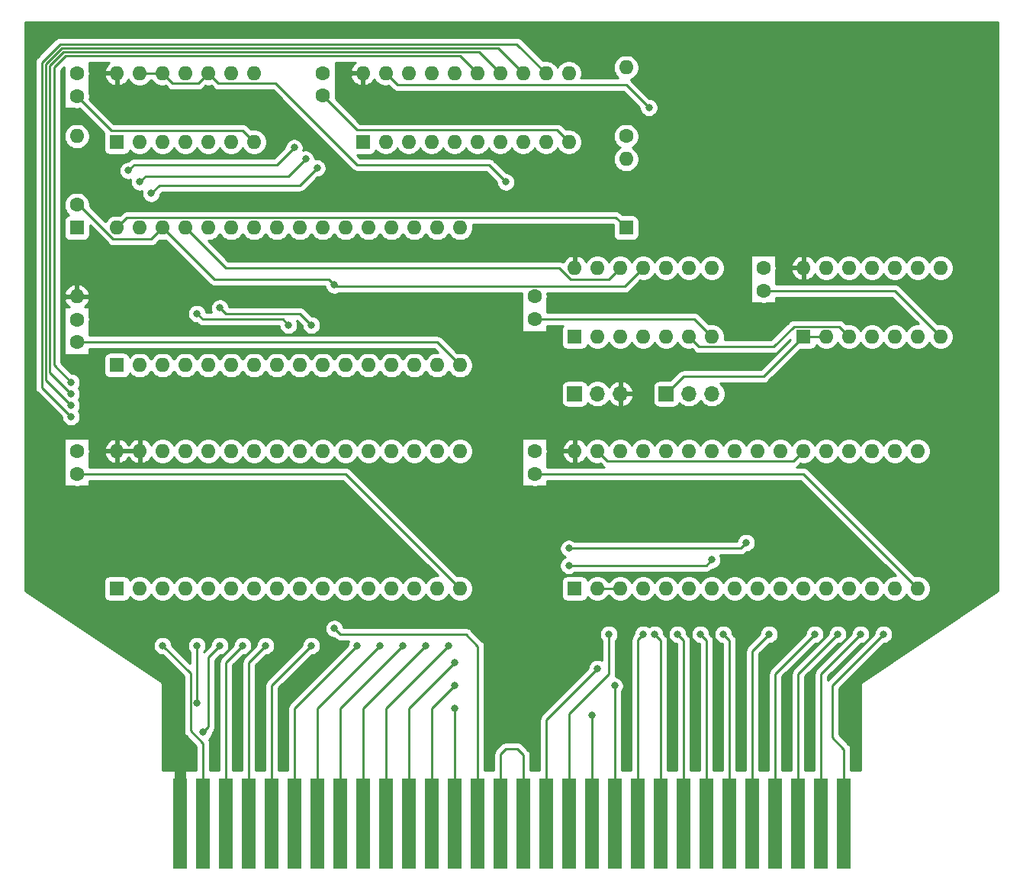
<source format=gbl>
G04 #@! TF.GenerationSoftware,KiCad,Pcbnew,5.1.6-c6e7f7d~87~ubuntu16.04.1*
G04 #@! TF.CreationDate,2020-09-13T22:56:36+08:00*
G04 #@! TF.ProjectId,famicart_rom,66616d69-6361-4727-945f-726f6d2e6b69,rev?*
G04 #@! TF.SameCoordinates,Original*
G04 #@! TF.FileFunction,Copper,L2,Bot*
G04 #@! TF.FilePolarity,Positive*
%FSLAX46Y46*%
G04 Gerber Fmt 4.6, Leading zero omitted, Abs format (unit mm)*
G04 Created by KiCad (PCBNEW 5.1.6-c6e7f7d~87~ubuntu16.04.1) date 2020-09-13 22:56:36*
%MOMM*%
%LPD*%
G01*
G04 APERTURE LIST*
G04 #@! TA.AperFunction,ComponentPad*
%ADD10R,1.600000X1.600000*%
G04 #@! TD*
G04 #@! TA.AperFunction,ComponentPad*
%ADD11O,1.600000X1.600000*%
G04 #@! TD*
G04 #@! TA.AperFunction,ConnectorPad*
%ADD12R,1.540000X10.000000*%
G04 #@! TD*
G04 #@! TA.AperFunction,ComponentPad*
%ADD13C,1.600000*%
G04 #@! TD*
G04 #@! TA.AperFunction,ComponentPad*
%ADD14R,1.700000X1.700000*%
G04 #@! TD*
G04 #@! TA.AperFunction,ComponentPad*
%ADD15O,1.700000X1.700000*%
G04 #@! TD*
G04 #@! TA.AperFunction,ViaPad*
%ADD16C,0.800000*%
G04 #@! TD*
G04 #@! TA.AperFunction,Conductor*
%ADD17C,0.250000*%
G04 #@! TD*
G04 #@! TA.AperFunction,Conductor*
%ADD18C,0.254000*%
G04 #@! TD*
G04 APERTURE END LIST*
D10*
G04 #@! TO.P,U7,1*
G04 #@! TO.N,GND*
X130810000Y-58420000D03*
D11*
G04 #@! TO.P,U7,11*
G04 #@! TO.N,/MAP_LE*
X153670000Y-50800000D03*
G04 #@! TO.P,U7,2*
G04 #@! TO.N,/CPU_D7*
X133350000Y-58420000D03*
G04 #@! TO.P,U7,12*
G04 #@! TO.N,/MAP_D0*
X151130000Y-50800000D03*
G04 #@! TO.P,U7,3*
G04 #@! TO.N,/CPU_D6*
X135890000Y-58420000D03*
G04 #@! TO.P,U7,13*
G04 #@! TO.N,/MAP_D1*
X148590000Y-50800000D03*
G04 #@! TO.P,U7,4*
G04 #@! TO.N,/CPU_D5*
X138430000Y-58420000D03*
G04 #@! TO.P,U7,14*
G04 #@! TO.N,/MAP_D2*
X146050000Y-50800000D03*
G04 #@! TO.P,U7,5*
G04 #@! TO.N,/CPU_D4*
X140970000Y-58420000D03*
G04 #@! TO.P,U7,15*
G04 #@! TO.N,/MAP_D3*
X143510000Y-50800000D03*
G04 #@! TO.P,U7,6*
G04 #@! TO.N,/CPU_D3*
X143510000Y-58420000D03*
G04 #@! TO.P,U7,16*
G04 #@! TO.N,/MAP_D4*
X140970000Y-50800000D03*
G04 #@! TO.P,U7,7*
G04 #@! TO.N,/CPU_D2*
X146050000Y-58420000D03*
G04 #@! TO.P,U7,17*
G04 #@! TO.N,/MAP_D5*
X138430000Y-50800000D03*
G04 #@! TO.P,U7,8*
G04 #@! TO.N,/CPU_D1*
X148590000Y-58420000D03*
G04 #@! TO.P,U7,18*
G04 #@! TO.N,/MAP_D6*
X135890000Y-50800000D03*
G04 #@! TO.P,U7,9*
G04 #@! TO.N,/CPU_D0*
X151130000Y-58420000D03*
G04 #@! TO.P,U7,19*
G04 #@! TO.N,/MAP_D7*
X133350000Y-50800000D03*
G04 #@! TO.P,U7,10*
G04 #@! TO.N,GND*
X153670000Y-58420000D03*
G04 #@! TO.P,U7,20*
G04 #@! TO.N,VCC*
X130810000Y-50800000D03*
G04 #@! TD*
D10*
G04 #@! TO.P,U4,1*
G04 #@! TO.N,Net-(U4-Pad1)*
X103505000Y-83185000D03*
D11*
G04 #@! TO.P,U4,17*
G04 #@! TO.N,/CPU_D3*
X141605000Y-67945000D03*
G04 #@! TO.P,U4,2*
G04 #@! TO.N,/MAP_D6*
X106045000Y-83185000D03*
G04 #@! TO.P,U4,18*
G04 #@! TO.N,/CPU_D4*
X139065000Y-67945000D03*
G04 #@! TO.P,U4,3*
G04 #@! TO.N,/MAP_D4*
X108585000Y-83185000D03*
G04 #@! TO.P,U4,19*
G04 #@! TO.N,/CPU_D5*
X136525000Y-67945000D03*
G04 #@! TO.P,U4,4*
G04 #@! TO.N,/CPU_A8*
X111125000Y-83185000D03*
G04 #@! TO.P,U4,20*
G04 #@! TO.N,/CPU_D6*
X133985000Y-67945000D03*
G04 #@! TO.P,U4,5*
G04 #@! TO.N,/CPU_A7*
X113665000Y-83185000D03*
G04 #@! TO.P,U4,21*
G04 #@! TO.N,/CPU_D7*
X131445000Y-67945000D03*
G04 #@! TO.P,U4,6*
G04 #@! TO.N,/CPU_A6*
X116205000Y-83185000D03*
G04 #@! TO.P,U4,22*
G04 #@! TO.N,/WRK_nCE*
X128905000Y-67945000D03*
G04 #@! TO.P,U4,7*
G04 #@! TO.N,/CPU_A5*
X118745000Y-83185000D03*
G04 #@! TO.P,U4,23*
G04 #@! TO.N,GND*
X126365000Y-67945000D03*
G04 #@! TO.P,U4,8*
G04 #@! TO.N,/CPU_A4*
X121285000Y-83185000D03*
G04 #@! TO.P,U4,24*
G04 #@! TO.N,/PRG_nOE*
X123825000Y-67945000D03*
G04 #@! TO.P,U4,9*
G04 #@! TO.N,/CPU_A3*
X123825000Y-83185000D03*
G04 #@! TO.P,U4,25*
G04 #@! TO.N,/CPU_A12*
X121285000Y-67945000D03*
G04 #@! TO.P,U4,10*
G04 #@! TO.N,/CPU_A2*
X126365000Y-83185000D03*
G04 #@! TO.P,U4,26*
G04 #@! TO.N,/CPU_A11*
X118745000Y-67945000D03*
G04 #@! TO.P,U4,11*
G04 #@! TO.N,/CPU_A1*
X128905000Y-83185000D03*
G04 #@! TO.P,U4,27*
G04 #@! TO.N,/CPU_A10*
X116205000Y-67945000D03*
G04 #@! TO.P,U4,12*
G04 #@! TO.N,/CPU_A0*
X131445000Y-83185000D03*
G04 #@! TO.P,U4,28*
G04 #@! TO.N,/CPU_A9*
X113665000Y-67945000D03*
G04 #@! TO.P,U4,13*
G04 #@! TO.N,/CPU_D0*
X133985000Y-83185000D03*
G04 #@! TO.P,U4,29*
G04 #@! TO.N,/PRG_nWE*
X111125000Y-67945000D03*
G04 #@! TO.P,U4,14*
G04 #@! TO.N,/CPU_D1*
X136525000Y-83185000D03*
G04 #@! TO.P,U4,30*
G04 #@! TO.N,/nROMSEL*
X108585000Y-67945000D03*
G04 #@! TO.P,U4,15*
G04 #@! TO.N,/CPU_D2*
X139065000Y-83185000D03*
G04 #@! TO.P,U4,31*
G04 #@! TO.N,/MAP_D5*
X106045000Y-67945000D03*
G04 #@! TO.P,U4,16*
G04 #@! TO.N,GND*
X141605000Y-83185000D03*
G04 #@! TO.P,U4,32*
G04 #@! TO.N,/VBAT*
X103505000Y-67945000D03*
G04 #@! TD*
D10*
G04 #@! TO.P,U3,1*
G04 #@! TO.N,Net-(U3-Pad1)*
X154305000Y-107950000D03*
D11*
G04 #@! TO.P,U3,17*
G04 #@! TO.N,/PPU_D3*
X192405000Y-92710000D03*
G04 #@! TO.P,U3,2*
G04 #@! TO.N,GND*
X156845000Y-107950000D03*
G04 #@! TO.P,U3,18*
G04 #@! TO.N,/PPU_D4*
X189865000Y-92710000D03*
G04 #@! TO.P,U3,3*
G04 #@! TO.N,GND*
X159385000Y-107950000D03*
G04 #@! TO.P,U3,19*
G04 #@! TO.N,/PPU_D5*
X187325000Y-92710000D03*
G04 #@! TO.P,U3,4*
G04 #@! TO.N,/PPU_A8*
X161925000Y-107950000D03*
G04 #@! TO.P,U3,20*
G04 #@! TO.N,/PPU_D6*
X184785000Y-92710000D03*
G04 #@! TO.P,U3,5*
G04 #@! TO.N,/PPU_A7*
X164465000Y-107950000D03*
G04 #@! TO.P,U3,21*
G04 #@! TO.N,/PPU_D7*
X182245000Y-92710000D03*
G04 #@! TO.P,U3,6*
G04 #@! TO.N,/PPU_A6*
X167005000Y-107950000D03*
G04 #@! TO.P,U3,22*
G04 #@! TO.N,GND*
X179705000Y-92710000D03*
G04 #@! TO.P,U3,7*
G04 #@! TO.N,/PPU_A5*
X169545000Y-107950000D03*
G04 #@! TO.P,U3,23*
G04 #@! TO.N,/PPU_A13*
X177165000Y-92710000D03*
G04 #@! TO.P,U3,8*
G04 #@! TO.N,/PPU_A4*
X172085000Y-107950000D03*
G04 #@! TO.P,U3,24*
G04 #@! TO.N,/PPU_nRD*
X174625000Y-92710000D03*
G04 #@! TO.P,U3,9*
G04 #@! TO.N,/PPU_A3*
X174625000Y-107950000D03*
G04 #@! TO.P,U3,25*
G04 #@! TO.N,/PPU_A12*
X172085000Y-92710000D03*
G04 #@! TO.P,U3,10*
G04 #@! TO.N,/PPU_A2*
X177165000Y-107950000D03*
G04 #@! TO.P,U3,26*
G04 #@! TO.N,/PPU_A11*
X169545000Y-92710000D03*
G04 #@! TO.P,U3,11*
G04 #@! TO.N,/PPU_A1*
X179705000Y-107950000D03*
G04 #@! TO.P,U3,27*
G04 #@! TO.N,/PPU_A10*
X167005000Y-92710000D03*
G04 #@! TO.P,U3,12*
G04 #@! TO.N,/PPU_A0*
X182245000Y-107950000D03*
G04 #@! TO.P,U3,28*
G04 #@! TO.N,/PPU_A9*
X164465000Y-92710000D03*
G04 #@! TO.P,U3,13*
G04 #@! TO.N,/PPU_D0*
X184785000Y-107950000D03*
G04 #@! TO.P,U3,29*
G04 #@! TO.N,/PPU_nWR*
X161925000Y-92710000D03*
G04 #@! TO.P,U3,14*
G04 #@! TO.N,/PPU_D1*
X187325000Y-107950000D03*
G04 #@! TO.P,U3,30*
G04 #@! TO.N,/CIRAM_nCE*
X159385000Y-92710000D03*
G04 #@! TO.P,U3,15*
G04 #@! TO.N,/PPU_D2*
X189865000Y-107950000D03*
G04 #@! TO.P,U3,31*
G04 #@! TO.N,GND*
X156845000Y-92710000D03*
G04 #@! TO.P,U3,16*
X192405000Y-107950000D03*
G04 #@! TO.P,U3,32*
G04 #@! TO.N,VCC*
X154305000Y-92710000D03*
G04 #@! TD*
G04 #@! TO.P,U5,32*
G04 #@! TO.N,VCC*
X103505000Y-92710000D03*
G04 #@! TO.P,U5,16*
G04 #@! TO.N,GND*
X141605000Y-107950000D03*
G04 #@! TO.P,U5,31*
G04 #@! TO.N,VCC*
X106045000Y-92710000D03*
G04 #@! TO.P,U5,15*
G04 #@! TO.N,/CPU_D2*
X139065000Y-107950000D03*
G04 #@! TO.P,U5,30*
G04 #@! TO.N,/MAP_D2*
X108585000Y-92710000D03*
G04 #@! TO.P,U5,14*
G04 #@! TO.N,/CPU_D1*
X136525000Y-107950000D03*
G04 #@! TO.P,U5,29*
G04 #@! TO.N,/CPU_A9*
X111125000Y-92710000D03*
G04 #@! TO.P,U5,13*
G04 #@! TO.N,/CPU_D0*
X133985000Y-107950000D03*
G04 #@! TO.P,U5,28*
G04 #@! TO.N,/CPU_A10*
X113665000Y-92710000D03*
G04 #@! TO.P,U5,12*
G04 #@! TO.N,/CPU_A0*
X131445000Y-107950000D03*
G04 #@! TO.P,U5,27*
G04 #@! TO.N,/CPU_A11*
X116205000Y-92710000D03*
G04 #@! TO.P,U5,11*
G04 #@! TO.N,/CPU_A1*
X128905000Y-107950000D03*
G04 #@! TO.P,U5,26*
G04 #@! TO.N,/CPU_A12*
X118745000Y-92710000D03*
G04 #@! TO.P,U5,10*
G04 #@! TO.N,/CPU_A2*
X126365000Y-107950000D03*
G04 #@! TO.P,U5,25*
G04 #@! TO.N,/CPU_A13*
X121285000Y-92710000D03*
G04 #@! TO.P,U5,9*
G04 #@! TO.N,/CPU_A3*
X123825000Y-107950000D03*
G04 #@! TO.P,U5,24*
G04 #@! TO.N,/PRG_nOE*
X123825000Y-92710000D03*
G04 #@! TO.P,U5,8*
G04 #@! TO.N,/CPU_A4*
X121285000Y-107950000D03*
G04 #@! TO.P,U5,23*
G04 #@! TO.N,/CPU_A14*
X126365000Y-92710000D03*
G04 #@! TO.P,U5,7*
G04 #@! TO.N,/CPU_A5*
X118745000Y-107950000D03*
G04 #@! TO.P,U5,22*
G04 #@! TO.N,/nROMSEL*
X128905000Y-92710000D03*
G04 #@! TO.P,U5,6*
G04 #@! TO.N,/CPU_A6*
X116205000Y-107950000D03*
G04 #@! TO.P,U5,21*
G04 #@! TO.N,/CPU_D7*
X131445000Y-92710000D03*
G04 #@! TO.P,U5,5*
G04 #@! TO.N,/CPU_A7*
X113665000Y-107950000D03*
G04 #@! TO.P,U5,20*
G04 #@! TO.N,/CPU_D6*
X133985000Y-92710000D03*
G04 #@! TO.P,U5,4*
G04 #@! TO.N,/CPU_A8*
X111125000Y-107950000D03*
G04 #@! TO.P,U5,19*
G04 #@! TO.N,/CPU_D5*
X136525000Y-92710000D03*
G04 #@! TO.P,U5,3*
G04 #@! TO.N,/MAP_D3*
X108585000Y-107950000D03*
G04 #@! TO.P,U5,18*
G04 #@! TO.N,/CPU_D4*
X139065000Y-92710000D03*
G04 #@! TO.P,U5,2*
G04 #@! TO.N,/MAP_D1*
X106045000Y-107950000D03*
G04 #@! TO.P,U5,17*
G04 #@! TO.N,/CPU_D3*
X141605000Y-92710000D03*
D10*
G04 #@! TO.P,U5,1*
G04 #@! TO.N,/MAP_D0*
X103505000Y-107950000D03*
G04 #@! TD*
D12*
G04 #@! TO.P,J1,31*
G04 #@! TO.N,VCC*
X110550001Y-134045001D03*
G04 #@! TO.P,J1,32*
G04 #@! TO.N,/M2*
X113090001Y-134045001D03*
G04 #@! TO.P,J1,33*
G04 #@! TO.N,/CPU_A12*
X115630001Y-134045001D03*
G04 #@! TO.P,J1,34*
G04 #@! TO.N,/CPU_A13*
X118170001Y-134045001D03*
G04 #@! TO.P,J1,35*
G04 #@! TO.N,/CPU_A14*
X120710001Y-134045001D03*
G04 #@! TO.P,J1,36*
G04 #@! TO.N,/CPU_D7*
X123250001Y-134045001D03*
G04 #@! TO.P,J1,37*
G04 #@! TO.N,/CPU_D6*
X125790001Y-134045001D03*
G04 #@! TO.P,J1,38*
G04 #@! TO.N,/CPU_D5*
X128330001Y-134045001D03*
G04 #@! TO.P,J1,39*
G04 #@! TO.N,/CPU_D4*
X130870001Y-134045001D03*
G04 #@! TO.P,J1,40*
G04 #@! TO.N,/CPU_D3*
X133410001Y-134045001D03*
G04 #@! TO.P,J1,41*
G04 #@! TO.N,/CPU_D2*
X135950001Y-134045001D03*
G04 #@! TO.P,J1,42*
G04 #@! TO.N,/CPU_D1*
X138490001Y-134045001D03*
G04 #@! TO.P,J1,43*
G04 #@! TO.N,/CPU_D0*
X141030001Y-134045001D03*
G04 #@! TO.P,J1,44*
G04 #@! TO.N,/nROMSEL*
X143570001Y-134045001D03*
G04 #@! TO.P,J1,45*
G04 #@! TO.N,/AUDIO_IN*
X146110001Y-134045001D03*
G04 #@! TO.P,J1,46*
X148650001Y-134045001D03*
G04 #@! TO.P,J1,47*
G04 #@! TO.N,/PPU_nWR*
X151190001Y-134045001D03*
G04 #@! TO.P,J1,48*
G04 #@! TO.N,/CIRAM_nCE*
X153730001Y-134045001D03*
G04 #@! TO.P,J1,49*
G04 #@! TO.N,/PPU_nA13*
X156270001Y-134045001D03*
G04 #@! TO.P,J1,50*
G04 #@! TO.N,/PPU_A7*
X158810001Y-134045001D03*
G04 #@! TO.P,J1,51*
G04 #@! TO.N,/PPU_A8*
X161350001Y-134045001D03*
G04 #@! TO.P,J1,52*
G04 #@! TO.N,/PPU_A9*
X163890001Y-134045001D03*
G04 #@! TO.P,J1,53*
G04 #@! TO.N,/PPU_A10*
X166430001Y-134045001D03*
G04 #@! TO.P,J1,54*
G04 #@! TO.N,/PPU_A11*
X168970001Y-134045001D03*
G04 #@! TO.P,J1,55*
G04 #@! TO.N,/PPU_A12*
X171510001Y-134045001D03*
G04 #@! TO.P,J1,56*
G04 #@! TO.N,/PPU_A13*
X174050001Y-134045001D03*
G04 #@! TO.P,J1,57*
G04 #@! TO.N,/PPU_D7*
X176590001Y-134045001D03*
G04 #@! TO.P,J1,58*
G04 #@! TO.N,/PPU_D6*
X179130001Y-134045001D03*
G04 #@! TO.P,J1,59*
G04 #@! TO.N,/PPU_D5*
X181670001Y-134045001D03*
G04 #@! TO.P,J1,60*
G04 #@! TO.N,/PPU_D4*
X184210001Y-134045001D03*
G04 #@! TD*
D10*
G04 #@! TO.P,U1,1*
G04 #@! TO.N,Net-(U1-Pad1)*
X103505000Y-58420000D03*
D11*
G04 #@! TO.P,U1,8*
G04 #@! TO.N,/PRG_nOE*
X118745000Y-50800000D03*
G04 #@! TO.P,U1,2*
G04 #@! TO.N,/M2*
X106045000Y-58420000D03*
G04 #@! TO.P,U1,9*
X116205000Y-50800000D03*
G04 #@! TO.P,U1,3*
G04 #@! TO.N,/PRG_nWE*
X108585000Y-58420000D03*
G04 #@! TO.P,U1,10*
G04 #@! TO.N,/CPU_RnW*
X113665000Y-50800000D03*
G04 #@! TO.P,U1,4*
G04 #@! TO.N,/CPU_A13*
X111125000Y-58420000D03*
G04 #@! TO.P,U1,11*
G04 #@! TO.N,Net-(U1-Pad1)*
X111125000Y-50800000D03*
G04 #@! TO.P,U1,5*
G04 #@! TO.N,/CPU_A14*
X113665000Y-58420000D03*
G04 #@! TO.P,U1,12*
G04 #@! TO.N,/CPU_RnW*
X108585000Y-50800000D03*
G04 #@! TO.P,U1,6*
G04 #@! TO.N,/WRK_nCE*
X116205000Y-58420000D03*
G04 #@! TO.P,U1,13*
G04 #@! TO.N,/CPU_RnW*
X106045000Y-50800000D03*
G04 #@! TO.P,U1,7*
G04 #@! TO.N,GND*
X118745000Y-58420000D03*
G04 #@! TO.P,U1,14*
G04 #@! TO.N,VCC*
X103505000Y-50800000D03*
G04 #@! TD*
G04 #@! TO.P,U2,14*
G04 #@! TO.N,VCC*
X179705000Y-72390000D03*
G04 #@! TO.P,U2,7*
G04 #@! TO.N,GND*
X194945000Y-80010000D03*
G04 #@! TO.P,U2,13*
X182245000Y-72390000D03*
G04 #@! TO.P,U2,6*
G04 #@! TO.N,Net-(U2-Pad6)*
X192405000Y-80010000D03*
G04 #@! TO.P,U2,12*
G04 #@! TO.N,GND*
X184785000Y-72390000D03*
G04 #@! TO.P,U2,5*
X189865000Y-80010000D03*
G04 #@! TO.P,U2,11*
G04 #@! TO.N,Net-(U2-Pad11)*
X187325000Y-72390000D03*
G04 #@! TO.P,U2,4*
G04 #@! TO.N,GND*
X187325000Y-80010000D03*
G04 #@! TO.P,U2,10*
X189865000Y-72390000D03*
G04 #@! TO.P,U2,3*
G04 #@! TO.N,/MAP_nD7*
X184785000Y-80010000D03*
G04 #@! TO.P,U2,9*
G04 #@! TO.N,GND*
X192405000Y-72390000D03*
G04 #@! TO.P,U2,2*
G04 #@! TO.N,/MAP_D7*
X182245000Y-80010000D03*
G04 #@! TO.P,U2,8*
G04 #@! TO.N,Net-(U2-Pad8)*
X194945000Y-72390000D03*
D10*
G04 #@! TO.P,U2,1*
G04 #@! TO.N,/MAP_D7*
X179705000Y-80010000D03*
G04 #@! TD*
G04 #@! TO.P,U6,1*
G04 #@! TO.N,/A10_SEL*
X154305000Y-80010000D03*
D11*
G04 #@! TO.P,U6,8*
G04 #@! TO.N,/A11_SEL*
X169545000Y-72390000D03*
G04 #@! TO.P,U6,2*
G04 #@! TO.N,/PPU_A10*
X156845000Y-80010000D03*
G04 #@! TO.P,U6,9*
G04 #@! TO.N,/A10_SEL*
X167005000Y-72390000D03*
G04 #@! TO.P,U6,3*
G04 #@! TO.N,/MAP_D7*
X159385000Y-80010000D03*
G04 #@! TO.P,U6,10*
G04 #@! TO.N,/MAP_MIR*
X164465000Y-72390000D03*
G04 #@! TO.P,U6,4*
G04 #@! TO.N,/A11_SEL*
X161925000Y-80010000D03*
G04 #@! TO.P,U6,11*
G04 #@! TO.N,/nROMSEL*
X161925000Y-72390000D03*
G04 #@! TO.P,U6,5*
G04 #@! TO.N,/PPU_A11*
X164465000Y-80010000D03*
G04 #@! TO.P,U6,12*
G04 #@! TO.N,/PRG_nWE*
X159385000Y-72390000D03*
G04 #@! TO.P,U6,6*
G04 #@! TO.N,/MAP_nD7*
X167005000Y-80010000D03*
G04 #@! TO.P,U6,13*
G04 #@! TO.N,/MAP_LE*
X156845000Y-72390000D03*
G04 #@! TO.P,U6,7*
G04 #@! TO.N,GND*
X169545000Y-80010000D03*
G04 #@! TO.P,U6,14*
G04 #@! TO.N,VCC*
X154305000Y-72390000D03*
G04 #@! TD*
G04 #@! TO.P,D1,2*
G04 #@! TO.N,VCC*
X99060000Y-75565000D03*
D10*
G04 #@! TO.P,D1,1*
G04 #@! TO.N,/VBAT*
X99060000Y-67945000D03*
G04 #@! TD*
G04 #@! TO.P,D2,1*
G04 #@! TO.N,/VBAT*
X160020000Y-67945000D03*
D11*
G04 #@! TO.P,D2,2*
G04 #@! TO.N,Net-(D2-Pad2)*
X160020000Y-60325000D03*
G04 #@! TD*
D13*
G04 #@! TO.P,R1,1*
G04 #@! TO.N,/nROMSEL*
X99060000Y-65405000D03*
D11*
G04 #@! TO.P,R1,2*
G04 #@! TO.N,GND*
X99060000Y-57785000D03*
G04 #@! TD*
G04 #@! TO.P,R2,2*
G04 #@! TO.N,Net-(BT1-Pad1)*
X160020000Y-50165000D03*
D13*
G04 #@! TO.P,R2,1*
G04 #@! TO.N,Net-(D2-Pad2)*
X160020000Y-57785000D03*
G04 #@! TD*
G04 #@! TO.P,C1,1*
G04 #@! TO.N,VCC*
X149860000Y-75565000D03*
G04 #@! TO.P,C1,2*
G04 #@! TO.N,GND*
X149860000Y-78065000D03*
G04 #@! TD*
G04 #@! TO.P,C2,2*
G04 #@! TO.N,VCC*
X175260000Y-72430000D03*
G04 #@! TO.P,C2,1*
G04 #@! TO.N,GND*
X175260000Y-74930000D03*
G04 #@! TD*
G04 #@! TO.P,C3,2*
G04 #@! TO.N,VCC*
X99060000Y-78145000D03*
G04 #@! TO.P,C3,1*
G04 #@! TO.N,GND*
X99060000Y-80645000D03*
G04 #@! TD*
G04 #@! TO.P,C4,1*
G04 #@! TO.N,GND*
X126365000Y-53300000D03*
G04 #@! TO.P,C4,2*
G04 #@! TO.N,VCC*
X126365000Y-50800000D03*
G04 #@! TD*
G04 #@! TO.P,C5,2*
G04 #@! TO.N,VCC*
X149860000Y-92750000D03*
G04 #@! TO.P,C5,1*
G04 #@! TO.N,GND*
X149860000Y-95250000D03*
G04 #@! TD*
G04 #@! TO.P,C6,1*
G04 #@! TO.N,GND*
X99060000Y-53340000D03*
G04 #@! TO.P,C6,2*
G04 #@! TO.N,VCC*
X99060000Y-50840000D03*
G04 #@! TD*
G04 #@! TO.P,C7,1*
G04 #@! TO.N,GND*
X99060000Y-95250000D03*
G04 #@! TO.P,C7,2*
G04 #@! TO.N,VCC*
X99060000Y-92750000D03*
G04 #@! TD*
D14*
G04 #@! TO.P,J2,1*
G04 #@! TO.N,/PPU_nA13*
X154305000Y-86360000D03*
D15*
G04 #@! TO.P,J2,2*
G04 #@! TO.N,/CIRAM_nCE*
X156845000Y-86360000D03*
G04 #@! TO.P,J2,3*
G04 #@! TO.N,VCC*
X159385000Y-86360000D03*
G04 #@! TD*
G04 #@! TO.P,J3,3*
G04 #@! TO.N,/MAP_MIR*
X169545000Y-86360000D03*
G04 #@! TO.P,J3,2*
G04 #@! TO.N,/CIRAM_A10*
X167005000Y-86360000D03*
D14*
G04 #@! TO.P,J3,1*
G04 #@! TO.N,/MAP_D7*
X164465000Y-86360000D03*
G04 #@! TD*
D16*
G04 #@! TO.N,/CPU_A11*
X114935000Y-114300000D03*
X113090001Y-123885001D03*
G04 #@! TO.N,/CPU_A10*
X112395000Y-114300000D03*
X112395000Y-120650000D03*
G04 #@! TO.N,/CPU_RnW*
X146685000Y-62865000D03*
G04 #@! TO.N,/PPU_nRD*
X153670000Y-103505000D03*
X173355000Y-102870000D03*
G04 #@! TO.N,/CIRAM_A10*
X153670000Y-105410000D03*
X169545000Y-104775000D03*
G04 #@! TO.N,VCC*
X184210001Y-123885001D03*
G04 #@! TO.N,/M2*
X108585000Y-114300000D03*
G04 #@! TO.N,/CPU_A12*
X117475000Y-114300000D03*
G04 #@! TO.N,/CPU_A13*
X120015000Y-114300000D03*
X112395000Y-77470000D03*
X122555000Y-78740000D03*
G04 #@! TO.N,/CPU_A14*
X125095000Y-114300000D03*
X114935000Y-76835000D03*
X125095000Y-78740000D03*
G04 #@! TO.N,/CPU_D7*
X130175000Y-114300000D03*
G04 #@! TO.N,/CPU_D6*
X132715000Y-114300000D03*
G04 #@! TO.N,/CPU_D5*
X135255000Y-114300000D03*
G04 #@! TO.N,/CPU_D4*
X137795000Y-114300000D03*
G04 #@! TO.N,/CPU_D3*
X140335000Y-114300000D03*
G04 #@! TO.N,/CPU_D2*
X140970000Y-116205000D03*
G04 #@! TO.N,/CPU_D1*
X140970000Y-118745000D03*
G04 #@! TO.N,/CPU_D0*
X140970000Y-121285000D03*
G04 #@! TO.N,/nROMSEL*
X127635000Y-112395000D03*
X127635000Y-74295000D03*
G04 #@! TO.N,/PPU_nWR*
X156845000Y-116840000D03*
G04 #@! TO.N,/CIRAM_nCE*
X158115000Y-113030000D03*
G04 #@! TO.N,/PPU_A7*
X158750000Y-118745000D03*
G04 #@! TO.N,/PPU_A8*
X161925000Y-113030000D03*
G04 #@! TO.N,/PPU_A9*
X163195000Y-113030000D03*
G04 #@! TO.N,/PPU_A10*
X165735000Y-113030000D03*
G04 #@! TO.N,/PPU_A11*
X168275000Y-113030000D03*
G04 #@! TO.N,/PPU_A12*
X170815000Y-113030000D03*
G04 #@! TO.N,/PPU_A13*
X175895000Y-113030000D03*
G04 #@! TO.N,/PPU_D7*
X180975000Y-113030000D03*
G04 #@! TO.N,/PPU_D6*
X183515000Y-113030000D03*
G04 #@! TO.N,/PPU_D5*
X186055000Y-113030000D03*
G04 #@! TO.N,/PPU_D4*
X188595000Y-113030000D03*
G04 #@! TO.N,/MAP_D7*
X162560000Y-54610000D03*
G04 #@! TO.N,/MAP_D0*
X98425000Y-88900000D03*
G04 #@! TO.N,/MAP_D1*
X98425000Y-87630000D03*
G04 #@! TO.N,/MAP_D2*
X98425000Y-86360000D03*
G04 #@! TO.N,/MAP_D3*
X98425000Y-85090000D03*
G04 #@! TO.N,/MAP_D4*
X107315000Y-64135000D03*
X125730000Y-61314998D03*
G04 #@! TO.N,/MAP_D5*
X106045000Y-62865000D03*
X124460000Y-60325000D03*
G04 #@! TO.N,/MAP_D6*
X104775000Y-61595000D03*
X123190000Y-59055000D03*
G04 #@! TO.N,/PPU_nA13*
X156270001Y-121980001D03*
G04 #@! TD*
D17*
G04 #@! TO.N,GND*
X128905000Y-95250000D02*
X141605000Y-107950000D01*
X99060000Y-95250000D02*
X128905000Y-95250000D01*
X179705000Y-95250000D02*
X192405000Y-107950000D01*
X149860000Y-95250000D02*
X179705000Y-95250000D01*
X139065000Y-80645000D02*
X141605000Y-83185000D01*
X99060000Y-80645000D02*
X139065000Y-80645000D01*
X189865000Y-74930000D02*
X194945000Y-80010000D01*
X175260000Y-74930000D02*
X189865000Y-74930000D01*
X167600000Y-78065000D02*
X169545000Y-80010000D01*
X149860000Y-78065000D02*
X167600000Y-78065000D01*
X156845000Y-107950000D02*
X159385000Y-107950000D01*
X99060000Y-53340000D02*
X102870000Y-57150000D01*
X117475000Y-57150000D02*
X118745000Y-58420000D01*
X102870000Y-57150000D02*
X117475000Y-57150000D01*
X178579999Y-93835001D02*
X179705000Y-92710000D01*
X157970001Y-93835001D02*
X178579999Y-93835001D01*
X156845000Y-92710000D02*
X157970001Y-93835001D01*
X152360000Y-57110000D02*
X153670000Y-58420000D01*
X130175000Y-57110000D02*
X152360000Y-57110000D01*
X126365000Y-53300000D02*
X130175000Y-57110000D01*
G04 #@! TO.N,/CPU_A11*
X113090001Y-123885001D02*
X113665000Y-123310002D01*
X113665000Y-115570000D02*
X114935000Y-114300000D01*
X113665000Y-123310002D02*
X113665000Y-115570000D01*
G04 #@! TO.N,/CPU_A10*
X112395000Y-120650000D02*
X112395000Y-114300000D01*
G04 #@! TO.N,/CPU_RnW*
X106045000Y-50800000D02*
X108585000Y-50800000D01*
X109710001Y-51925001D02*
X112539999Y-51925001D01*
X112539999Y-51925001D02*
X113665000Y-50800000D01*
X108585000Y-50800000D02*
X109710001Y-51925001D01*
X114790001Y-51925001D02*
X121140001Y-51925001D01*
X113665000Y-50800000D02*
X114790001Y-51925001D01*
X121140001Y-51925001D02*
X130175000Y-60960000D01*
X144780000Y-60960000D02*
X146685000Y-62865000D01*
X130175000Y-60960000D02*
X144780000Y-60960000D01*
G04 #@! TO.N,/PPU_nRD*
X153670000Y-103505000D02*
X172720000Y-103505000D01*
X172720000Y-103505000D02*
X173355000Y-102870000D01*
G04 #@! TO.N,/CIRAM_A10*
X153670000Y-105410000D02*
X168910000Y-105410000D01*
X168910000Y-105410000D02*
X169545000Y-104775000D01*
G04 #@! TO.N,VCC*
X110550001Y-134045001D02*
X110550001Y-126425001D01*
G04 #@! TO.N,/M2*
X113090001Y-134045001D02*
X113090001Y-125155001D01*
X111669999Y-117384999D02*
X108585000Y-114300000D01*
X111669999Y-123734999D02*
X111669999Y-117384999D01*
X113090001Y-125155001D02*
X111669999Y-123734999D01*
G04 #@! TO.N,/CPU_A12*
X115630001Y-116144999D02*
X117475000Y-114300000D01*
X115630001Y-134045001D02*
X115630001Y-123764999D01*
X115630001Y-123764999D02*
X115630001Y-116144999D01*
G04 #@! TO.N,/CPU_A13*
X118170001Y-116144999D02*
X120015000Y-114300000D01*
X118170001Y-134045001D02*
X118170001Y-116144999D01*
X121920000Y-78105000D02*
X113030000Y-78105000D01*
X113030000Y-78105000D02*
X112395000Y-77470000D01*
X122555000Y-78740000D02*
X121920000Y-78105000D01*
G04 #@! TO.N,/CPU_A14*
X120710001Y-118684999D02*
X125095000Y-114300000D01*
X120710001Y-134045001D02*
X120710001Y-118684999D01*
X125095000Y-78740000D02*
X123825000Y-77470000D01*
X115570000Y-77470000D02*
X114935000Y-76835000D01*
X123825000Y-77470000D02*
X115570000Y-77470000D01*
G04 #@! TO.N,/CPU_D7*
X123250001Y-121224999D02*
X130175000Y-114300000D01*
X123250001Y-134045001D02*
X123250001Y-121224999D01*
G04 #@! TO.N,/CPU_D6*
X125790001Y-121224999D02*
X132715000Y-114300000D01*
X125790001Y-134045001D02*
X125790001Y-121224999D01*
G04 #@! TO.N,/CPU_D5*
X128330001Y-121224999D02*
X135255000Y-114300000D01*
X128330001Y-134045001D02*
X128330001Y-121224999D01*
G04 #@! TO.N,/CPU_D4*
X130870001Y-121224999D02*
X137795000Y-114300000D01*
X130870001Y-134045001D02*
X130870001Y-121224999D01*
G04 #@! TO.N,/CPU_D3*
X133410001Y-134045001D02*
X133410001Y-121224999D01*
X133410001Y-121224999D02*
X140335000Y-114300000D01*
G04 #@! TO.N,/CPU_D2*
X135950001Y-121224999D02*
X140970000Y-116205000D01*
X135950001Y-134045001D02*
X135950001Y-121224999D01*
G04 #@! TO.N,/CPU_D1*
X138490001Y-121224999D02*
X140970000Y-118745000D01*
X138490001Y-134045001D02*
X138490001Y-121224999D01*
G04 #@! TO.N,/CPU_D0*
X141030001Y-121345001D02*
X140970000Y-121285000D01*
X141030001Y-134045001D02*
X141030001Y-121345001D01*
G04 #@! TO.N,/nROMSEL*
X143570001Y-114360001D02*
X143570001Y-134045001D01*
X142240000Y-113030000D02*
X143570001Y-114360001D01*
X128270000Y-113030000D02*
X142240000Y-113030000D01*
X127635000Y-112395000D02*
X128270000Y-113030000D01*
X108585000Y-67945000D02*
X114300000Y-73660000D01*
X127000000Y-73660000D02*
X127635000Y-74295000D01*
X114300000Y-73660000D02*
X127000000Y-73660000D01*
X108585000Y-67945000D02*
X107315000Y-69215000D01*
X103109998Y-69215000D02*
X99299998Y-65405000D01*
X99299998Y-65405000D02*
X99060000Y-65405000D01*
X107315000Y-69215000D02*
X103109998Y-69215000D01*
X127779999Y-74439999D02*
X127635000Y-74295000D01*
X159875001Y-74439999D02*
X127779999Y-74439999D01*
X161925000Y-72390000D02*
X159875001Y-74439999D01*
G04 #@! TO.N,/AUDIO_IN*
X146110001Y-134045001D02*
X146110001Y-126304999D01*
X146110001Y-126304999D02*
X146685000Y-125730000D01*
X146685000Y-125730000D02*
X147955000Y-125730000D01*
X148650001Y-126425001D02*
X148650001Y-134045001D01*
X147955000Y-125730000D02*
X148650001Y-126425001D01*
G04 #@! TO.N,/PPU_nWR*
X151190001Y-134045001D02*
X151190001Y-122494999D01*
X151190001Y-122494999D02*
X156845000Y-116840000D01*
G04 #@! TO.N,/CIRAM_nCE*
X158115000Y-113030000D02*
X158115000Y-117475000D01*
X153730001Y-121859999D02*
X153730001Y-134045001D01*
X158115000Y-117475000D02*
X153730001Y-121859999D01*
G04 #@! TO.N,/PPU_A7*
X158810001Y-118805001D02*
X158750000Y-118745000D01*
X158810001Y-134045001D02*
X158810001Y-118805001D01*
G04 #@! TO.N,/PPU_A8*
X161350001Y-113604999D02*
X161925000Y-113030000D01*
X161350001Y-134045001D02*
X161350001Y-113604999D01*
G04 #@! TO.N,/PPU_A9*
X163890001Y-113725001D02*
X163195000Y-113030000D01*
X163890001Y-134045001D02*
X163890001Y-113725001D01*
G04 #@! TO.N,/PPU_A10*
X166430001Y-113725001D02*
X165735000Y-113030000D01*
X166430001Y-134045001D02*
X166430001Y-113725001D01*
G04 #@! TO.N,/PPU_A11*
X168970001Y-113725001D02*
X168275000Y-113030000D01*
X168970001Y-134045001D02*
X168970001Y-113725001D01*
G04 #@! TO.N,/PPU_A12*
X171510001Y-113725001D02*
X170815000Y-113030000D01*
X171510001Y-134045001D02*
X171510001Y-113725001D01*
G04 #@! TO.N,/PPU_A13*
X174050001Y-114874999D02*
X175895000Y-113030000D01*
X174050001Y-134045001D02*
X174050001Y-114874999D01*
G04 #@! TO.N,/PPU_D7*
X176590001Y-117414999D02*
X180975000Y-113030000D01*
X176590001Y-134045001D02*
X176590001Y-117414999D01*
G04 #@! TO.N,/PPU_D6*
X179130001Y-117414999D02*
X183515000Y-113030000D01*
X179130001Y-134045001D02*
X179130001Y-117414999D01*
G04 #@! TO.N,/PPU_D5*
X181670001Y-117414999D02*
X186055000Y-113030000D01*
X181670001Y-134045001D02*
X181670001Y-117414999D01*
G04 #@! TO.N,/PPU_D4*
X184210001Y-134045001D02*
X184210001Y-125790001D01*
X184210001Y-125790001D02*
X182880000Y-124460000D01*
X182880000Y-124460000D02*
X182880000Y-118745000D01*
X182880000Y-118745000D02*
X188595000Y-113030000D01*
G04 #@! TO.N,/PRG_nWE*
X159385000Y-72390000D02*
X158115000Y-73660000D01*
X153909998Y-73660000D02*
X152639998Y-72390000D01*
X158115000Y-73660000D02*
X153909998Y-73660000D01*
X115570000Y-72390000D02*
X111125000Y-67945000D01*
X152639998Y-72390000D02*
X115570000Y-72390000D01*
G04 #@! TO.N,/MAP_D7*
X166370000Y-84455000D02*
X175260000Y-84455000D01*
X164465000Y-86360000D02*
X166370000Y-84455000D01*
X175260000Y-84455000D02*
X179705000Y-80010000D01*
X179705000Y-80010000D02*
X182245000Y-80010000D01*
X133350000Y-50800000D02*
X134620000Y-52070000D01*
X134620000Y-52070000D02*
X160020000Y-52070000D01*
X160020000Y-52070000D02*
X162560000Y-54610000D01*
G04 #@! TO.N,/MAP_nD7*
X183659999Y-78884999D02*
X184785000Y-80010000D01*
X178644999Y-78884999D02*
X183659999Y-78884999D01*
X176394997Y-81135001D02*
X178644999Y-78884999D01*
X168130001Y-81135001D02*
X176394997Y-81135001D01*
X167005000Y-80010000D02*
X168130001Y-81135001D01*
G04 #@! TO.N,/MAP_D0*
X95169970Y-49605800D02*
X95169970Y-85644970D01*
X97230797Y-47544973D02*
X95169970Y-49605800D01*
X147874973Y-47544973D02*
X97230797Y-47544973D01*
X151130000Y-50800000D02*
X147874973Y-47544973D01*
X95169970Y-85644970D02*
X98425000Y-88900000D01*
G04 #@! TO.N,/MAP_D1*
X95619980Y-49792200D02*
X95619980Y-84824980D01*
X97417198Y-47994982D02*
X95619980Y-49792200D01*
X145784982Y-47994982D02*
X97417198Y-47994982D01*
X148590000Y-50800000D02*
X145784982Y-47994982D01*
X95619980Y-84824980D02*
X98425000Y-87630000D01*
G04 #@! TO.N,/MAP_D2*
X97603599Y-48444991D02*
X96069990Y-49978600D01*
X143694991Y-48444991D02*
X97603599Y-48444991D01*
X96069990Y-49978600D02*
X96069990Y-84004990D01*
X146050000Y-50800000D02*
X143694991Y-48444991D01*
X96069990Y-84004990D02*
X98425000Y-86360000D01*
G04 #@! TO.N,/MAP_D3*
X143510000Y-50800000D02*
X141605000Y-48895000D01*
X141605000Y-48895000D02*
X97790000Y-48895000D01*
X97790000Y-48895000D02*
X97155000Y-49530000D01*
X97155000Y-49530000D02*
X96520000Y-50165000D01*
X96520000Y-50165000D02*
X96520000Y-83185000D01*
X96520000Y-83185000D02*
X98425000Y-85090000D01*
G04 #@! TO.N,/MAP_D4*
X108230002Y-63219998D02*
X107315000Y-64135000D01*
X123825000Y-63219998D02*
X125730000Y-61314998D01*
X108230002Y-63219998D02*
X123825000Y-63219998D01*
G04 #@! TO.N,/MAP_D5*
X122555000Y-62230000D02*
X106680000Y-62230000D01*
X106680000Y-62230000D02*
X106045000Y-62865000D01*
X122555000Y-62230000D02*
X124460000Y-60325000D01*
G04 #@! TO.N,/MAP_D6*
X121285000Y-60960000D02*
X105410000Y-60960000D01*
X105410000Y-60960000D02*
X104775000Y-61595000D01*
X121285000Y-60960000D02*
X123190000Y-59055000D01*
G04 #@! TO.N,/VBAT*
X104630001Y-66819999D02*
X103505000Y-67945000D01*
X158894999Y-66819999D02*
X160020000Y-67945000D01*
X104630001Y-66819999D02*
X158894999Y-66819999D01*
G04 #@! TO.N,/PPU_nA13*
X156270001Y-134045001D02*
X156270001Y-121980001D01*
G04 #@! TD*
D18*
G04 #@! TO.N,VCC*
G36*
X201270000Y-108231779D02*
G01*
X186350584Y-118178057D01*
X186321551Y-118193575D01*
X186271756Y-118234441D01*
X186221543Y-118275562D01*
X186221321Y-118275832D01*
X186221053Y-118276052D01*
X186179980Y-118326099D01*
X186138962Y-118375974D01*
X186138799Y-118376278D01*
X186138576Y-118376550D01*
X186108160Y-118433456D01*
X186077556Y-118490566D01*
X186077453Y-118490903D01*
X186077291Y-118491207D01*
X186058544Y-118553007D01*
X186039687Y-118614938D01*
X186039653Y-118615281D01*
X186039551Y-118615617D01*
X186033209Y-118680010D01*
X186026808Y-118744307D01*
X186030001Y-118777076D01*
X186030001Y-128143000D01*
X184970001Y-128143000D01*
X184970001Y-125827323D01*
X184973677Y-125790000D01*
X184970001Y-125752677D01*
X184970001Y-125752668D01*
X184959004Y-125641015D01*
X184915547Y-125497754D01*
X184844975Y-125365725D01*
X184831812Y-125349686D01*
X184773800Y-125278997D01*
X184773796Y-125278993D01*
X184750002Y-125250000D01*
X184721009Y-125226206D01*
X183640000Y-124145199D01*
X183640000Y-119059801D01*
X188634802Y-114065000D01*
X188696939Y-114065000D01*
X188896898Y-114025226D01*
X189085256Y-113947205D01*
X189254774Y-113833937D01*
X189398937Y-113689774D01*
X189512205Y-113520256D01*
X189590226Y-113331898D01*
X189630000Y-113131939D01*
X189630000Y-112928061D01*
X189590226Y-112728102D01*
X189512205Y-112539744D01*
X189398937Y-112370226D01*
X189254774Y-112226063D01*
X189085256Y-112112795D01*
X188896898Y-112034774D01*
X188696939Y-111995000D01*
X188493061Y-111995000D01*
X188293102Y-112034774D01*
X188104744Y-112112795D01*
X187935226Y-112226063D01*
X187791063Y-112370226D01*
X187677795Y-112539744D01*
X187599774Y-112728102D01*
X187560000Y-112928061D01*
X187560000Y-112990198D01*
X182430001Y-118120198D01*
X182430001Y-117729800D01*
X186094802Y-114065000D01*
X186156939Y-114065000D01*
X186356898Y-114025226D01*
X186545256Y-113947205D01*
X186714774Y-113833937D01*
X186858937Y-113689774D01*
X186972205Y-113520256D01*
X187050226Y-113331898D01*
X187090000Y-113131939D01*
X187090000Y-112928061D01*
X187050226Y-112728102D01*
X186972205Y-112539744D01*
X186858937Y-112370226D01*
X186714774Y-112226063D01*
X186545256Y-112112795D01*
X186356898Y-112034774D01*
X186156939Y-111995000D01*
X185953061Y-111995000D01*
X185753102Y-112034774D01*
X185564744Y-112112795D01*
X185395226Y-112226063D01*
X185251063Y-112370226D01*
X185137795Y-112539744D01*
X185059774Y-112728102D01*
X185020000Y-112928061D01*
X185020000Y-112990198D01*
X181158999Y-116851200D01*
X181130001Y-116874998D01*
X181106203Y-116903996D01*
X181106202Y-116903997D01*
X181035027Y-116990723D01*
X180964455Y-117122753D01*
X180920999Y-117266014D01*
X180906325Y-117414999D01*
X180910002Y-117452332D01*
X180910001Y-128143000D01*
X179890001Y-128143000D01*
X179890001Y-117729800D01*
X183554802Y-114065000D01*
X183616939Y-114065000D01*
X183816898Y-114025226D01*
X184005256Y-113947205D01*
X184174774Y-113833937D01*
X184318937Y-113689774D01*
X184432205Y-113520256D01*
X184510226Y-113331898D01*
X184550000Y-113131939D01*
X184550000Y-112928061D01*
X184510226Y-112728102D01*
X184432205Y-112539744D01*
X184318937Y-112370226D01*
X184174774Y-112226063D01*
X184005256Y-112112795D01*
X183816898Y-112034774D01*
X183616939Y-111995000D01*
X183413061Y-111995000D01*
X183213102Y-112034774D01*
X183024744Y-112112795D01*
X182855226Y-112226063D01*
X182711063Y-112370226D01*
X182597795Y-112539744D01*
X182519774Y-112728102D01*
X182480000Y-112928061D01*
X182480000Y-112990198D01*
X178618999Y-116851200D01*
X178590001Y-116874998D01*
X178566203Y-116903996D01*
X178566202Y-116903997D01*
X178495027Y-116990723D01*
X178424455Y-117122753D01*
X178380999Y-117266014D01*
X178366325Y-117414999D01*
X178370002Y-117452332D01*
X178370001Y-128143000D01*
X177350001Y-128143000D01*
X177350001Y-117729800D01*
X181014802Y-114065000D01*
X181076939Y-114065000D01*
X181276898Y-114025226D01*
X181465256Y-113947205D01*
X181634774Y-113833937D01*
X181778937Y-113689774D01*
X181892205Y-113520256D01*
X181970226Y-113331898D01*
X182010000Y-113131939D01*
X182010000Y-112928061D01*
X181970226Y-112728102D01*
X181892205Y-112539744D01*
X181778937Y-112370226D01*
X181634774Y-112226063D01*
X181465256Y-112112795D01*
X181276898Y-112034774D01*
X181076939Y-111995000D01*
X180873061Y-111995000D01*
X180673102Y-112034774D01*
X180484744Y-112112795D01*
X180315226Y-112226063D01*
X180171063Y-112370226D01*
X180057795Y-112539744D01*
X179979774Y-112728102D01*
X179940000Y-112928061D01*
X179940000Y-112990198D01*
X176078999Y-116851200D01*
X176050001Y-116874998D01*
X176026203Y-116903996D01*
X176026202Y-116903997D01*
X175955027Y-116990723D01*
X175884455Y-117122753D01*
X175840999Y-117266014D01*
X175826325Y-117414999D01*
X175830002Y-117452332D01*
X175830001Y-128143000D01*
X174810001Y-128143000D01*
X174810001Y-115189800D01*
X175934802Y-114065000D01*
X175996939Y-114065000D01*
X176196898Y-114025226D01*
X176385256Y-113947205D01*
X176554774Y-113833937D01*
X176698937Y-113689774D01*
X176812205Y-113520256D01*
X176890226Y-113331898D01*
X176930000Y-113131939D01*
X176930000Y-112928061D01*
X176890226Y-112728102D01*
X176812205Y-112539744D01*
X176698937Y-112370226D01*
X176554774Y-112226063D01*
X176385256Y-112112795D01*
X176196898Y-112034774D01*
X175996939Y-111995000D01*
X175793061Y-111995000D01*
X175593102Y-112034774D01*
X175404744Y-112112795D01*
X175235226Y-112226063D01*
X175091063Y-112370226D01*
X174977795Y-112539744D01*
X174899774Y-112728102D01*
X174860000Y-112928061D01*
X174860000Y-112990198D01*
X173538999Y-114311200D01*
X173510001Y-114334998D01*
X173486203Y-114363996D01*
X173486202Y-114363997D01*
X173415027Y-114450723D01*
X173344455Y-114582753D01*
X173300999Y-114726014D01*
X173286325Y-114874999D01*
X173290002Y-114912332D01*
X173290001Y-128143000D01*
X172270001Y-128143000D01*
X172270001Y-113762324D01*
X172273677Y-113725001D01*
X172270001Y-113687678D01*
X172270001Y-113687668D01*
X172259004Y-113576015D01*
X172215547Y-113432754D01*
X172144975Y-113300725D01*
X172050002Y-113185000D01*
X172021003Y-113161202D01*
X171850000Y-112990198D01*
X171850000Y-112928061D01*
X171810226Y-112728102D01*
X171732205Y-112539744D01*
X171618937Y-112370226D01*
X171474774Y-112226063D01*
X171305256Y-112112795D01*
X171116898Y-112034774D01*
X170916939Y-111995000D01*
X170713061Y-111995000D01*
X170513102Y-112034774D01*
X170324744Y-112112795D01*
X170155226Y-112226063D01*
X170011063Y-112370226D01*
X169897795Y-112539744D01*
X169819774Y-112728102D01*
X169780000Y-112928061D01*
X169780000Y-113131939D01*
X169819774Y-113331898D01*
X169897795Y-113520256D01*
X170011063Y-113689774D01*
X170155226Y-113833937D01*
X170324744Y-113947205D01*
X170513102Y-114025226D01*
X170713061Y-114065000D01*
X170750002Y-114065000D01*
X170750001Y-128143000D01*
X169730001Y-128143000D01*
X169730001Y-113762324D01*
X169733677Y-113725001D01*
X169730001Y-113687678D01*
X169730001Y-113687668D01*
X169719004Y-113576015D01*
X169675547Y-113432754D01*
X169604975Y-113300725D01*
X169510002Y-113185000D01*
X169481003Y-113161202D01*
X169310000Y-112990198D01*
X169310000Y-112928061D01*
X169270226Y-112728102D01*
X169192205Y-112539744D01*
X169078937Y-112370226D01*
X168934774Y-112226063D01*
X168765256Y-112112795D01*
X168576898Y-112034774D01*
X168376939Y-111995000D01*
X168173061Y-111995000D01*
X167973102Y-112034774D01*
X167784744Y-112112795D01*
X167615226Y-112226063D01*
X167471063Y-112370226D01*
X167357795Y-112539744D01*
X167279774Y-112728102D01*
X167240000Y-112928061D01*
X167240000Y-113131939D01*
X167279774Y-113331898D01*
X167357795Y-113520256D01*
X167471063Y-113689774D01*
X167615226Y-113833937D01*
X167784744Y-113947205D01*
X167973102Y-114025226D01*
X168173061Y-114065000D01*
X168210002Y-114065000D01*
X168210001Y-128143000D01*
X167190001Y-128143000D01*
X167190001Y-113762324D01*
X167193677Y-113725001D01*
X167190001Y-113687678D01*
X167190001Y-113687668D01*
X167179004Y-113576015D01*
X167135547Y-113432754D01*
X167064975Y-113300725D01*
X166970002Y-113185000D01*
X166941003Y-113161202D01*
X166770000Y-112990198D01*
X166770000Y-112928061D01*
X166730226Y-112728102D01*
X166652205Y-112539744D01*
X166538937Y-112370226D01*
X166394774Y-112226063D01*
X166225256Y-112112795D01*
X166036898Y-112034774D01*
X165836939Y-111995000D01*
X165633061Y-111995000D01*
X165433102Y-112034774D01*
X165244744Y-112112795D01*
X165075226Y-112226063D01*
X164931063Y-112370226D01*
X164817795Y-112539744D01*
X164739774Y-112728102D01*
X164700000Y-112928061D01*
X164700000Y-113131939D01*
X164739774Y-113331898D01*
X164817795Y-113520256D01*
X164931063Y-113689774D01*
X165075226Y-113833937D01*
X165244744Y-113947205D01*
X165433102Y-114025226D01*
X165633061Y-114065000D01*
X165670002Y-114065000D01*
X165670001Y-128143000D01*
X164650001Y-128143000D01*
X164650001Y-113762324D01*
X164653677Y-113725001D01*
X164650001Y-113687678D01*
X164650001Y-113687668D01*
X164639004Y-113576015D01*
X164595547Y-113432754D01*
X164524975Y-113300725D01*
X164430002Y-113185000D01*
X164401003Y-113161202D01*
X164230000Y-112990198D01*
X164230000Y-112928061D01*
X164190226Y-112728102D01*
X164112205Y-112539744D01*
X163998937Y-112370226D01*
X163854774Y-112226063D01*
X163685256Y-112112795D01*
X163496898Y-112034774D01*
X163296939Y-111995000D01*
X163093061Y-111995000D01*
X162893102Y-112034774D01*
X162704744Y-112112795D01*
X162560000Y-112209510D01*
X162415256Y-112112795D01*
X162226898Y-112034774D01*
X162026939Y-111995000D01*
X161823061Y-111995000D01*
X161623102Y-112034774D01*
X161434744Y-112112795D01*
X161265226Y-112226063D01*
X161121063Y-112370226D01*
X161007795Y-112539744D01*
X160929774Y-112728102D01*
X160890000Y-112928061D01*
X160890000Y-112990199D01*
X160838998Y-113041201D01*
X160810001Y-113064998D01*
X160786203Y-113093996D01*
X160786202Y-113093997D01*
X160715027Y-113180723D01*
X160644455Y-113312753D01*
X160638648Y-113331898D01*
X160608055Y-113432754D01*
X160600999Y-113456014D01*
X160586325Y-113604999D01*
X160590002Y-113642332D01*
X160590001Y-128143000D01*
X159570001Y-128143000D01*
X159570001Y-119380732D01*
X159667205Y-119235256D01*
X159745226Y-119046898D01*
X159785000Y-118846939D01*
X159785000Y-118643061D01*
X159745226Y-118443102D01*
X159667205Y-118254744D01*
X159553937Y-118085226D01*
X159409774Y-117941063D01*
X159240256Y-117827795D01*
X159051898Y-117749774D01*
X158851939Y-117710000D01*
X158837911Y-117710000D01*
X158847847Y-117677245D01*
X158864003Y-117623986D01*
X158875000Y-117512333D01*
X158875000Y-117512324D01*
X158878676Y-117475001D01*
X158875000Y-117437678D01*
X158875000Y-113733711D01*
X158918937Y-113689774D01*
X159032205Y-113520256D01*
X159110226Y-113331898D01*
X159150000Y-113131939D01*
X159150000Y-112928061D01*
X159110226Y-112728102D01*
X159032205Y-112539744D01*
X158918937Y-112370226D01*
X158774774Y-112226063D01*
X158605256Y-112112795D01*
X158416898Y-112034774D01*
X158216939Y-111995000D01*
X158013061Y-111995000D01*
X157813102Y-112034774D01*
X157624744Y-112112795D01*
X157455226Y-112226063D01*
X157311063Y-112370226D01*
X157197795Y-112539744D01*
X157119774Y-112728102D01*
X157080000Y-112928061D01*
X157080000Y-113131939D01*
X157119774Y-113331898D01*
X157197795Y-113520256D01*
X157311063Y-113689774D01*
X157355000Y-113733711D01*
X157355001Y-115935988D01*
X157335256Y-115922795D01*
X157146898Y-115844774D01*
X156946939Y-115805000D01*
X156743061Y-115805000D01*
X156543102Y-115844774D01*
X156354744Y-115922795D01*
X156185226Y-116036063D01*
X156041063Y-116180226D01*
X155927795Y-116349744D01*
X155849774Y-116538102D01*
X155810000Y-116738061D01*
X155810000Y-116800198D01*
X150678999Y-121931200D01*
X150650001Y-121954998D01*
X150626203Y-121983996D01*
X150626202Y-121983997D01*
X150555027Y-122070723D01*
X150484455Y-122202753D01*
X150440999Y-122346014D01*
X150426325Y-122494999D01*
X150430002Y-122532331D01*
X150430001Y-128143000D01*
X149410001Y-128143000D01*
X149410001Y-126462324D01*
X149413677Y-126425001D01*
X149410001Y-126387678D01*
X149410001Y-126387668D01*
X149399004Y-126276015D01*
X149355547Y-126132754D01*
X149284975Y-126000725D01*
X149190002Y-125885000D01*
X149161005Y-125861203D01*
X148518803Y-125219002D01*
X148495001Y-125189999D01*
X148379276Y-125095026D01*
X148247247Y-125024454D01*
X148103986Y-124980997D01*
X147992333Y-124970000D01*
X147992322Y-124970000D01*
X147955000Y-124966324D01*
X147917678Y-124970000D01*
X146722322Y-124970000D01*
X146684999Y-124966324D01*
X146647676Y-124970000D01*
X146647667Y-124970000D01*
X146536014Y-124980997D01*
X146392753Y-125024454D01*
X146260724Y-125095026D01*
X146260722Y-125095027D01*
X146260723Y-125095027D01*
X146173996Y-125166201D01*
X146173992Y-125166205D01*
X146144999Y-125189999D01*
X146121205Y-125218993D01*
X145598998Y-125741201D01*
X145570001Y-125764998D01*
X145546203Y-125793996D01*
X145546202Y-125793997D01*
X145475027Y-125880723D01*
X145404455Y-126012753D01*
X145383375Y-126082247D01*
X145368055Y-126132754D01*
X145360999Y-126156014D01*
X145346325Y-126304999D01*
X145350002Y-126342331D01*
X145350002Y-128143000D01*
X144330001Y-128143000D01*
X144330001Y-114397323D01*
X144333677Y-114360000D01*
X144330001Y-114322677D01*
X144330001Y-114322668D01*
X144319004Y-114211015D01*
X144275547Y-114067754D01*
X144204975Y-113935725D01*
X144191812Y-113919686D01*
X144133800Y-113848997D01*
X144133796Y-113848993D01*
X144110002Y-113820000D01*
X144081010Y-113796207D01*
X142803803Y-112519002D01*
X142780001Y-112489999D01*
X142664276Y-112395026D01*
X142532247Y-112324454D01*
X142388986Y-112280997D01*
X142277333Y-112270000D01*
X142277322Y-112270000D01*
X142240000Y-112266324D01*
X142202678Y-112270000D01*
X128665413Y-112270000D01*
X128630226Y-112093102D01*
X128552205Y-111904744D01*
X128438937Y-111735226D01*
X128294774Y-111591063D01*
X128125256Y-111477795D01*
X127936898Y-111399774D01*
X127736939Y-111360000D01*
X127533061Y-111360000D01*
X127333102Y-111399774D01*
X127144744Y-111477795D01*
X126975226Y-111591063D01*
X126831063Y-111735226D01*
X126717795Y-111904744D01*
X126639774Y-112093102D01*
X126600000Y-112293061D01*
X126600000Y-112496939D01*
X126639774Y-112696898D01*
X126717795Y-112885256D01*
X126831063Y-113054774D01*
X126975226Y-113198937D01*
X127144744Y-113312205D01*
X127333102Y-113390226D01*
X127533061Y-113430000D01*
X127595198Y-113430000D01*
X127706200Y-113541002D01*
X127729999Y-113570001D01*
X127758997Y-113593799D01*
X127845724Y-113664974D01*
X127977753Y-113735546D01*
X128121014Y-113779003D01*
X128270000Y-113793677D01*
X128307333Y-113790000D01*
X129270987Y-113790000D01*
X129257795Y-113809744D01*
X129179774Y-113998102D01*
X129140000Y-114198061D01*
X129140000Y-114260198D01*
X122738999Y-120661200D01*
X122710001Y-120684998D01*
X122686203Y-120713996D01*
X122686202Y-120713997D01*
X122615027Y-120800723D01*
X122544455Y-120932753D01*
X122528675Y-120984775D01*
X122500999Y-121076013D01*
X122495089Y-121136015D01*
X122486325Y-121224999D01*
X122490002Y-121262331D01*
X122490001Y-128143000D01*
X121470001Y-128143000D01*
X121470001Y-118999800D01*
X125134802Y-115335000D01*
X125196939Y-115335000D01*
X125396898Y-115295226D01*
X125585256Y-115217205D01*
X125754774Y-115103937D01*
X125898937Y-114959774D01*
X126012205Y-114790256D01*
X126090226Y-114601898D01*
X126130000Y-114401939D01*
X126130000Y-114198061D01*
X126090226Y-113998102D01*
X126012205Y-113809744D01*
X125898937Y-113640226D01*
X125754774Y-113496063D01*
X125585256Y-113382795D01*
X125396898Y-113304774D01*
X125196939Y-113265000D01*
X124993061Y-113265000D01*
X124793102Y-113304774D01*
X124604744Y-113382795D01*
X124435226Y-113496063D01*
X124291063Y-113640226D01*
X124177795Y-113809744D01*
X124099774Y-113998102D01*
X124060000Y-114198061D01*
X124060000Y-114260198D01*
X120198999Y-118121200D01*
X120170001Y-118144998D01*
X120146203Y-118173996D01*
X120146202Y-118173997D01*
X120075027Y-118260723D01*
X120004455Y-118392753D01*
X119986255Y-118452753D01*
X119960999Y-118536013D01*
X119953159Y-118615617D01*
X119946325Y-118684999D01*
X119950002Y-118722332D01*
X119950001Y-128143000D01*
X118930001Y-128143000D01*
X118930001Y-116459800D01*
X120054802Y-115335000D01*
X120116939Y-115335000D01*
X120316898Y-115295226D01*
X120505256Y-115217205D01*
X120674774Y-115103937D01*
X120818937Y-114959774D01*
X120932205Y-114790256D01*
X121010226Y-114601898D01*
X121050000Y-114401939D01*
X121050000Y-114198061D01*
X121010226Y-113998102D01*
X120932205Y-113809744D01*
X120818937Y-113640226D01*
X120674774Y-113496063D01*
X120505256Y-113382795D01*
X120316898Y-113304774D01*
X120116939Y-113265000D01*
X119913061Y-113265000D01*
X119713102Y-113304774D01*
X119524744Y-113382795D01*
X119355226Y-113496063D01*
X119211063Y-113640226D01*
X119097795Y-113809744D01*
X119019774Y-113998102D01*
X118980000Y-114198061D01*
X118980000Y-114260198D01*
X117658999Y-115581200D01*
X117630001Y-115604998D01*
X117606203Y-115633996D01*
X117606202Y-115633997D01*
X117535027Y-115720723D01*
X117464455Y-115852753D01*
X117420999Y-115996014D01*
X117406325Y-116144999D01*
X117410002Y-116182332D01*
X117410001Y-128143000D01*
X116390001Y-128143000D01*
X116390001Y-116459800D01*
X117514802Y-115335000D01*
X117576939Y-115335000D01*
X117776898Y-115295226D01*
X117965256Y-115217205D01*
X118134774Y-115103937D01*
X118278937Y-114959774D01*
X118392205Y-114790256D01*
X118470226Y-114601898D01*
X118510000Y-114401939D01*
X118510000Y-114198061D01*
X118470226Y-113998102D01*
X118392205Y-113809744D01*
X118278937Y-113640226D01*
X118134774Y-113496063D01*
X117965256Y-113382795D01*
X117776898Y-113304774D01*
X117576939Y-113265000D01*
X117373061Y-113265000D01*
X117173102Y-113304774D01*
X116984744Y-113382795D01*
X116815226Y-113496063D01*
X116671063Y-113640226D01*
X116557795Y-113809744D01*
X116479774Y-113998102D01*
X116440000Y-114198061D01*
X116440000Y-114260198D01*
X115118999Y-115581200D01*
X115090001Y-115604998D01*
X115066203Y-115633996D01*
X115066202Y-115633997D01*
X114995027Y-115720723D01*
X114924455Y-115852753D01*
X114880999Y-115996014D01*
X114866325Y-116144999D01*
X114870002Y-116182331D01*
X114870001Y-123802331D01*
X114870002Y-123802341D01*
X114870002Y-128143000D01*
X113850001Y-128143000D01*
X113850001Y-125192323D01*
X113853677Y-125155000D01*
X113850001Y-125117677D01*
X113850001Y-125117668D01*
X113839004Y-125006015D01*
X113795547Y-124862754D01*
X113736479Y-124752247D01*
X113724975Y-124730724D01*
X113711610Y-124714439D01*
X113749775Y-124688938D01*
X113893938Y-124544775D01*
X114007206Y-124375257D01*
X114085227Y-124186899D01*
X114125001Y-123986940D01*
X114125001Y-123924804D01*
X114176009Y-123873796D01*
X114205001Y-123850003D01*
X114228795Y-123821010D01*
X114228799Y-123821006D01*
X114299973Y-123734279D01*
X114299974Y-123734278D01*
X114370546Y-123602249D01*
X114414003Y-123458988D01*
X114425000Y-123347335D01*
X114425000Y-123347326D01*
X114428676Y-123310003D01*
X114425000Y-123272680D01*
X114425000Y-115884801D01*
X114974802Y-115335000D01*
X115036939Y-115335000D01*
X115236898Y-115295226D01*
X115425256Y-115217205D01*
X115594774Y-115103937D01*
X115738937Y-114959774D01*
X115852205Y-114790256D01*
X115930226Y-114601898D01*
X115970000Y-114401939D01*
X115970000Y-114198061D01*
X115930226Y-113998102D01*
X115852205Y-113809744D01*
X115738937Y-113640226D01*
X115594774Y-113496063D01*
X115425256Y-113382795D01*
X115236898Y-113304774D01*
X115036939Y-113265000D01*
X114833061Y-113265000D01*
X114633102Y-113304774D01*
X114444744Y-113382795D01*
X114275226Y-113496063D01*
X114131063Y-113640226D01*
X114017795Y-113809744D01*
X113939774Y-113998102D01*
X113900000Y-114198061D01*
X113900000Y-114260198D01*
X113155000Y-115005199D01*
X113155000Y-115003711D01*
X113198937Y-114959774D01*
X113312205Y-114790256D01*
X113390226Y-114601898D01*
X113430000Y-114401939D01*
X113430000Y-114198061D01*
X113390226Y-113998102D01*
X113312205Y-113809744D01*
X113198937Y-113640226D01*
X113054774Y-113496063D01*
X112885256Y-113382795D01*
X112696898Y-113304774D01*
X112496939Y-113265000D01*
X112293061Y-113265000D01*
X112093102Y-113304774D01*
X111904744Y-113382795D01*
X111735226Y-113496063D01*
X111591063Y-113640226D01*
X111477795Y-113809744D01*
X111399774Y-113998102D01*
X111360000Y-114198061D01*
X111360000Y-114401939D01*
X111399774Y-114601898D01*
X111477795Y-114790256D01*
X111591063Y-114959774D01*
X111635001Y-115003712D01*
X111635001Y-116275198D01*
X109620000Y-114260199D01*
X109620000Y-114198061D01*
X109580226Y-113998102D01*
X109502205Y-113809744D01*
X109388937Y-113640226D01*
X109244774Y-113496063D01*
X109075256Y-113382795D01*
X108886898Y-113304774D01*
X108686939Y-113265000D01*
X108483061Y-113265000D01*
X108283102Y-113304774D01*
X108094744Y-113382795D01*
X107925226Y-113496063D01*
X107781063Y-113640226D01*
X107667795Y-113809744D01*
X107589774Y-113998102D01*
X107550000Y-114198061D01*
X107550000Y-114401939D01*
X107589774Y-114601898D01*
X107667795Y-114790256D01*
X107781063Y-114959774D01*
X107925226Y-115103937D01*
X108094744Y-115217205D01*
X108283102Y-115295226D01*
X108483061Y-115335000D01*
X108545199Y-115335000D01*
X110910000Y-117699803D01*
X110909999Y-123697676D01*
X110906323Y-123734999D01*
X110909999Y-123772321D01*
X110909999Y-123772331D01*
X110920996Y-123883984D01*
X110952227Y-123986940D01*
X110964453Y-124027245D01*
X111035025Y-124159275D01*
X111057696Y-124186899D01*
X111129998Y-124275000D01*
X111159002Y-124298803D01*
X112330002Y-125469804D01*
X112330002Y-128143000D01*
X108610000Y-128143000D01*
X108610000Y-118777065D01*
X108613192Y-118744306D01*
X108606871Y-118680812D01*
X108600450Y-118615617D01*
X108600347Y-118615277D01*
X108600313Y-118614936D01*
X108581602Y-118553486D01*
X108562710Y-118491207D01*
X108562546Y-118490900D01*
X108562444Y-118490565D01*
X108532024Y-118433797D01*
X108501425Y-118376550D01*
X108501201Y-118376277D01*
X108501038Y-118375973D01*
X108460105Y-118326201D01*
X108418948Y-118276052D01*
X108418680Y-118275832D01*
X108418457Y-118275561D01*
X108368452Y-118234611D01*
X108318450Y-118193575D01*
X108289414Y-118178055D01*
X93370000Y-108231779D01*
X93370000Y-92820512D01*
X97619783Y-92820512D01*
X97661213Y-93100130D01*
X97663000Y-93105127D01*
X97663000Y-94917629D01*
X97625000Y-95108665D01*
X97625000Y-95391335D01*
X97663000Y-95582371D01*
X97663000Y-96520000D01*
X97665440Y-96544776D01*
X97672667Y-96568601D01*
X97684403Y-96590557D01*
X97700197Y-96609803D01*
X97719443Y-96625597D01*
X97741399Y-96637333D01*
X97765224Y-96644560D01*
X97790000Y-96647000D01*
X98727629Y-96647000D01*
X98918665Y-96685000D01*
X99201335Y-96685000D01*
X99392371Y-96647000D01*
X100330000Y-96647000D01*
X100354776Y-96644560D01*
X100378601Y-96637333D01*
X100400557Y-96625597D01*
X100419803Y-96609803D01*
X100435597Y-96590557D01*
X100447333Y-96568601D01*
X100454560Y-96544776D01*
X100457000Y-96520000D01*
X100457000Y-96010000D01*
X128590199Y-96010000D01*
X139095198Y-106515000D01*
X138923665Y-106515000D01*
X138646426Y-106570147D01*
X138385273Y-106678320D01*
X138150241Y-106835363D01*
X137950363Y-107035241D01*
X137795000Y-107267759D01*
X137639637Y-107035241D01*
X137439759Y-106835363D01*
X137204727Y-106678320D01*
X136943574Y-106570147D01*
X136666335Y-106515000D01*
X136383665Y-106515000D01*
X136106426Y-106570147D01*
X135845273Y-106678320D01*
X135610241Y-106835363D01*
X135410363Y-107035241D01*
X135255000Y-107267759D01*
X135099637Y-107035241D01*
X134899759Y-106835363D01*
X134664727Y-106678320D01*
X134403574Y-106570147D01*
X134126335Y-106515000D01*
X133843665Y-106515000D01*
X133566426Y-106570147D01*
X133305273Y-106678320D01*
X133070241Y-106835363D01*
X132870363Y-107035241D01*
X132715000Y-107267759D01*
X132559637Y-107035241D01*
X132359759Y-106835363D01*
X132124727Y-106678320D01*
X131863574Y-106570147D01*
X131586335Y-106515000D01*
X131303665Y-106515000D01*
X131026426Y-106570147D01*
X130765273Y-106678320D01*
X130530241Y-106835363D01*
X130330363Y-107035241D01*
X130175000Y-107267759D01*
X130019637Y-107035241D01*
X129819759Y-106835363D01*
X129584727Y-106678320D01*
X129323574Y-106570147D01*
X129046335Y-106515000D01*
X128763665Y-106515000D01*
X128486426Y-106570147D01*
X128225273Y-106678320D01*
X127990241Y-106835363D01*
X127790363Y-107035241D01*
X127635000Y-107267759D01*
X127479637Y-107035241D01*
X127279759Y-106835363D01*
X127044727Y-106678320D01*
X126783574Y-106570147D01*
X126506335Y-106515000D01*
X126223665Y-106515000D01*
X125946426Y-106570147D01*
X125685273Y-106678320D01*
X125450241Y-106835363D01*
X125250363Y-107035241D01*
X125095000Y-107267759D01*
X124939637Y-107035241D01*
X124739759Y-106835363D01*
X124504727Y-106678320D01*
X124243574Y-106570147D01*
X123966335Y-106515000D01*
X123683665Y-106515000D01*
X123406426Y-106570147D01*
X123145273Y-106678320D01*
X122910241Y-106835363D01*
X122710363Y-107035241D01*
X122555000Y-107267759D01*
X122399637Y-107035241D01*
X122199759Y-106835363D01*
X121964727Y-106678320D01*
X121703574Y-106570147D01*
X121426335Y-106515000D01*
X121143665Y-106515000D01*
X120866426Y-106570147D01*
X120605273Y-106678320D01*
X120370241Y-106835363D01*
X120170363Y-107035241D01*
X120015000Y-107267759D01*
X119859637Y-107035241D01*
X119659759Y-106835363D01*
X119424727Y-106678320D01*
X119163574Y-106570147D01*
X118886335Y-106515000D01*
X118603665Y-106515000D01*
X118326426Y-106570147D01*
X118065273Y-106678320D01*
X117830241Y-106835363D01*
X117630363Y-107035241D01*
X117475000Y-107267759D01*
X117319637Y-107035241D01*
X117119759Y-106835363D01*
X116884727Y-106678320D01*
X116623574Y-106570147D01*
X116346335Y-106515000D01*
X116063665Y-106515000D01*
X115786426Y-106570147D01*
X115525273Y-106678320D01*
X115290241Y-106835363D01*
X115090363Y-107035241D01*
X114935000Y-107267759D01*
X114779637Y-107035241D01*
X114579759Y-106835363D01*
X114344727Y-106678320D01*
X114083574Y-106570147D01*
X113806335Y-106515000D01*
X113523665Y-106515000D01*
X113246426Y-106570147D01*
X112985273Y-106678320D01*
X112750241Y-106835363D01*
X112550363Y-107035241D01*
X112395000Y-107267759D01*
X112239637Y-107035241D01*
X112039759Y-106835363D01*
X111804727Y-106678320D01*
X111543574Y-106570147D01*
X111266335Y-106515000D01*
X110983665Y-106515000D01*
X110706426Y-106570147D01*
X110445273Y-106678320D01*
X110210241Y-106835363D01*
X110010363Y-107035241D01*
X109855000Y-107267759D01*
X109699637Y-107035241D01*
X109499759Y-106835363D01*
X109264727Y-106678320D01*
X109003574Y-106570147D01*
X108726335Y-106515000D01*
X108443665Y-106515000D01*
X108166426Y-106570147D01*
X107905273Y-106678320D01*
X107670241Y-106835363D01*
X107470363Y-107035241D01*
X107315000Y-107267759D01*
X107159637Y-107035241D01*
X106959759Y-106835363D01*
X106724727Y-106678320D01*
X106463574Y-106570147D01*
X106186335Y-106515000D01*
X105903665Y-106515000D01*
X105626426Y-106570147D01*
X105365273Y-106678320D01*
X105130241Y-106835363D01*
X104931643Y-107033961D01*
X104930812Y-107025518D01*
X104894502Y-106905820D01*
X104835537Y-106795506D01*
X104756185Y-106698815D01*
X104659494Y-106619463D01*
X104549180Y-106560498D01*
X104429482Y-106524188D01*
X104305000Y-106511928D01*
X102705000Y-106511928D01*
X102580518Y-106524188D01*
X102460820Y-106560498D01*
X102350506Y-106619463D01*
X102253815Y-106698815D01*
X102174463Y-106795506D01*
X102115498Y-106905820D01*
X102079188Y-107025518D01*
X102066928Y-107150000D01*
X102066928Y-108750000D01*
X102079188Y-108874482D01*
X102115498Y-108994180D01*
X102174463Y-109104494D01*
X102253815Y-109201185D01*
X102350506Y-109280537D01*
X102460820Y-109339502D01*
X102580518Y-109375812D01*
X102705000Y-109388072D01*
X104305000Y-109388072D01*
X104429482Y-109375812D01*
X104549180Y-109339502D01*
X104659494Y-109280537D01*
X104756185Y-109201185D01*
X104835537Y-109104494D01*
X104894502Y-108994180D01*
X104930812Y-108874482D01*
X104931643Y-108866039D01*
X105130241Y-109064637D01*
X105365273Y-109221680D01*
X105626426Y-109329853D01*
X105903665Y-109385000D01*
X106186335Y-109385000D01*
X106463574Y-109329853D01*
X106724727Y-109221680D01*
X106959759Y-109064637D01*
X107159637Y-108864759D01*
X107315000Y-108632241D01*
X107470363Y-108864759D01*
X107670241Y-109064637D01*
X107905273Y-109221680D01*
X108166426Y-109329853D01*
X108443665Y-109385000D01*
X108726335Y-109385000D01*
X109003574Y-109329853D01*
X109264727Y-109221680D01*
X109499759Y-109064637D01*
X109699637Y-108864759D01*
X109855000Y-108632241D01*
X110010363Y-108864759D01*
X110210241Y-109064637D01*
X110445273Y-109221680D01*
X110706426Y-109329853D01*
X110983665Y-109385000D01*
X111266335Y-109385000D01*
X111543574Y-109329853D01*
X111804727Y-109221680D01*
X112039759Y-109064637D01*
X112239637Y-108864759D01*
X112395000Y-108632241D01*
X112550363Y-108864759D01*
X112750241Y-109064637D01*
X112985273Y-109221680D01*
X113246426Y-109329853D01*
X113523665Y-109385000D01*
X113806335Y-109385000D01*
X114083574Y-109329853D01*
X114344727Y-109221680D01*
X114579759Y-109064637D01*
X114779637Y-108864759D01*
X114935000Y-108632241D01*
X115090363Y-108864759D01*
X115290241Y-109064637D01*
X115525273Y-109221680D01*
X115786426Y-109329853D01*
X116063665Y-109385000D01*
X116346335Y-109385000D01*
X116623574Y-109329853D01*
X116884727Y-109221680D01*
X117119759Y-109064637D01*
X117319637Y-108864759D01*
X117475000Y-108632241D01*
X117630363Y-108864759D01*
X117830241Y-109064637D01*
X118065273Y-109221680D01*
X118326426Y-109329853D01*
X118603665Y-109385000D01*
X118886335Y-109385000D01*
X119163574Y-109329853D01*
X119424727Y-109221680D01*
X119659759Y-109064637D01*
X119859637Y-108864759D01*
X120015000Y-108632241D01*
X120170363Y-108864759D01*
X120370241Y-109064637D01*
X120605273Y-109221680D01*
X120866426Y-109329853D01*
X121143665Y-109385000D01*
X121426335Y-109385000D01*
X121703574Y-109329853D01*
X121964727Y-109221680D01*
X122199759Y-109064637D01*
X122399637Y-108864759D01*
X122555000Y-108632241D01*
X122710363Y-108864759D01*
X122910241Y-109064637D01*
X123145273Y-109221680D01*
X123406426Y-109329853D01*
X123683665Y-109385000D01*
X123966335Y-109385000D01*
X124243574Y-109329853D01*
X124504727Y-109221680D01*
X124739759Y-109064637D01*
X124939637Y-108864759D01*
X125095000Y-108632241D01*
X125250363Y-108864759D01*
X125450241Y-109064637D01*
X125685273Y-109221680D01*
X125946426Y-109329853D01*
X126223665Y-109385000D01*
X126506335Y-109385000D01*
X126783574Y-109329853D01*
X127044727Y-109221680D01*
X127279759Y-109064637D01*
X127479637Y-108864759D01*
X127635000Y-108632241D01*
X127790363Y-108864759D01*
X127990241Y-109064637D01*
X128225273Y-109221680D01*
X128486426Y-109329853D01*
X128763665Y-109385000D01*
X129046335Y-109385000D01*
X129323574Y-109329853D01*
X129584727Y-109221680D01*
X129819759Y-109064637D01*
X130019637Y-108864759D01*
X130175000Y-108632241D01*
X130330363Y-108864759D01*
X130530241Y-109064637D01*
X130765273Y-109221680D01*
X131026426Y-109329853D01*
X131303665Y-109385000D01*
X131586335Y-109385000D01*
X131863574Y-109329853D01*
X132124727Y-109221680D01*
X132359759Y-109064637D01*
X132559637Y-108864759D01*
X132715000Y-108632241D01*
X132870363Y-108864759D01*
X133070241Y-109064637D01*
X133305273Y-109221680D01*
X133566426Y-109329853D01*
X133843665Y-109385000D01*
X134126335Y-109385000D01*
X134403574Y-109329853D01*
X134664727Y-109221680D01*
X134899759Y-109064637D01*
X135099637Y-108864759D01*
X135255000Y-108632241D01*
X135410363Y-108864759D01*
X135610241Y-109064637D01*
X135845273Y-109221680D01*
X136106426Y-109329853D01*
X136383665Y-109385000D01*
X136666335Y-109385000D01*
X136943574Y-109329853D01*
X137204727Y-109221680D01*
X137439759Y-109064637D01*
X137639637Y-108864759D01*
X137795000Y-108632241D01*
X137950363Y-108864759D01*
X138150241Y-109064637D01*
X138385273Y-109221680D01*
X138646426Y-109329853D01*
X138923665Y-109385000D01*
X139206335Y-109385000D01*
X139483574Y-109329853D01*
X139744727Y-109221680D01*
X139979759Y-109064637D01*
X140179637Y-108864759D01*
X140335000Y-108632241D01*
X140490363Y-108864759D01*
X140690241Y-109064637D01*
X140925273Y-109221680D01*
X141186426Y-109329853D01*
X141463665Y-109385000D01*
X141746335Y-109385000D01*
X142023574Y-109329853D01*
X142284727Y-109221680D01*
X142519759Y-109064637D01*
X142719637Y-108864759D01*
X142876680Y-108629727D01*
X142984853Y-108368574D01*
X143040000Y-108091335D01*
X143040000Y-107808665D01*
X142984853Y-107531426D01*
X142876680Y-107270273D01*
X142719637Y-107035241D01*
X142519759Y-106835363D01*
X142284727Y-106678320D01*
X142023574Y-106570147D01*
X141746335Y-106515000D01*
X141463665Y-106515000D01*
X141281114Y-106551312D01*
X138132863Y-103403061D01*
X152635000Y-103403061D01*
X152635000Y-103606939D01*
X152674774Y-103806898D01*
X152752795Y-103995256D01*
X152866063Y-104164774D01*
X153010226Y-104308937D01*
X153179744Y-104422205D01*
X153264953Y-104457500D01*
X153179744Y-104492795D01*
X153010226Y-104606063D01*
X152866063Y-104750226D01*
X152752795Y-104919744D01*
X152674774Y-105108102D01*
X152635000Y-105308061D01*
X152635000Y-105511939D01*
X152674774Y-105711898D01*
X152752795Y-105900256D01*
X152866063Y-106069774D01*
X153010226Y-106213937D01*
X153179744Y-106327205D01*
X153368102Y-106405226D01*
X153568061Y-106445000D01*
X153771939Y-106445000D01*
X153971898Y-106405226D01*
X154160256Y-106327205D01*
X154329774Y-106213937D01*
X154373711Y-106170000D01*
X168872678Y-106170000D01*
X168910000Y-106173676D01*
X168947322Y-106170000D01*
X168947333Y-106170000D01*
X169058986Y-106159003D01*
X169202247Y-106115546D01*
X169334276Y-106044974D01*
X169450001Y-105950001D01*
X169473803Y-105920998D01*
X169584801Y-105810000D01*
X169646939Y-105810000D01*
X169846898Y-105770226D01*
X170035256Y-105692205D01*
X170204774Y-105578937D01*
X170348937Y-105434774D01*
X170462205Y-105265256D01*
X170540226Y-105076898D01*
X170580000Y-104876939D01*
X170580000Y-104673061D01*
X170540226Y-104473102D01*
X170462205Y-104284744D01*
X170449013Y-104265000D01*
X172682678Y-104265000D01*
X172720000Y-104268676D01*
X172757322Y-104265000D01*
X172757333Y-104265000D01*
X172868986Y-104254003D01*
X173012247Y-104210546D01*
X173144276Y-104139974D01*
X173260001Y-104045001D01*
X173283803Y-104015998D01*
X173394801Y-103905000D01*
X173456939Y-103905000D01*
X173656898Y-103865226D01*
X173845256Y-103787205D01*
X174014774Y-103673937D01*
X174158937Y-103529774D01*
X174272205Y-103360256D01*
X174350226Y-103171898D01*
X174390000Y-102971939D01*
X174390000Y-102768061D01*
X174350226Y-102568102D01*
X174272205Y-102379744D01*
X174158937Y-102210226D01*
X174014774Y-102066063D01*
X173845256Y-101952795D01*
X173656898Y-101874774D01*
X173456939Y-101835000D01*
X173253061Y-101835000D01*
X173053102Y-101874774D01*
X172864744Y-101952795D01*
X172695226Y-102066063D01*
X172551063Y-102210226D01*
X172437795Y-102379744D01*
X172359774Y-102568102D01*
X172324587Y-102745000D01*
X154373711Y-102745000D01*
X154329774Y-102701063D01*
X154160256Y-102587795D01*
X153971898Y-102509774D01*
X153771939Y-102470000D01*
X153568061Y-102470000D01*
X153368102Y-102509774D01*
X153179744Y-102587795D01*
X153010226Y-102701063D01*
X152866063Y-102845226D01*
X152752795Y-103014744D01*
X152674774Y-103203102D01*
X152635000Y-103403061D01*
X138132863Y-103403061D01*
X129468804Y-94739003D01*
X129445001Y-94709999D01*
X129329276Y-94615026D01*
X129197247Y-94544454D01*
X129053986Y-94500997D01*
X128942333Y-94490000D01*
X128942322Y-94490000D01*
X128905000Y-94486324D01*
X128867678Y-94490000D01*
X100457000Y-94490000D01*
X100457000Y-93078706D01*
X100461929Y-93059040D01*
X102113091Y-93059040D01*
X102207930Y-93323881D01*
X102352615Y-93565131D01*
X102541586Y-93773519D01*
X102767580Y-93941037D01*
X103021913Y-94061246D01*
X103155961Y-94101904D01*
X103378000Y-93979915D01*
X103378000Y-92837000D01*
X103632000Y-92837000D01*
X103632000Y-93979915D01*
X103854039Y-94101904D01*
X103988087Y-94061246D01*
X104242420Y-93941037D01*
X104468414Y-93773519D01*
X104657385Y-93565131D01*
X104775000Y-93369018D01*
X104892615Y-93565131D01*
X105081586Y-93773519D01*
X105307580Y-93941037D01*
X105561913Y-94061246D01*
X105695961Y-94101904D01*
X105918000Y-93979915D01*
X105918000Y-92837000D01*
X103632000Y-92837000D01*
X103378000Y-92837000D01*
X102234376Y-92837000D01*
X102113091Y-93059040D01*
X100461929Y-93059040D01*
X100486300Y-92961816D01*
X100500217Y-92679488D01*
X100458787Y-92399870D01*
X100457000Y-92394873D01*
X100457000Y-92360960D01*
X102113091Y-92360960D01*
X102234376Y-92583000D01*
X103378000Y-92583000D01*
X103378000Y-91440085D01*
X103632000Y-91440085D01*
X103632000Y-92583000D01*
X105918000Y-92583000D01*
X105918000Y-91440085D01*
X106172000Y-91440085D01*
X106172000Y-92583000D01*
X106192000Y-92583000D01*
X106192000Y-92837000D01*
X106172000Y-92837000D01*
X106172000Y-93979915D01*
X106394039Y-94101904D01*
X106528087Y-94061246D01*
X106782420Y-93941037D01*
X107008414Y-93773519D01*
X107197385Y-93565131D01*
X107308933Y-93379135D01*
X107313320Y-93389727D01*
X107470363Y-93624759D01*
X107670241Y-93824637D01*
X107905273Y-93981680D01*
X108166426Y-94089853D01*
X108443665Y-94145000D01*
X108726335Y-94145000D01*
X109003574Y-94089853D01*
X109264727Y-93981680D01*
X109499759Y-93824637D01*
X109699637Y-93624759D01*
X109855000Y-93392241D01*
X110010363Y-93624759D01*
X110210241Y-93824637D01*
X110445273Y-93981680D01*
X110706426Y-94089853D01*
X110983665Y-94145000D01*
X111266335Y-94145000D01*
X111543574Y-94089853D01*
X111804727Y-93981680D01*
X112039759Y-93824637D01*
X112239637Y-93624759D01*
X112395000Y-93392241D01*
X112550363Y-93624759D01*
X112750241Y-93824637D01*
X112985273Y-93981680D01*
X113246426Y-94089853D01*
X113523665Y-94145000D01*
X113806335Y-94145000D01*
X114083574Y-94089853D01*
X114344727Y-93981680D01*
X114579759Y-93824637D01*
X114779637Y-93624759D01*
X114935000Y-93392241D01*
X115090363Y-93624759D01*
X115290241Y-93824637D01*
X115525273Y-93981680D01*
X115786426Y-94089853D01*
X116063665Y-94145000D01*
X116346335Y-94145000D01*
X116623574Y-94089853D01*
X116884727Y-93981680D01*
X117119759Y-93824637D01*
X117319637Y-93624759D01*
X117475000Y-93392241D01*
X117630363Y-93624759D01*
X117830241Y-93824637D01*
X118065273Y-93981680D01*
X118326426Y-94089853D01*
X118603665Y-94145000D01*
X118886335Y-94145000D01*
X119163574Y-94089853D01*
X119424727Y-93981680D01*
X119659759Y-93824637D01*
X119859637Y-93624759D01*
X120015000Y-93392241D01*
X120170363Y-93624759D01*
X120370241Y-93824637D01*
X120605273Y-93981680D01*
X120866426Y-94089853D01*
X121143665Y-94145000D01*
X121426335Y-94145000D01*
X121703574Y-94089853D01*
X121964727Y-93981680D01*
X122199759Y-93824637D01*
X122399637Y-93624759D01*
X122555000Y-93392241D01*
X122710363Y-93624759D01*
X122910241Y-93824637D01*
X123145273Y-93981680D01*
X123406426Y-94089853D01*
X123683665Y-94145000D01*
X123966335Y-94145000D01*
X124243574Y-94089853D01*
X124504727Y-93981680D01*
X124739759Y-93824637D01*
X124939637Y-93624759D01*
X125095000Y-93392241D01*
X125250363Y-93624759D01*
X125450241Y-93824637D01*
X125685273Y-93981680D01*
X125946426Y-94089853D01*
X126223665Y-94145000D01*
X126506335Y-94145000D01*
X126783574Y-94089853D01*
X127044727Y-93981680D01*
X127279759Y-93824637D01*
X127479637Y-93624759D01*
X127635000Y-93392241D01*
X127790363Y-93624759D01*
X127990241Y-93824637D01*
X128225273Y-93981680D01*
X128486426Y-94089853D01*
X128763665Y-94145000D01*
X129046335Y-94145000D01*
X129323574Y-94089853D01*
X129584727Y-93981680D01*
X129819759Y-93824637D01*
X130019637Y-93624759D01*
X130175000Y-93392241D01*
X130330363Y-93624759D01*
X130530241Y-93824637D01*
X130765273Y-93981680D01*
X131026426Y-94089853D01*
X131303665Y-94145000D01*
X131586335Y-94145000D01*
X131863574Y-94089853D01*
X132124727Y-93981680D01*
X132359759Y-93824637D01*
X132559637Y-93624759D01*
X132715000Y-93392241D01*
X132870363Y-93624759D01*
X133070241Y-93824637D01*
X133305273Y-93981680D01*
X133566426Y-94089853D01*
X133843665Y-94145000D01*
X134126335Y-94145000D01*
X134403574Y-94089853D01*
X134664727Y-93981680D01*
X134899759Y-93824637D01*
X135099637Y-93624759D01*
X135255000Y-93392241D01*
X135410363Y-93624759D01*
X135610241Y-93824637D01*
X135845273Y-93981680D01*
X136106426Y-94089853D01*
X136383665Y-94145000D01*
X136666335Y-94145000D01*
X136943574Y-94089853D01*
X137204727Y-93981680D01*
X137439759Y-93824637D01*
X137639637Y-93624759D01*
X137795000Y-93392241D01*
X137950363Y-93624759D01*
X138150241Y-93824637D01*
X138385273Y-93981680D01*
X138646426Y-94089853D01*
X138923665Y-94145000D01*
X139206335Y-94145000D01*
X139483574Y-94089853D01*
X139744727Y-93981680D01*
X139979759Y-93824637D01*
X140179637Y-93624759D01*
X140335000Y-93392241D01*
X140490363Y-93624759D01*
X140690241Y-93824637D01*
X140925273Y-93981680D01*
X141186426Y-94089853D01*
X141463665Y-94145000D01*
X141746335Y-94145000D01*
X142023574Y-94089853D01*
X142284727Y-93981680D01*
X142519759Y-93824637D01*
X142719637Y-93624759D01*
X142876680Y-93389727D01*
X142984853Y-93128574D01*
X143040000Y-92851335D01*
X143040000Y-92820512D01*
X148419783Y-92820512D01*
X148461213Y-93100130D01*
X148463000Y-93105127D01*
X148463000Y-94917629D01*
X148425000Y-95108665D01*
X148425000Y-95391335D01*
X148463000Y-95582371D01*
X148463000Y-96520000D01*
X148465440Y-96544776D01*
X148472667Y-96568601D01*
X148484403Y-96590557D01*
X148500197Y-96609803D01*
X148519443Y-96625597D01*
X148541399Y-96637333D01*
X148565224Y-96644560D01*
X148590000Y-96647000D01*
X149527629Y-96647000D01*
X149718665Y-96685000D01*
X150001335Y-96685000D01*
X150192371Y-96647000D01*
X151130000Y-96647000D01*
X151154776Y-96644560D01*
X151178601Y-96637333D01*
X151200557Y-96625597D01*
X151219803Y-96609803D01*
X151235597Y-96590557D01*
X151247333Y-96568601D01*
X151254560Y-96544776D01*
X151257000Y-96520000D01*
X151257000Y-96010000D01*
X179390199Y-96010000D01*
X189895198Y-106515000D01*
X189723665Y-106515000D01*
X189446426Y-106570147D01*
X189185273Y-106678320D01*
X188950241Y-106835363D01*
X188750363Y-107035241D01*
X188595000Y-107267759D01*
X188439637Y-107035241D01*
X188239759Y-106835363D01*
X188004727Y-106678320D01*
X187743574Y-106570147D01*
X187466335Y-106515000D01*
X187183665Y-106515000D01*
X186906426Y-106570147D01*
X186645273Y-106678320D01*
X186410241Y-106835363D01*
X186210363Y-107035241D01*
X186055000Y-107267759D01*
X185899637Y-107035241D01*
X185699759Y-106835363D01*
X185464727Y-106678320D01*
X185203574Y-106570147D01*
X184926335Y-106515000D01*
X184643665Y-106515000D01*
X184366426Y-106570147D01*
X184105273Y-106678320D01*
X183870241Y-106835363D01*
X183670363Y-107035241D01*
X183515000Y-107267759D01*
X183359637Y-107035241D01*
X183159759Y-106835363D01*
X182924727Y-106678320D01*
X182663574Y-106570147D01*
X182386335Y-106515000D01*
X182103665Y-106515000D01*
X181826426Y-106570147D01*
X181565273Y-106678320D01*
X181330241Y-106835363D01*
X181130363Y-107035241D01*
X180975000Y-107267759D01*
X180819637Y-107035241D01*
X180619759Y-106835363D01*
X180384727Y-106678320D01*
X180123574Y-106570147D01*
X179846335Y-106515000D01*
X179563665Y-106515000D01*
X179286426Y-106570147D01*
X179025273Y-106678320D01*
X178790241Y-106835363D01*
X178590363Y-107035241D01*
X178435000Y-107267759D01*
X178279637Y-107035241D01*
X178079759Y-106835363D01*
X177844727Y-106678320D01*
X177583574Y-106570147D01*
X177306335Y-106515000D01*
X177023665Y-106515000D01*
X176746426Y-106570147D01*
X176485273Y-106678320D01*
X176250241Y-106835363D01*
X176050363Y-107035241D01*
X175895000Y-107267759D01*
X175739637Y-107035241D01*
X175539759Y-106835363D01*
X175304727Y-106678320D01*
X175043574Y-106570147D01*
X174766335Y-106515000D01*
X174483665Y-106515000D01*
X174206426Y-106570147D01*
X173945273Y-106678320D01*
X173710241Y-106835363D01*
X173510363Y-107035241D01*
X173355000Y-107267759D01*
X173199637Y-107035241D01*
X172999759Y-106835363D01*
X172764727Y-106678320D01*
X172503574Y-106570147D01*
X172226335Y-106515000D01*
X171943665Y-106515000D01*
X171666426Y-106570147D01*
X171405273Y-106678320D01*
X171170241Y-106835363D01*
X170970363Y-107035241D01*
X170815000Y-107267759D01*
X170659637Y-107035241D01*
X170459759Y-106835363D01*
X170224727Y-106678320D01*
X169963574Y-106570147D01*
X169686335Y-106515000D01*
X169403665Y-106515000D01*
X169126426Y-106570147D01*
X168865273Y-106678320D01*
X168630241Y-106835363D01*
X168430363Y-107035241D01*
X168275000Y-107267759D01*
X168119637Y-107035241D01*
X167919759Y-106835363D01*
X167684727Y-106678320D01*
X167423574Y-106570147D01*
X167146335Y-106515000D01*
X166863665Y-106515000D01*
X166586426Y-106570147D01*
X166325273Y-106678320D01*
X166090241Y-106835363D01*
X165890363Y-107035241D01*
X165735000Y-107267759D01*
X165579637Y-107035241D01*
X165379759Y-106835363D01*
X165144727Y-106678320D01*
X164883574Y-106570147D01*
X164606335Y-106515000D01*
X164323665Y-106515000D01*
X164046426Y-106570147D01*
X163785273Y-106678320D01*
X163550241Y-106835363D01*
X163350363Y-107035241D01*
X163195000Y-107267759D01*
X163039637Y-107035241D01*
X162839759Y-106835363D01*
X162604727Y-106678320D01*
X162343574Y-106570147D01*
X162066335Y-106515000D01*
X161783665Y-106515000D01*
X161506426Y-106570147D01*
X161245273Y-106678320D01*
X161010241Y-106835363D01*
X160810363Y-107035241D01*
X160655000Y-107267759D01*
X160499637Y-107035241D01*
X160299759Y-106835363D01*
X160064727Y-106678320D01*
X159803574Y-106570147D01*
X159526335Y-106515000D01*
X159243665Y-106515000D01*
X158966426Y-106570147D01*
X158705273Y-106678320D01*
X158470241Y-106835363D01*
X158270363Y-107035241D01*
X158166957Y-107190000D01*
X158063043Y-107190000D01*
X157959637Y-107035241D01*
X157759759Y-106835363D01*
X157524727Y-106678320D01*
X157263574Y-106570147D01*
X156986335Y-106515000D01*
X156703665Y-106515000D01*
X156426426Y-106570147D01*
X156165273Y-106678320D01*
X155930241Y-106835363D01*
X155731643Y-107033961D01*
X155730812Y-107025518D01*
X155694502Y-106905820D01*
X155635537Y-106795506D01*
X155556185Y-106698815D01*
X155459494Y-106619463D01*
X155349180Y-106560498D01*
X155229482Y-106524188D01*
X155105000Y-106511928D01*
X153505000Y-106511928D01*
X153380518Y-106524188D01*
X153260820Y-106560498D01*
X153150506Y-106619463D01*
X153053815Y-106698815D01*
X152974463Y-106795506D01*
X152915498Y-106905820D01*
X152879188Y-107025518D01*
X152866928Y-107150000D01*
X152866928Y-108750000D01*
X152879188Y-108874482D01*
X152915498Y-108994180D01*
X152974463Y-109104494D01*
X153053815Y-109201185D01*
X153150506Y-109280537D01*
X153260820Y-109339502D01*
X153380518Y-109375812D01*
X153505000Y-109388072D01*
X155105000Y-109388072D01*
X155229482Y-109375812D01*
X155349180Y-109339502D01*
X155459494Y-109280537D01*
X155556185Y-109201185D01*
X155635537Y-109104494D01*
X155694502Y-108994180D01*
X155730812Y-108874482D01*
X155731643Y-108866039D01*
X155930241Y-109064637D01*
X156165273Y-109221680D01*
X156426426Y-109329853D01*
X156703665Y-109385000D01*
X156986335Y-109385000D01*
X157263574Y-109329853D01*
X157524727Y-109221680D01*
X157759759Y-109064637D01*
X157959637Y-108864759D01*
X158063043Y-108710000D01*
X158166957Y-108710000D01*
X158270363Y-108864759D01*
X158470241Y-109064637D01*
X158705273Y-109221680D01*
X158966426Y-109329853D01*
X159243665Y-109385000D01*
X159526335Y-109385000D01*
X159803574Y-109329853D01*
X160064727Y-109221680D01*
X160299759Y-109064637D01*
X160499637Y-108864759D01*
X160655000Y-108632241D01*
X160810363Y-108864759D01*
X161010241Y-109064637D01*
X161245273Y-109221680D01*
X161506426Y-109329853D01*
X161783665Y-109385000D01*
X162066335Y-109385000D01*
X162343574Y-109329853D01*
X162604727Y-109221680D01*
X162839759Y-109064637D01*
X163039637Y-108864759D01*
X163195000Y-108632241D01*
X163350363Y-108864759D01*
X163550241Y-109064637D01*
X163785273Y-109221680D01*
X164046426Y-109329853D01*
X164323665Y-109385000D01*
X164606335Y-109385000D01*
X164883574Y-109329853D01*
X165144727Y-109221680D01*
X165379759Y-109064637D01*
X165579637Y-108864759D01*
X165735000Y-108632241D01*
X165890363Y-108864759D01*
X166090241Y-109064637D01*
X166325273Y-109221680D01*
X166586426Y-109329853D01*
X166863665Y-109385000D01*
X167146335Y-109385000D01*
X167423574Y-109329853D01*
X167684727Y-109221680D01*
X167919759Y-109064637D01*
X168119637Y-108864759D01*
X168275000Y-108632241D01*
X168430363Y-108864759D01*
X168630241Y-109064637D01*
X168865273Y-109221680D01*
X169126426Y-109329853D01*
X169403665Y-109385000D01*
X169686335Y-109385000D01*
X169963574Y-109329853D01*
X170224727Y-109221680D01*
X170459759Y-109064637D01*
X170659637Y-108864759D01*
X170815000Y-108632241D01*
X170970363Y-108864759D01*
X171170241Y-109064637D01*
X171405273Y-109221680D01*
X171666426Y-109329853D01*
X171943665Y-109385000D01*
X172226335Y-109385000D01*
X172503574Y-109329853D01*
X172764727Y-109221680D01*
X172999759Y-109064637D01*
X173199637Y-108864759D01*
X173355000Y-108632241D01*
X173510363Y-108864759D01*
X173710241Y-109064637D01*
X173945273Y-109221680D01*
X174206426Y-109329853D01*
X174483665Y-109385000D01*
X174766335Y-109385000D01*
X175043574Y-109329853D01*
X175304727Y-109221680D01*
X175539759Y-109064637D01*
X175739637Y-108864759D01*
X175895000Y-108632241D01*
X176050363Y-108864759D01*
X176250241Y-109064637D01*
X176485273Y-109221680D01*
X176746426Y-109329853D01*
X177023665Y-109385000D01*
X177306335Y-109385000D01*
X177583574Y-109329853D01*
X177844727Y-109221680D01*
X178079759Y-109064637D01*
X178279637Y-108864759D01*
X178435000Y-108632241D01*
X178590363Y-108864759D01*
X178790241Y-109064637D01*
X179025273Y-109221680D01*
X179286426Y-109329853D01*
X179563665Y-109385000D01*
X179846335Y-109385000D01*
X180123574Y-109329853D01*
X180384727Y-109221680D01*
X180619759Y-109064637D01*
X180819637Y-108864759D01*
X180975000Y-108632241D01*
X181130363Y-108864759D01*
X181330241Y-109064637D01*
X181565273Y-109221680D01*
X181826426Y-109329853D01*
X182103665Y-109385000D01*
X182386335Y-109385000D01*
X182663574Y-109329853D01*
X182924727Y-109221680D01*
X183159759Y-109064637D01*
X183359637Y-108864759D01*
X183515000Y-108632241D01*
X183670363Y-108864759D01*
X183870241Y-109064637D01*
X184105273Y-109221680D01*
X184366426Y-109329853D01*
X184643665Y-109385000D01*
X184926335Y-109385000D01*
X185203574Y-109329853D01*
X185464727Y-109221680D01*
X185699759Y-109064637D01*
X185899637Y-108864759D01*
X186055000Y-108632241D01*
X186210363Y-108864759D01*
X186410241Y-109064637D01*
X186645273Y-109221680D01*
X186906426Y-109329853D01*
X187183665Y-109385000D01*
X187466335Y-109385000D01*
X187743574Y-109329853D01*
X188004727Y-109221680D01*
X188239759Y-109064637D01*
X188439637Y-108864759D01*
X188595000Y-108632241D01*
X188750363Y-108864759D01*
X188950241Y-109064637D01*
X189185273Y-109221680D01*
X189446426Y-109329853D01*
X189723665Y-109385000D01*
X190006335Y-109385000D01*
X190283574Y-109329853D01*
X190544727Y-109221680D01*
X190779759Y-109064637D01*
X190979637Y-108864759D01*
X191135000Y-108632241D01*
X191290363Y-108864759D01*
X191490241Y-109064637D01*
X191725273Y-109221680D01*
X191986426Y-109329853D01*
X192263665Y-109385000D01*
X192546335Y-109385000D01*
X192823574Y-109329853D01*
X193084727Y-109221680D01*
X193319759Y-109064637D01*
X193519637Y-108864759D01*
X193676680Y-108629727D01*
X193784853Y-108368574D01*
X193840000Y-108091335D01*
X193840000Y-107808665D01*
X193784853Y-107531426D01*
X193676680Y-107270273D01*
X193519637Y-107035241D01*
X193319759Y-106835363D01*
X193084727Y-106678320D01*
X192823574Y-106570147D01*
X192546335Y-106515000D01*
X192263665Y-106515000D01*
X192081114Y-106551312D01*
X180268804Y-94739003D01*
X180245001Y-94709999D01*
X180129276Y-94615026D01*
X179997247Y-94544454D01*
X179853986Y-94500997D01*
X179742333Y-94490000D01*
X179742322Y-94490000D01*
X179705000Y-94486324D01*
X179667678Y-94490000D01*
X178966811Y-94490000D01*
X179004275Y-94469975D01*
X179120000Y-94375002D01*
X179143803Y-94345999D01*
X179381113Y-94108688D01*
X179563665Y-94145000D01*
X179846335Y-94145000D01*
X180123574Y-94089853D01*
X180384727Y-93981680D01*
X180619759Y-93824637D01*
X180819637Y-93624759D01*
X180975000Y-93392241D01*
X181130363Y-93624759D01*
X181330241Y-93824637D01*
X181565273Y-93981680D01*
X181826426Y-94089853D01*
X182103665Y-94145000D01*
X182386335Y-94145000D01*
X182663574Y-94089853D01*
X182924727Y-93981680D01*
X183159759Y-93824637D01*
X183359637Y-93624759D01*
X183515000Y-93392241D01*
X183670363Y-93624759D01*
X183870241Y-93824637D01*
X184105273Y-93981680D01*
X184366426Y-94089853D01*
X184643665Y-94145000D01*
X184926335Y-94145000D01*
X185203574Y-94089853D01*
X185464727Y-93981680D01*
X185699759Y-93824637D01*
X185899637Y-93624759D01*
X186055000Y-93392241D01*
X186210363Y-93624759D01*
X186410241Y-93824637D01*
X186645273Y-93981680D01*
X186906426Y-94089853D01*
X187183665Y-94145000D01*
X187466335Y-94145000D01*
X187743574Y-94089853D01*
X188004727Y-93981680D01*
X188239759Y-93824637D01*
X188439637Y-93624759D01*
X188595000Y-93392241D01*
X188750363Y-93624759D01*
X188950241Y-93824637D01*
X189185273Y-93981680D01*
X189446426Y-94089853D01*
X189723665Y-94145000D01*
X190006335Y-94145000D01*
X190283574Y-94089853D01*
X190544727Y-93981680D01*
X190779759Y-93824637D01*
X190979637Y-93624759D01*
X191135000Y-93392241D01*
X191290363Y-93624759D01*
X191490241Y-93824637D01*
X191725273Y-93981680D01*
X191986426Y-94089853D01*
X192263665Y-94145000D01*
X192546335Y-94145000D01*
X192823574Y-94089853D01*
X193084727Y-93981680D01*
X193319759Y-93824637D01*
X193519637Y-93624759D01*
X193676680Y-93389727D01*
X193784853Y-93128574D01*
X193840000Y-92851335D01*
X193840000Y-92568665D01*
X193784853Y-92291426D01*
X193676680Y-92030273D01*
X193519637Y-91795241D01*
X193319759Y-91595363D01*
X193084727Y-91438320D01*
X192823574Y-91330147D01*
X192546335Y-91275000D01*
X192263665Y-91275000D01*
X191986426Y-91330147D01*
X191725273Y-91438320D01*
X191490241Y-91595363D01*
X191290363Y-91795241D01*
X191135000Y-92027759D01*
X190979637Y-91795241D01*
X190779759Y-91595363D01*
X190544727Y-91438320D01*
X190283574Y-91330147D01*
X190006335Y-91275000D01*
X189723665Y-91275000D01*
X189446426Y-91330147D01*
X189185273Y-91438320D01*
X188950241Y-91595363D01*
X188750363Y-91795241D01*
X188595000Y-92027759D01*
X188439637Y-91795241D01*
X188239759Y-91595363D01*
X188004727Y-91438320D01*
X187743574Y-91330147D01*
X187466335Y-91275000D01*
X187183665Y-91275000D01*
X186906426Y-91330147D01*
X186645273Y-91438320D01*
X186410241Y-91595363D01*
X186210363Y-91795241D01*
X186055000Y-92027759D01*
X185899637Y-91795241D01*
X185699759Y-91595363D01*
X185464727Y-91438320D01*
X185203574Y-91330147D01*
X184926335Y-91275000D01*
X184643665Y-91275000D01*
X184366426Y-91330147D01*
X184105273Y-91438320D01*
X183870241Y-91595363D01*
X183670363Y-91795241D01*
X183515000Y-92027759D01*
X183359637Y-91795241D01*
X183159759Y-91595363D01*
X182924727Y-91438320D01*
X182663574Y-91330147D01*
X182386335Y-91275000D01*
X182103665Y-91275000D01*
X181826426Y-91330147D01*
X181565273Y-91438320D01*
X181330241Y-91595363D01*
X181130363Y-91795241D01*
X180975000Y-92027759D01*
X180819637Y-91795241D01*
X180619759Y-91595363D01*
X180384727Y-91438320D01*
X180123574Y-91330147D01*
X179846335Y-91275000D01*
X179563665Y-91275000D01*
X179286426Y-91330147D01*
X179025273Y-91438320D01*
X178790241Y-91595363D01*
X178590363Y-91795241D01*
X178435000Y-92027759D01*
X178279637Y-91795241D01*
X178079759Y-91595363D01*
X177844727Y-91438320D01*
X177583574Y-91330147D01*
X177306335Y-91275000D01*
X177023665Y-91275000D01*
X176746426Y-91330147D01*
X176485273Y-91438320D01*
X176250241Y-91595363D01*
X176050363Y-91795241D01*
X175895000Y-92027759D01*
X175739637Y-91795241D01*
X175539759Y-91595363D01*
X175304727Y-91438320D01*
X175043574Y-91330147D01*
X174766335Y-91275000D01*
X174483665Y-91275000D01*
X174206426Y-91330147D01*
X173945273Y-91438320D01*
X173710241Y-91595363D01*
X173510363Y-91795241D01*
X173355000Y-92027759D01*
X173199637Y-91795241D01*
X172999759Y-91595363D01*
X172764727Y-91438320D01*
X172503574Y-91330147D01*
X172226335Y-91275000D01*
X171943665Y-91275000D01*
X171666426Y-91330147D01*
X171405273Y-91438320D01*
X171170241Y-91595363D01*
X170970363Y-91795241D01*
X170815000Y-92027759D01*
X170659637Y-91795241D01*
X170459759Y-91595363D01*
X170224727Y-91438320D01*
X169963574Y-91330147D01*
X169686335Y-91275000D01*
X169403665Y-91275000D01*
X169126426Y-91330147D01*
X168865273Y-91438320D01*
X168630241Y-91595363D01*
X168430363Y-91795241D01*
X168275000Y-92027759D01*
X168119637Y-91795241D01*
X167919759Y-91595363D01*
X167684727Y-91438320D01*
X167423574Y-91330147D01*
X167146335Y-91275000D01*
X166863665Y-91275000D01*
X166586426Y-91330147D01*
X166325273Y-91438320D01*
X166090241Y-91595363D01*
X165890363Y-91795241D01*
X165735000Y-92027759D01*
X165579637Y-91795241D01*
X165379759Y-91595363D01*
X165144727Y-91438320D01*
X164883574Y-91330147D01*
X164606335Y-91275000D01*
X164323665Y-91275000D01*
X164046426Y-91330147D01*
X163785273Y-91438320D01*
X163550241Y-91595363D01*
X163350363Y-91795241D01*
X163195000Y-92027759D01*
X163039637Y-91795241D01*
X162839759Y-91595363D01*
X162604727Y-91438320D01*
X162343574Y-91330147D01*
X162066335Y-91275000D01*
X161783665Y-91275000D01*
X161506426Y-91330147D01*
X161245273Y-91438320D01*
X161010241Y-91595363D01*
X160810363Y-91795241D01*
X160655000Y-92027759D01*
X160499637Y-91795241D01*
X160299759Y-91595363D01*
X160064727Y-91438320D01*
X159803574Y-91330147D01*
X159526335Y-91275000D01*
X159243665Y-91275000D01*
X158966426Y-91330147D01*
X158705273Y-91438320D01*
X158470241Y-91595363D01*
X158270363Y-91795241D01*
X158115000Y-92027759D01*
X157959637Y-91795241D01*
X157759759Y-91595363D01*
X157524727Y-91438320D01*
X157263574Y-91330147D01*
X156986335Y-91275000D01*
X156703665Y-91275000D01*
X156426426Y-91330147D01*
X156165273Y-91438320D01*
X155930241Y-91595363D01*
X155730363Y-91795241D01*
X155573320Y-92030273D01*
X155568933Y-92040865D01*
X155457385Y-91854869D01*
X155268414Y-91646481D01*
X155042420Y-91478963D01*
X154788087Y-91358754D01*
X154654039Y-91318096D01*
X154432000Y-91440085D01*
X154432000Y-92583000D01*
X154452000Y-92583000D01*
X154452000Y-92837000D01*
X154432000Y-92837000D01*
X154432000Y-93979915D01*
X154654039Y-94101904D01*
X154788087Y-94061246D01*
X155042420Y-93941037D01*
X155268414Y-93773519D01*
X155457385Y-93565131D01*
X155568933Y-93379135D01*
X155573320Y-93389727D01*
X155730363Y-93624759D01*
X155930241Y-93824637D01*
X156165273Y-93981680D01*
X156426426Y-94089853D01*
X156703665Y-94145000D01*
X156986335Y-94145000D01*
X157168886Y-94108688D01*
X157406202Y-94346004D01*
X157430000Y-94375002D01*
X157545725Y-94469975D01*
X157583189Y-94490000D01*
X151257000Y-94490000D01*
X151257000Y-93078706D01*
X151261929Y-93059040D01*
X152913091Y-93059040D01*
X153007930Y-93323881D01*
X153152615Y-93565131D01*
X153341586Y-93773519D01*
X153567580Y-93941037D01*
X153821913Y-94061246D01*
X153955961Y-94101904D01*
X154178000Y-93979915D01*
X154178000Y-92837000D01*
X153034376Y-92837000D01*
X152913091Y-93059040D01*
X151261929Y-93059040D01*
X151286300Y-92961816D01*
X151300217Y-92679488D01*
X151258787Y-92399870D01*
X151257000Y-92394873D01*
X151257000Y-92360960D01*
X152913091Y-92360960D01*
X153034376Y-92583000D01*
X154178000Y-92583000D01*
X154178000Y-91440085D01*
X153955961Y-91318096D01*
X153821913Y-91358754D01*
X153567580Y-91478963D01*
X153341586Y-91646481D01*
X153152615Y-91854869D01*
X153007930Y-92096119D01*
X152913091Y-92360960D01*
X151257000Y-92360960D01*
X151257000Y-91440000D01*
X151254560Y-91415224D01*
X151247333Y-91391399D01*
X151235597Y-91369443D01*
X151219803Y-91350197D01*
X151200557Y-91334403D01*
X151178601Y-91322667D01*
X151154776Y-91315440D01*
X151130000Y-91313000D01*
X149854750Y-91313000D01*
X149789488Y-91309783D01*
X149767776Y-91313000D01*
X148590000Y-91313000D01*
X148565224Y-91315440D01*
X148541399Y-91322667D01*
X148519443Y-91334403D01*
X148500197Y-91350197D01*
X148484403Y-91369443D01*
X148472667Y-91391399D01*
X148465440Y-91415224D01*
X148463000Y-91440000D01*
X148463000Y-92421294D01*
X148433700Y-92538184D01*
X148419783Y-92820512D01*
X143040000Y-92820512D01*
X143040000Y-92568665D01*
X142984853Y-92291426D01*
X142876680Y-92030273D01*
X142719637Y-91795241D01*
X142519759Y-91595363D01*
X142284727Y-91438320D01*
X142023574Y-91330147D01*
X141746335Y-91275000D01*
X141463665Y-91275000D01*
X141186426Y-91330147D01*
X140925273Y-91438320D01*
X140690241Y-91595363D01*
X140490363Y-91795241D01*
X140335000Y-92027759D01*
X140179637Y-91795241D01*
X139979759Y-91595363D01*
X139744727Y-91438320D01*
X139483574Y-91330147D01*
X139206335Y-91275000D01*
X138923665Y-91275000D01*
X138646426Y-91330147D01*
X138385273Y-91438320D01*
X138150241Y-91595363D01*
X137950363Y-91795241D01*
X137795000Y-92027759D01*
X137639637Y-91795241D01*
X137439759Y-91595363D01*
X137204727Y-91438320D01*
X136943574Y-91330147D01*
X136666335Y-91275000D01*
X136383665Y-91275000D01*
X136106426Y-91330147D01*
X135845273Y-91438320D01*
X135610241Y-91595363D01*
X135410363Y-91795241D01*
X135255000Y-92027759D01*
X135099637Y-91795241D01*
X134899759Y-91595363D01*
X134664727Y-91438320D01*
X134403574Y-91330147D01*
X134126335Y-91275000D01*
X133843665Y-91275000D01*
X133566426Y-91330147D01*
X133305273Y-91438320D01*
X133070241Y-91595363D01*
X132870363Y-91795241D01*
X132715000Y-92027759D01*
X132559637Y-91795241D01*
X132359759Y-91595363D01*
X132124727Y-91438320D01*
X131863574Y-91330147D01*
X131586335Y-91275000D01*
X131303665Y-91275000D01*
X131026426Y-91330147D01*
X130765273Y-91438320D01*
X130530241Y-91595363D01*
X130330363Y-91795241D01*
X130175000Y-92027759D01*
X130019637Y-91795241D01*
X129819759Y-91595363D01*
X129584727Y-91438320D01*
X129323574Y-91330147D01*
X129046335Y-91275000D01*
X128763665Y-91275000D01*
X128486426Y-91330147D01*
X128225273Y-91438320D01*
X127990241Y-91595363D01*
X127790363Y-91795241D01*
X127635000Y-92027759D01*
X127479637Y-91795241D01*
X127279759Y-91595363D01*
X127044727Y-91438320D01*
X126783574Y-91330147D01*
X126506335Y-91275000D01*
X126223665Y-91275000D01*
X125946426Y-91330147D01*
X125685273Y-91438320D01*
X125450241Y-91595363D01*
X125250363Y-91795241D01*
X125095000Y-92027759D01*
X124939637Y-91795241D01*
X124739759Y-91595363D01*
X124504727Y-91438320D01*
X124243574Y-91330147D01*
X123966335Y-91275000D01*
X123683665Y-91275000D01*
X123406426Y-91330147D01*
X123145273Y-91438320D01*
X122910241Y-91595363D01*
X122710363Y-91795241D01*
X122555000Y-92027759D01*
X122399637Y-91795241D01*
X122199759Y-91595363D01*
X121964727Y-91438320D01*
X121703574Y-91330147D01*
X121426335Y-91275000D01*
X121143665Y-91275000D01*
X120866426Y-91330147D01*
X120605273Y-91438320D01*
X120370241Y-91595363D01*
X120170363Y-91795241D01*
X120015000Y-92027759D01*
X119859637Y-91795241D01*
X119659759Y-91595363D01*
X119424727Y-91438320D01*
X119163574Y-91330147D01*
X118886335Y-91275000D01*
X118603665Y-91275000D01*
X118326426Y-91330147D01*
X118065273Y-91438320D01*
X117830241Y-91595363D01*
X117630363Y-91795241D01*
X117475000Y-92027759D01*
X117319637Y-91795241D01*
X117119759Y-91595363D01*
X116884727Y-91438320D01*
X116623574Y-91330147D01*
X116346335Y-91275000D01*
X116063665Y-91275000D01*
X115786426Y-91330147D01*
X115525273Y-91438320D01*
X115290241Y-91595363D01*
X115090363Y-91795241D01*
X114935000Y-92027759D01*
X114779637Y-91795241D01*
X114579759Y-91595363D01*
X114344727Y-91438320D01*
X114083574Y-91330147D01*
X113806335Y-91275000D01*
X113523665Y-91275000D01*
X113246426Y-91330147D01*
X112985273Y-91438320D01*
X112750241Y-91595363D01*
X112550363Y-91795241D01*
X112395000Y-92027759D01*
X112239637Y-91795241D01*
X112039759Y-91595363D01*
X111804727Y-91438320D01*
X111543574Y-91330147D01*
X111266335Y-91275000D01*
X110983665Y-91275000D01*
X110706426Y-91330147D01*
X110445273Y-91438320D01*
X110210241Y-91595363D01*
X110010363Y-91795241D01*
X109855000Y-92027759D01*
X109699637Y-91795241D01*
X109499759Y-91595363D01*
X109264727Y-91438320D01*
X109003574Y-91330147D01*
X108726335Y-91275000D01*
X108443665Y-91275000D01*
X108166426Y-91330147D01*
X107905273Y-91438320D01*
X107670241Y-91595363D01*
X107470363Y-91795241D01*
X107313320Y-92030273D01*
X107308933Y-92040865D01*
X107197385Y-91854869D01*
X107008414Y-91646481D01*
X106782420Y-91478963D01*
X106528087Y-91358754D01*
X106394039Y-91318096D01*
X106172000Y-91440085D01*
X105918000Y-91440085D01*
X105695961Y-91318096D01*
X105561913Y-91358754D01*
X105307580Y-91478963D01*
X105081586Y-91646481D01*
X104892615Y-91854869D01*
X104775000Y-92050982D01*
X104657385Y-91854869D01*
X104468414Y-91646481D01*
X104242420Y-91478963D01*
X103988087Y-91358754D01*
X103854039Y-91318096D01*
X103632000Y-91440085D01*
X103378000Y-91440085D01*
X103155961Y-91318096D01*
X103021913Y-91358754D01*
X102767580Y-91478963D01*
X102541586Y-91646481D01*
X102352615Y-91854869D01*
X102207930Y-92096119D01*
X102113091Y-92360960D01*
X100457000Y-92360960D01*
X100457000Y-91440000D01*
X100454560Y-91415224D01*
X100447333Y-91391399D01*
X100435597Y-91369443D01*
X100419803Y-91350197D01*
X100400557Y-91334403D01*
X100378601Y-91322667D01*
X100354776Y-91315440D01*
X100330000Y-91313000D01*
X99054750Y-91313000D01*
X98989488Y-91309783D01*
X98967776Y-91313000D01*
X97790000Y-91313000D01*
X97765224Y-91315440D01*
X97741399Y-91322667D01*
X97719443Y-91334403D01*
X97700197Y-91350197D01*
X97684403Y-91369443D01*
X97672667Y-91391399D01*
X97665440Y-91415224D01*
X97663000Y-91440000D01*
X97663000Y-92421294D01*
X97633700Y-92538184D01*
X97619783Y-92820512D01*
X93370000Y-92820512D01*
X93370000Y-49605800D01*
X94406294Y-49605800D01*
X94409970Y-49643122D01*
X94409971Y-85607637D01*
X94406294Y-85644970D01*
X94409971Y-85682303D01*
X94420968Y-85793956D01*
X94434150Y-85837412D01*
X94464424Y-85937216D01*
X94534996Y-86069246D01*
X94548111Y-86085226D01*
X94629970Y-86184971D01*
X94658968Y-86208769D01*
X97390000Y-88939802D01*
X97390000Y-89001939D01*
X97429774Y-89201898D01*
X97507795Y-89390256D01*
X97621063Y-89559774D01*
X97765226Y-89703937D01*
X97934744Y-89817205D01*
X98123102Y-89895226D01*
X98323061Y-89935000D01*
X98526939Y-89935000D01*
X98726898Y-89895226D01*
X98915256Y-89817205D01*
X99084774Y-89703937D01*
X99228937Y-89559774D01*
X99342205Y-89390256D01*
X99420226Y-89201898D01*
X99460000Y-89001939D01*
X99460000Y-88798061D01*
X99420226Y-88598102D01*
X99342205Y-88409744D01*
X99245490Y-88265000D01*
X99342205Y-88120256D01*
X99420226Y-87931898D01*
X99460000Y-87731939D01*
X99460000Y-87528061D01*
X99420226Y-87328102D01*
X99342205Y-87139744D01*
X99245490Y-86995000D01*
X99342205Y-86850256D01*
X99420226Y-86661898D01*
X99460000Y-86461939D01*
X99460000Y-86258061D01*
X99420226Y-86058102D01*
X99342205Y-85869744D01*
X99245490Y-85725000D01*
X99342205Y-85580256D01*
X99371306Y-85510000D01*
X152816928Y-85510000D01*
X152816928Y-87210000D01*
X152829188Y-87334482D01*
X152865498Y-87454180D01*
X152924463Y-87564494D01*
X153003815Y-87661185D01*
X153100506Y-87740537D01*
X153210820Y-87799502D01*
X153330518Y-87835812D01*
X153455000Y-87848072D01*
X155155000Y-87848072D01*
X155279482Y-87835812D01*
X155399180Y-87799502D01*
X155509494Y-87740537D01*
X155606185Y-87661185D01*
X155685537Y-87564494D01*
X155744502Y-87454180D01*
X155766513Y-87381620D01*
X155898368Y-87513475D01*
X156141589Y-87675990D01*
X156411842Y-87787932D01*
X156698740Y-87845000D01*
X156991260Y-87845000D01*
X157278158Y-87787932D01*
X157548411Y-87675990D01*
X157791632Y-87513475D01*
X157998475Y-87306632D01*
X158120195Y-87124466D01*
X158189822Y-87241355D01*
X158384731Y-87457588D01*
X158618080Y-87631641D01*
X158880901Y-87756825D01*
X159028110Y-87801476D01*
X159258000Y-87680155D01*
X159258000Y-86487000D01*
X159512000Y-86487000D01*
X159512000Y-87680155D01*
X159741890Y-87801476D01*
X159889099Y-87756825D01*
X160151920Y-87631641D01*
X160385269Y-87457588D01*
X160580178Y-87241355D01*
X160729157Y-86991252D01*
X160826481Y-86716891D01*
X160705814Y-86487000D01*
X159512000Y-86487000D01*
X159258000Y-86487000D01*
X159238000Y-86487000D01*
X159238000Y-86233000D01*
X159258000Y-86233000D01*
X159258000Y-85039845D01*
X159512000Y-85039845D01*
X159512000Y-86233000D01*
X160705814Y-86233000D01*
X160826481Y-86003109D01*
X160729157Y-85728748D01*
X160580178Y-85478645D01*
X160385269Y-85262412D01*
X160151920Y-85088359D01*
X159889099Y-84963175D01*
X159741890Y-84918524D01*
X159512000Y-85039845D01*
X159258000Y-85039845D01*
X159028110Y-84918524D01*
X158880901Y-84963175D01*
X158618080Y-85088359D01*
X158384731Y-85262412D01*
X158189822Y-85478645D01*
X158120195Y-85595534D01*
X157998475Y-85413368D01*
X157791632Y-85206525D01*
X157548411Y-85044010D01*
X157278158Y-84932068D01*
X156991260Y-84875000D01*
X156698740Y-84875000D01*
X156411842Y-84932068D01*
X156141589Y-85044010D01*
X155898368Y-85206525D01*
X155766513Y-85338380D01*
X155744502Y-85265820D01*
X155685537Y-85155506D01*
X155606185Y-85058815D01*
X155509494Y-84979463D01*
X155399180Y-84920498D01*
X155279482Y-84884188D01*
X155155000Y-84871928D01*
X153455000Y-84871928D01*
X153330518Y-84884188D01*
X153210820Y-84920498D01*
X153100506Y-84979463D01*
X153003815Y-85058815D01*
X152924463Y-85155506D01*
X152865498Y-85265820D01*
X152829188Y-85385518D01*
X152816928Y-85510000D01*
X99371306Y-85510000D01*
X99420226Y-85391898D01*
X99460000Y-85191939D01*
X99460000Y-84988061D01*
X99420226Y-84788102D01*
X99342205Y-84599744D01*
X99228937Y-84430226D01*
X99084774Y-84286063D01*
X98915256Y-84172795D01*
X98726898Y-84094774D01*
X98526939Y-84055000D01*
X98464802Y-84055000D01*
X97280000Y-82870199D01*
X97280000Y-78215512D01*
X97619783Y-78215512D01*
X97661213Y-78495130D01*
X97663000Y-78500127D01*
X97663000Y-80312629D01*
X97625000Y-80503665D01*
X97625000Y-80786335D01*
X97663000Y-80977371D01*
X97663000Y-81915000D01*
X97665440Y-81939776D01*
X97672667Y-81963601D01*
X97684403Y-81985557D01*
X97700197Y-82004803D01*
X97719443Y-82020597D01*
X97741399Y-82032333D01*
X97765224Y-82039560D01*
X97790000Y-82042000D01*
X98727629Y-82042000D01*
X98918665Y-82080000D01*
X99201335Y-82080000D01*
X99392371Y-82042000D01*
X100330000Y-82042000D01*
X100354776Y-82039560D01*
X100378601Y-82032333D01*
X100400557Y-82020597D01*
X100419803Y-82004803D01*
X100435597Y-81985557D01*
X100447333Y-81963601D01*
X100454560Y-81939776D01*
X100457000Y-81915000D01*
X100457000Y-81405000D01*
X138750199Y-81405000D01*
X139095199Y-81750000D01*
X138923665Y-81750000D01*
X138646426Y-81805147D01*
X138385273Y-81913320D01*
X138150241Y-82070363D01*
X137950363Y-82270241D01*
X137795000Y-82502759D01*
X137639637Y-82270241D01*
X137439759Y-82070363D01*
X137204727Y-81913320D01*
X136943574Y-81805147D01*
X136666335Y-81750000D01*
X136383665Y-81750000D01*
X136106426Y-81805147D01*
X135845273Y-81913320D01*
X135610241Y-82070363D01*
X135410363Y-82270241D01*
X135255000Y-82502759D01*
X135099637Y-82270241D01*
X134899759Y-82070363D01*
X134664727Y-81913320D01*
X134403574Y-81805147D01*
X134126335Y-81750000D01*
X133843665Y-81750000D01*
X133566426Y-81805147D01*
X133305273Y-81913320D01*
X133070241Y-82070363D01*
X132870363Y-82270241D01*
X132715000Y-82502759D01*
X132559637Y-82270241D01*
X132359759Y-82070363D01*
X132124727Y-81913320D01*
X131863574Y-81805147D01*
X131586335Y-81750000D01*
X131303665Y-81750000D01*
X131026426Y-81805147D01*
X130765273Y-81913320D01*
X130530241Y-82070363D01*
X130330363Y-82270241D01*
X130175000Y-82502759D01*
X130019637Y-82270241D01*
X129819759Y-82070363D01*
X129584727Y-81913320D01*
X129323574Y-81805147D01*
X129046335Y-81750000D01*
X128763665Y-81750000D01*
X128486426Y-81805147D01*
X128225273Y-81913320D01*
X127990241Y-82070363D01*
X127790363Y-82270241D01*
X127635000Y-82502759D01*
X127479637Y-82270241D01*
X127279759Y-82070363D01*
X127044727Y-81913320D01*
X126783574Y-81805147D01*
X126506335Y-81750000D01*
X126223665Y-81750000D01*
X125946426Y-81805147D01*
X125685273Y-81913320D01*
X125450241Y-82070363D01*
X125250363Y-82270241D01*
X125095000Y-82502759D01*
X124939637Y-82270241D01*
X124739759Y-82070363D01*
X124504727Y-81913320D01*
X124243574Y-81805147D01*
X123966335Y-81750000D01*
X123683665Y-81750000D01*
X123406426Y-81805147D01*
X123145273Y-81913320D01*
X122910241Y-82070363D01*
X122710363Y-82270241D01*
X122555000Y-82502759D01*
X122399637Y-82270241D01*
X122199759Y-82070363D01*
X121964727Y-81913320D01*
X121703574Y-81805147D01*
X121426335Y-81750000D01*
X121143665Y-81750000D01*
X120866426Y-81805147D01*
X120605273Y-81913320D01*
X120370241Y-82070363D01*
X120170363Y-82270241D01*
X120015000Y-82502759D01*
X119859637Y-82270241D01*
X119659759Y-82070363D01*
X119424727Y-81913320D01*
X119163574Y-81805147D01*
X118886335Y-81750000D01*
X118603665Y-81750000D01*
X118326426Y-81805147D01*
X118065273Y-81913320D01*
X117830241Y-82070363D01*
X117630363Y-82270241D01*
X117475000Y-82502759D01*
X117319637Y-82270241D01*
X117119759Y-82070363D01*
X116884727Y-81913320D01*
X116623574Y-81805147D01*
X116346335Y-81750000D01*
X116063665Y-81750000D01*
X115786426Y-81805147D01*
X115525273Y-81913320D01*
X115290241Y-82070363D01*
X115090363Y-82270241D01*
X114935000Y-82502759D01*
X114779637Y-82270241D01*
X114579759Y-82070363D01*
X114344727Y-81913320D01*
X114083574Y-81805147D01*
X113806335Y-81750000D01*
X113523665Y-81750000D01*
X113246426Y-81805147D01*
X112985273Y-81913320D01*
X112750241Y-82070363D01*
X112550363Y-82270241D01*
X112395000Y-82502759D01*
X112239637Y-82270241D01*
X112039759Y-82070363D01*
X111804727Y-81913320D01*
X111543574Y-81805147D01*
X111266335Y-81750000D01*
X110983665Y-81750000D01*
X110706426Y-81805147D01*
X110445273Y-81913320D01*
X110210241Y-82070363D01*
X110010363Y-82270241D01*
X109855000Y-82502759D01*
X109699637Y-82270241D01*
X109499759Y-82070363D01*
X109264727Y-81913320D01*
X109003574Y-81805147D01*
X108726335Y-81750000D01*
X108443665Y-81750000D01*
X108166426Y-81805147D01*
X107905273Y-81913320D01*
X107670241Y-82070363D01*
X107470363Y-82270241D01*
X107315000Y-82502759D01*
X107159637Y-82270241D01*
X106959759Y-82070363D01*
X106724727Y-81913320D01*
X106463574Y-81805147D01*
X106186335Y-81750000D01*
X105903665Y-81750000D01*
X105626426Y-81805147D01*
X105365273Y-81913320D01*
X105130241Y-82070363D01*
X104931643Y-82268961D01*
X104930812Y-82260518D01*
X104894502Y-82140820D01*
X104835537Y-82030506D01*
X104756185Y-81933815D01*
X104659494Y-81854463D01*
X104549180Y-81795498D01*
X104429482Y-81759188D01*
X104305000Y-81746928D01*
X102705000Y-81746928D01*
X102580518Y-81759188D01*
X102460820Y-81795498D01*
X102350506Y-81854463D01*
X102253815Y-81933815D01*
X102174463Y-82030506D01*
X102115498Y-82140820D01*
X102079188Y-82260518D01*
X102066928Y-82385000D01*
X102066928Y-83985000D01*
X102079188Y-84109482D01*
X102115498Y-84229180D01*
X102174463Y-84339494D01*
X102253815Y-84436185D01*
X102350506Y-84515537D01*
X102460820Y-84574502D01*
X102580518Y-84610812D01*
X102705000Y-84623072D01*
X104305000Y-84623072D01*
X104429482Y-84610812D01*
X104549180Y-84574502D01*
X104659494Y-84515537D01*
X104756185Y-84436185D01*
X104835537Y-84339494D01*
X104894502Y-84229180D01*
X104930812Y-84109482D01*
X104931643Y-84101039D01*
X105130241Y-84299637D01*
X105365273Y-84456680D01*
X105626426Y-84564853D01*
X105903665Y-84620000D01*
X106186335Y-84620000D01*
X106463574Y-84564853D01*
X106724727Y-84456680D01*
X106959759Y-84299637D01*
X107159637Y-84099759D01*
X107315000Y-83867241D01*
X107470363Y-84099759D01*
X107670241Y-84299637D01*
X107905273Y-84456680D01*
X108166426Y-84564853D01*
X108443665Y-84620000D01*
X108726335Y-84620000D01*
X109003574Y-84564853D01*
X109264727Y-84456680D01*
X109499759Y-84299637D01*
X109699637Y-84099759D01*
X109855000Y-83867241D01*
X110010363Y-84099759D01*
X110210241Y-84299637D01*
X110445273Y-84456680D01*
X110706426Y-84564853D01*
X110983665Y-84620000D01*
X111266335Y-84620000D01*
X111543574Y-84564853D01*
X111804727Y-84456680D01*
X112039759Y-84299637D01*
X112239637Y-84099759D01*
X112395000Y-83867241D01*
X112550363Y-84099759D01*
X112750241Y-84299637D01*
X112985273Y-84456680D01*
X113246426Y-84564853D01*
X113523665Y-84620000D01*
X113806335Y-84620000D01*
X114083574Y-84564853D01*
X114344727Y-84456680D01*
X114579759Y-84299637D01*
X114779637Y-84099759D01*
X114935000Y-83867241D01*
X115090363Y-84099759D01*
X115290241Y-84299637D01*
X115525273Y-84456680D01*
X115786426Y-84564853D01*
X116063665Y-84620000D01*
X116346335Y-84620000D01*
X116623574Y-84564853D01*
X116884727Y-84456680D01*
X117119759Y-84299637D01*
X117319637Y-84099759D01*
X117475000Y-83867241D01*
X117630363Y-84099759D01*
X117830241Y-84299637D01*
X118065273Y-84456680D01*
X118326426Y-84564853D01*
X118603665Y-84620000D01*
X118886335Y-84620000D01*
X119163574Y-84564853D01*
X119424727Y-84456680D01*
X119659759Y-84299637D01*
X119859637Y-84099759D01*
X120015000Y-83867241D01*
X120170363Y-84099759D01*
X120370241Y-84299637D01*
X120605273Y-84456680D01*
X120866426Y-84564853D01*
X121143665Y-84620000D01*
X121426335Y-84620000D01*
X121703574Y-84564853D01*
X121964727Y-84456680D01*
X122199759Y-84299637D01*
X122399637Y-84099759D01*
X122555000Y-83867241D01*
X122710363Y-84099759D01*
X122910241Y-84299637D01*
X123145273Y-84456680D01*
X123406426Y-84564853D01*
X123683665Y-84620000D01*
X123966335Y-84620000D01*
X124243574Y-84564853D01*
X124504727Y-84456680D01*
X124739759Y-84299637D01*
X124939637Y-84099759D01*
X125095000Y-83867241D01*
X125250363Y-84099759D01*
X125450241Y-84299637D01*
X125685273Y-84456680D01*
X125946426Y-84564853D01*
X126223665Y-84620000D01*
X126506335Y-84620000D01*
X126783574Y-84564853D01*
X127044727Y-84456680D01*
X127279759Y-84299637D01*
X127479637Y-84099759D01*
X127635000Y-83867241D01*
X127790363Y-84099759D01*
X127990241Y-84299637D01*
X128225273Y-84456680D01*
X128486426Y-84564853D01*
X128763665Y-84620000D01*
X129046335Y-84620000D01*
X129323574Y-84564853D01*
X129584727Y-84456680D01*
X129819759Y-84299637D01*
X130019637Y-84099759D01*
X130175000Y-83867241D01*
X130330363Y-84099759D01*
X130530241Y-84299637D01*
X130765273Y-84456680D01*
X131026426Y-84564853D01*
X131303665Y-84620000D01*
X131586335Y-84620000D01*
X131863574Y-84564853D01*
X132124727Y-84456680D01*
X132359759Y-84299637D01*
X132559637Y-84099759D01*
X132715000Y-83867241D01*
X132870363Y-84099759D01*
X133070241Y-84299637D01*
X133305273Y-84456680D01*
X133566426Y-84564853D01*
X133843665Y-84620000D01*
X134126335Y-84620000D01*
X134403574Y-84564853D01*
X134664727Y-84456680D01*
X134899759Y-84299637D01*
X135099637Y-84099759D01*
X135255000Y-83867241D01*
X135410363Y-84099759D01*
X135610241Y-84299637D01*
X135845273Y-84456680D01*
X136106426Y-84564853D01*
X136383665Y-84620000D01*
X136666335Y-84620000D01*
X136943574Y-84564853D01*
X137204727Y-84456680D01*
X137439759Y-84299637D01*
X137639637Y-84099759D01*
X137795000Y-83867241D01*
X137950363Y-84099759D01*
X138150241Y-84299637D01*
X138385273Y-84456680D01*
X138646426Y-84564853D01*
X138923665Y-84620000D01*
X139206335Y-84620000D01*
X139483574Y-84564853D01*
X139744727Y-84456680D01*
X139979759Y-84299637D01*
X140179637Y-84099759D01*
X140335000Y-83867241D01*
X140490363Y-84099759D01*
X140690241Y-84299637D01*
X140925273Y-84456680D01*
X141186426Y-84564853D01*
X141463665Y-84620000D01*
X141746335Y-84620000D01*
X142023574Y-84564853D01*
X142284727Y-84456680D01*
X142519759Y-84299637D01*
X142719637Y-84099759D01*
X142876680Y-83864727D01*
X142984853Y-83603574D01*
X143040000Y-83326335D01*
X143040000Y-83043665D01*
X142984853Y-82766426D01*
X142876680Y-82505273D01*
X142719637Y-82270241D01*
X142519759Y-82070363D01*
X142284727Y-81913320D01*
X142023574Y-81805147D01*
X141746335Y-81750000D01*
X141463665Y-81750000D01*
X141281114Y-81786312D01*
X139628804Y-80134003D01*
X139605001Y-80104999D01*
X139489276Y-80010026D01*
X139357247Y-79939454D01*
X139213986Y-79895997D01*
X139102333Y-79885000D01*
X139102322Y-79885000D01*
X139065000Y-79881324D01*
X139027678Y-79885000D01*
X100457000Y-79885000D01*
X100457000Y-78473706D01*
X100486300Y-78356816D01*
X100500217Y-78074488D01*
X100458787Y-77794870D01*
X100457000Y-77789873D01*
X100457000Y-77368061D01*
X111360000Y-77368061D01*
X111360000Y-77571939D01*
X111399774Y-77771898D01*
X111477795Y-77960256D01*
X111591063Y-78129774D01*
X111735226Y-78273937D01*
X111904744Y-78387205D01*
X112093102Y-78465226D01*
X112293061Y-78505000D01*
X112355198Y-78505000D01*
X112466200Y-78616002D01*
X112489999Y-78645001D01*
X112518997Y-78668799D01*
X112605724Y-78739974D01*
X112737753Y-78810546D01*
X112881014Y-78854003D01*
X113030000Y-78868677D01*
X113067333Y-78865000D01*
X121524587Y-78865000D01*
X121559774Y-79041898D01*
X121637795Y-79230256D01*
X121751063Y-79399774D01*
X121895226Y-79543937D01*
X122064744Y-79657205D01*
X122253102Y-79735226D01*
X122453061Y-79775000D01*
X122656939Y-79775000D01*
X122856898Y-79735226D01*
X123045256Y-79657205D01*
X123214774Y-79543937D01*
X123358937Y-79399774D01*
X123472205Y-79230256D01*
X123550226Y-79041898D01*
X123590000Y-78841939D01*
X123590000Y-78638061D01*
X123550226Y-78438102D01*
X123472205Y-78249744D01*
X123459013Y-78230000D01*
X123510199Y-78230000D01*
X124060000Y-78779802D01*
X124060000Y-78841939D01*
X124099774Y-79041898D01*
X124177795Y-79230256D01*
X124291063Y-79399774D01*
X124435226Y-79543937D01*
X124604744Y-79657205D01*
X124793102Y-79735226D01*
X124993061Y-79775000D01*
X125196939Y-79775000D01*
X125396898Y-79735226D01*
X125585256Y-79657205D01*
X125754774Y-79543937D01*
X125898937Y-79399774D01*
X126012205Y-79230256D01*
X126090226Y-79041898D01*
X126130000Y-78841939D01*
X126130000Y-78638061D01*
X126090226Y-78438102D01*
X126012205Y-78249744D01*
X125898937Y-78080226D01*
X125754774Y-77936063D01*
X125585256Y-77822795D01*
X125396898Y-77744774D01*
X125196939Y-77705000D01*
X125134802Y-77705000D01*
X124388804Y-76959003D01*
X124365001Y-76929999D01*
X124249276Y-76835026D01*
X124117247Y-76764454D01*
X123973986Y-76720997D01*
X123862333Y-76710000D01*
X123862322Y-76710000D01*
X123825000Y-76706324D01*
X123787678Y-76710000D01*
X115965413Y-76710000D01*
X115930226Y-76533102D01*
X115852205Y-76344744D01*
X115738937Y-76175226D01*
X115594774Y-76031063D01*
X115425256Y-75917795D01*
X115236898Y-75839774D01*
X115036939Y-75800000D01*
X114833061Y-75800000D01*
X114633102Y-75839774D01*
X114444744Y-75917795D01*
X114275226Y-76031063D01*
X114131063Y-76175226D01*
X114017795Y-76344744D01*
X113939774Y-76533102D01*
X113900000Y-76733061D01*
X113900000Y-76936939D01*
X113939774Y-77136898D01*
X114017795Y-77325256D01*
X114030987Y-77345000D01*
X113425413Y-77345000D01*
X113390226Y-77168102D01*
X113312205Y-76979744D01*
X113198937Y-76810226D01*
X113054774Y-76666063D01*
X112885256Y-76552795D01*
X112696898Y-76474774D01*
X112496939Y-76435000D01*
X112293061Y-76435000D01*
X112093102Y-76474774D01*
X111904744Y-76552795D01*
X111735226Y-76666063D01*
X111591063Y-76810226D01*
X111477795Y-76979744D01*
X111399774Y-77168102D01*
X111360000Y-77368061D01*
X100457000Y-77368061D01*
X100457000Y-76835000D01*
X100454560Y-76810224D01*
X100447333Y-76786399D01*
X100435597Y-76764443D01*
X100419803Y-76745197D01*
X100400557Y-76729403D01*
X100378601Y-76717667D01*
X100354776Y-76710440D01*
X100330000Y-76708000D01*
X99916188Y-76708000D01*
X100023414Y-76628519D01*
X100212385Y-76420131D01*
X100357070Y-76178881D01*
X100451909Y-75914040D01*
X100330624Y-75692000D01*
X99187000Y-75692000D01*
X99187000Y-75712000D01*
X98933000Y-75712000D01*
X98933000Y-75692000D01*
X97789376Y-75692000D01*
X97668091Y-75914040D01*
X97762930Y-76178881D01*
X97907615Y-76420131D01*
X98096586Y-76628519D01*
X98203812Y-76708000D01*
X97790000Y-76708000D01*
X97765224Y-76710440D01*
X97741399Y-76717667D01*
X97719443Y-76729403D01*
X97700197Y-76745197D01*
X97684403Y-76764443D01*
X97672667Y-76786399D01*
X97665440Y-76810224D01*
X97663000Y-76835000D01*
X97663000Y-77816294D01*
X97633700Y-77933184D01*
X97619783Y-78215512D01*
X97280000Y-78215512D01*
X97280000Y-75215960D01*
X97668091Y-75215960D01*
X97789376Y-75438000D01*
X98933000Y-75438000D01*
X98933000Y-74295085D01*
X99187000Y-74295085D01*
X99187000Y-75438000D01*
X100330624Y-75438000D01*
X100451909Y-75215960D01*
X100357070Y-74951119D01*
X100212385Y-74709869D01*
X100023414Y-74501481D01*
X99797420Y-74333963D01*
X99543087Y-74213754D01*
X99409039Y-74173096D01*
X99187000Y-74295085D01*
X98933000Y-74295085D01*
X98710961Y-74173096D01*
X98576913Y-74213754D01*
X98322580Y-74333963D01*
X98096586Y-74501481D01*
X97907615Y-74709869D01*
X97762930Y-74951119D01*
X97668091Y-75215960D01*
X97280000Y-75215960D01*
X97280000Y-67145000D01*
X97621928Y-67145000D01*
X97621928Y-68745000D01*
X97634188Y-68869482D01*
X97670498Y-68989180D01*
X97729463Y-69099494D01*
X97808815Y-69196185D01*
X97905506Y-69275537D01*
X98015820Y-69334502D01*
X98135518Y-69370812D01*
X98260000Y-69383072D01*
X99860000Y-69383072D01*
X99984482Y-69370812D01*
X100104180Y-69334502D01*
X100214494Y-69275537D01*
X100311185Y-69196185D01*
X100390537Y-69099494D01*
X100449502Y-68989180D01*
X100485812Y-68869482D01*
X100498072Y-68745000D01*
X100498072Y-67677875D01*
X102546199Y-69726003D01*
X102569997Y-69755001D01*
X102685722Y-69849974D01*
X102817751Y-69920546D01*
X102961012Y-69964003D01*
X103072665Y-69975000D01*
X103072673Y-69975000D01*
X103109998Y-69978676D01*
X103147323Y-69975000D01*
X107277678Y-69975000D01*
X107315000Y-69978676D01*
X107352322Y-69975000D01*
X107352333Y-69975000D01*
X107463986Y-69964003D01*
X107607247Y-69920546D01*
X107739276Y-69849974D01*
X107855001Y-69755001D01*
X107878804Y-69725997D01*
X108261114Y-69343688D01*
X108443665Y-69380000D01*
X108726335Y-69380000D01*
X108908887Y-69343688D01*
X113736200Y-74171002D01*
X113759999Y-74200001D01*
X113788997Y-74223799D01*
X113875724Y-74294974D01*
X114007753Y-74365546D01*
X114151014Y-74409003D01*
X114300000Y-74423677D01*
X114337333Y-74420000D01*
X126604587Y-74420000D01*
X126639774Y-74596898D01*
X126717795Y-74785256D01*
X126831063Y-74954774D01*
X126975226Y-75098937D01*
X127144744Y-75212205D01*
X127333102Y-75290226D01*
X127533061Y-75330000D01*
X127736939Y-75330000D01*
X127936898Y-75290226D01*
X128125256Y-75212205D01*
X128143524Y-75199999D01*
X148463000Y-75199999D01*
X148463000Y-75236294D01*
X148433700Y-75353184D01*
X148419783Y-75635512D01*
X148461213Y-75915130D01*
X148463000Y-75920127D01*
X148463000Y-77732629D01*
X148425000Y-77923665D01*
X148425000Y-78206335D01*
X148463000Y-78397371D01*
X148463000Y-79375000D01*
X148465440Y-79399776D01*
X148472667Y-79423601D01*
X148484403Y-79445557D01*
X148500197Y-79464803D01*
X148519443Y-79480597D01*
X148541399Y-79492333D01*
X148565224Y-79499560D01*
X148590000Y-79502000D01*
X151130000Y-79502000D01*
X151154776Y-79499560D01*
X151178601Y-79492333D01*
X151200557Y-79480597D01*
X151219803Y-79464803D01*
X151235597Y-79445557D01*
X151247333Y-79423601D01*
X151254560Y-79399776D01*
X151257000Y-79375000D01*
X151257000Y-78825000D01*
X152999499Y-78825000D01*
X152974463Y-78855506D01*
X152915498Y-78965820D01*
X152879188Y-79085518D01*
X152866928Y-79210000D01*
X152866928Y-80810000D01*
X152879188Y-80934482D01*
X152915498Y-81054180D01*
X152974463Y-81164494D01*
X153053815Y-81261185D01*
X153150506Y-81340537D01*
X153260820Y-81399502D01*
X153380518Y-81435812D01*
X153505000Y-81448072D01*
X155105000Y-81448072D01*
X155229482Y-81435812D01*
X155349180Y-81399502D01*
X155459494Y-81340537D01*
X155556185Y-81261185D01*
X155635537Y-81164494D01*
X155694502Y-81054180D01*
X155730812Y-80934482D01*
X155731643Y-80926039D01*
X155930241Y-81124637D01*
X156165273Y-81281680D01*
X156426426Y-81389853D01*
X156703665Y-81445000D01*
X156986335Y-81445000D01*
X157263574Y-81389853D01*
X157524727Y-81281680D01*
X157759759Y-81124637D01*
X157959637Y-80924759D01*
X158115000Y-80692241D01*
X158270363Y-80924759D01*
X158470241Y-81124637D01*
X158705273Y-81281680D01*
X158966426Y-81389853D01*
X159243665Y-81445000D01*
X159526335Y-81445000D01*
X159803574Y-81389853D01*
X160064727Y-81281680D01*
X160299759Y-81124637D01*
X160499637Y-80924759D01*
X160655000Y-80692241D01*
X160810363Y-80924759D01*
X161010241Y-81124637D01*
X161245273Y-81281680D01*
X161506426Y-81389853D01*
X161783665Y-81445000D01*
X162066335Y-81445000D01*
X162343574Y-81389853D01*
X162604727Y-81281680D01*
X162839759Y-81124637D01*
X163039637Y-80924759D01*
X163195000Y-80692241D01*
X163350363Y-80924759D01*
X163550241Y-81124637D01*
X163785273Y-81281680D01*
X164046426Y-81389853D01*
X164323665Y-81445000D01*
X164606335Y-81445000D01*
X164883574Y-81389853D01*
X165144727Y-81281680D01*
X165379759Y-81124637D01*
X165579637Y-80924759D01*
X165735000Y-80692241D01*
X165890363Y-80924759D01*
X166090241Y-81124637D01*
X166325273Y-81281680D01*
X166586426Y-81389853D01*
X166863665Y-81445000D01*
X167146335Y-81445000D01*
X167328886Y-81408688D01*
X167566202Y-81646004D01*
X167590000Y-81675002D01*
X167705725Y-81769975D01*
X167837754Y-81840547D01*
X167981015Y-81884004D01*
X168092668Y-81895001D01*
X168092676Y-81895001D01*
X168130001Y-81898677D01*
X168167326Y-81895001D01*
X176357675Y-81895001D01*
X176394997Y-81898677D01*
X176432319Y-81895001D01*
X176432330Y-81895001D01*
X176543983Y-81884004D01*
X176687244Y-81840547D01*
X176819273Y-81769975D01*
X176934998Y-81675002D01*
X176958801Y-81645998D01*
X178266928Y-80337872D01*
X178266928Y-80373270D01*
X174945199Y-83695000D01*
X166407323Y-83695000D01*
X166370000Y-83691324D01*
X166332677Y-83695000D01*
X166332667Y-83695000D01*
X166221014Y-83705997D01*
X166077753Y-83749454D01*
X165945724Y-83820026D01*
X165829999Y-83914999D01*
X165806201Y-83943997D01*
X164878271Y-84871928D01*
X163615000Y-84871928D01*
X163490518Y-84884188D01*
X163370820Y-84920498D01*
X163260506Y-84979463D01*
X163163815Y-85058815D01*
X163084463Y-85155506D01*
X163025498Y-85265820D01*
X162989188Y-85385518D01*
X162976928Y-85510000D01*
X162976928Y-87210000D01*
X162989188Y-87334482D01*
X163025498Y-87454180D01*
X163084463Y-87564494D01*
X163163815Y-87661185D01*
X163260506Y-87740537D01*
X163370820Y-87799502D01*
X163490518Y-87835812D01*
X163615000Y-87848072D01*
X165315000Y-87848072D01*
X165439482Y-87835812D01*
X165559180Y-87799502D01*
X165669494Y-87740537D01*
X165766185Y-87661185D01*
X165845537Y-87564494D01*
X165904502Y-87454180D01*
X165926513Y-87381620D01*
X166058368Y-87513475D01*
X166301589Y-87675990D01*
X166571842Y-87787932D01*
X166858740Y-87845000D01*
X167151260Y-87845000D01*
X167438158Y-87787932D01*
X167708411Y-87675990D01*
X167951632Y-87513475D01*
X168158475Y-87306632D01*
X168275000Y-87132240D01*
X168391525Y-87306632D01*
X168598368Y-87513475D01*
X168841589Y-87675990D01*
X169111842Y-87787932D01*
X169398740Y-87845000D01*
X169691260Y-87845000D01*
X169978158Y-87787932D01*
X170248411Y-87675990D01*
X170491632Y-87513475D01*
X170698475Y-87306632D01*
X170860990Y-87063411D01*
X170972932Y-86793158D01*
X171030000Y-86506260D01*
X171030000Y-86213740D01*
X170972932Y-85926842D01*
X170860990Y-85656589D01*
X170698475Y-85413368D01*
X170500107Y-85215000D01*
X175222678Y-85215000D01*
X175260000Y-85218676D01*
X175297322Y-85215000D01*
X175297333Y-85215000D01*
X175408986Y-85204003D01*
X175552247Y-85160546D01*
X175684276Y-85089974D01*
X175800001Y-84995001D01*
X175823804Y-84965997D01*
X179341730Y-81448072D01*
X180505000Y-81448072D01*
X180629482Y-81435812D01*
X180749180Y-81399502D01*
X180859494Y-81340537D01*
X180956185Y-81261185D01*
X181035537Y-81164494D01*
X181094502Y-81054180D01*
X181130812Y-80934482D01*
X181131643Y-80926039D01*
X181330241Y-81124637D01*
X181565273Y-81281680D01*
X181826426Y-81389853D01*
X182103665Y-81445000D01*
X182386335Y-81445000D01*
X182663574Y-81389853D01*
X182924727Y-81281680D01*
X183159759Y-81124637D01*
X183359637Y-80924759D01*
X183515000Y-80692241D01*
X183670363Y-80924759D01*
X183870241Y-81124637D01*
X184105273Y-81281680D01*
X184366426Y-81389853D01*
X184643665Y-81445000D01*
X184926335Y-81445000D01*
X185203574Y-81389853D01*
X185464727Y-81281680D01*
X185699759Y-81124637D01*
X185899637Y-80924759D01*
X186055000Y-80692241D01*
X186210363Y-80924759D01*
X186410241Y-81124637D01*
X186645273Y-81281680D01*
X186906426Y-81389853D01*
X187183665Y-81445000D01*
X187466335Y-81445000D01*
X187743574Y-81389853D01*
X188004727Y-81281680D01*
X188239759Y-81124637D01*
X188439637Y-80924759D01*
X188595000Y-80692241D01*
X188750363Y-80924759D01*
X188950241Y-81124637D01*
X189185273Y-81281680D01*
X189446426Y-81389853D01*
X189723665Y-81445000D01*
X190006335Y-81445000D01*
X190283574Y-81389853D01*
X190544727Y-81281680D01*
X190779759Y-81124637D01*
X190979637Y-80924759D01*
X191135000Y-80692241D01*
X191290363Y-80924759D01*
X191490241Y-81124637D01*
X191725273Y-81281680D01*
X191986426Y-81389853D01*
X192263665Y-81445000D01*
X192546335Y-81445000D01*
X192823574Y-81389853D01*
X193084727Y-81281680D01*
X193319759Y-81124637D01*
X193519637Y-80924759D01*
X193675000Y-80692241D01*
X193830363Y-80924759D01*
X194030241Y-81124637D01*
X194265273Y-81281680D01*
X194526426Y-81389853D01*
X194803665Y-81445000D01*
X195086335Y-81445000D01*
X195363574Y-81389853D01*
X195624727Y-81281680D01*
X195859759Y-81124637D01*
X196059637Y-80924759D01*
X196216680Y-80689727D01*
X196324853Y-80428574D01*
X196380000Y-80151335D01*
X196380000Y-79868665D01*
X196324853Y-79591426D01*
X196216680Y-79330273D01*
X196059637Y-79095241D01*
X195859759Y-78895363D01*
X195624727Y-78738320D01*
X195363574Y-78630147D01*
X195086335Y-78575000D01*
X194803665Y-78575000D01*
X194621114Y-78611312D01*
X190428804Y-74419003D01*
X190405001Y-74389999D01*
X190289276Y-74295026D01*
X190157247Y-74224454D01*
X190013986Y-74180997D01*
X189902333Y-74170000D01*
X189902322Y-74170000D01*
X189865000Y-74166324D01*
X189827678Y-74170000D01*
X176657000Y-74170000D01*
X176657000Y-72758706D01*
X176661929Y-72739040D01*
X178313091Y-72739040D01*
X178407930Y-73003881D01*
X178552615Y-73245131D01*
X178741586Y-73453519D01*
X178967580Y-73621037D01*
X179221913Y-73741246D01*
X179355961Y-73781904D01*
X179578000Y-73659915D01*
X179578000Y-72517000D01*
X178434376Y-72517000D01*
X178313091Y-72739040D01*
X176661929Y-72739040D01*
X176686300Y-72641816D01*
X176700217Y-72359488D01*
X176658787Y-72079870D01*
X176657000Y-72074873D01*
X176657000Y-72040960D01*
X178313091Y-72040960D01*
X178434376Y-72263000D01*
X179578000Y-72263000D01*
X179578000Y-71120085D01*
X179832000Y-71120085D01*
X179832000Y-72263000D01*
X179852000Y-72263000D01*
X179852000Y-72517000D01*
X179832000Y-72517000D01*
X179832000Y-73659915D01*
X180054039Y-73781904D01*
X180188087Y-73741246D01*
X180442420Y-73621037D01*
X180668414Y-73453519D01*
X180857385Y-73245131D01*
X180968933Y-73059135D01*
X180973320Y-73069727D01*
X181130363Y-73304759D01*
X181330241Y-73504637D01*
X181565273Y-73661680D01*
X181826426Y-73769853D01*
X182103665Y-73825000D01*
X182386335Y-73825000D01*
X182663574Y-73769853D01*
X182924727Y-73661680D01*
X183159759Y-73504637D01*
X183359637Y-73304759D01*
X183515000Y-73072241D01*
X183670363Y-73304759D01*
X183870241Y-73504637D01*
X184105273Y-73661680D01*
X184366426Y-73769853D01*
X184643665Y-73825000D01*
X184926335Y-73825000D01*
X185203574Y-73769853D01*
X185464727Y-73661680D01*
X185699759Y-73504637D01*
X185899637Y-73304759D01*
X186055000Y-73072241D01*
X186210363Y-73304759D01*
X186410241Y-73504637D01*
X186645273Y-73661680D01*
X186906426Y-73769853D01*
X187183665Y-73825000D01*
X187466335Y-73825000D01*
X187743574Y-73769853D01*
X188004727Y-73661680D01*
X188239759Y-73504637D01*
X188439637Y-73304759D01*
X188595000Y-73072241D01*
X188750363Y-73304759D01*
X188950241Y-73504637D01*
X189185273Y-73661680D01*
X189446426Y-73769853D01*
X189723665Y-73825000D01*
X190006335Y-73825000D01*
X190283574Y-73769853D01*
X190544727Y-73661680D01*
X190779759Y-73504637D01*
X190979637Y-73304759D01*
X191135000Y-73072241D01*
X191290363Y-73304759D01*
X191490241Y-73504637D01*
X191725273Y-73661680D01*
X191986426Y-73769853D01*
X192263665Y-73825000D01*
X192546335Y-73825000D01*
X192823574Y-73769853D01*
X193084727Y-73661680D01*
X193319759Y-73504637D01*
X193519637Y-73304759D01*
X193675000Y-73072241D01*
X193830363Y-73304759D01*
X194030241Y-73504637D01*
X194265273Y-73661680D01*
X194526426Y-73769853D01*
X194803665Y-73825000D01*
X195086335Y-73825000D01*
X195363574Y-73769853D01*
X195624727Y-73661680D01*
X195859759Y-73504637D01*
X196059637Y-73304759D01*
X196216680Y-73069727D01*
X196324853Y-72808574D01*
X196380000Y-72531335D01*
X196380000Y-72248665D01*
X196324853Y-71971426D01*
X196216680Y-71710273D01*
X196059637Y-71475241D01*
X195859759Y-71275363D01*
X195624727Y-71118320D01*
X195363574Y-71010147D01*
X195086335Y-70955000D01*
X194803665Y-70955000D01*
X194526426Y-71010147D01*
X194265273Y-71118320D01*
X194030241Y-71275363D01*
X193830363Y-71475241D01*
X193675000Y-71707759D01*
X193519637Y-71475241D01*
X193319759Y-71275363D01*
X193084727Y-71118320D01*
X192823574Y-71010147D01*
X192546335Y-70955000D01*
X192263665Y-70955000D01*
X191986426Y-71010147D01*
X191725273Y-71118320D01*
X191490241Y-71275363D01*
X191290363Y-71475241D01*
X191135000Y-71707759D01*
X190979637Y-71475241D01*
X190779759Y-71275363D01*
X190544727Y-71118320D01*
X190283574Y-71010147D01*
X190006335Y-70955000D01*
X189723665Y-70955000D01*
X189446426Y-71010147D01*
X189185273Y-71118320D01*
X188950241Y-71275363D01*
X188750363Y-71475241D01*
X188595000Y-71707759D01*
X188439637Y-71475241D01*
X188239759Y-71275363D01*
X188004727Y-71118320D01*
X187743574Y-71010147D01*
X187466335Y-70955000D01*
X187183665Y-70955000D01*
X186906426Y-71010147D01*
X186645273Y-71118320D01*
X186410241Y-71275363D01*
X186210363Y-71475241D01*
X186055000Y-71707759D01*
X185899637Y-71475241D01*
X185699759Y-71275363D01*
X185464727Y-71118320D01*
X185203574Y-71010147D01*
X184926335Y-70955000D01*
X184643665Y-70955000D01*
X184366426Y-71010147D01*
X184105273Y-71118320D01*
X183870241Y-71275363D01*
X183670363Y-71475241D01*
X183515000Y-71707759D01*
X183359637Y-71475241D01*
X183159759Y-71275363D01*
X182924727Y-71118320D01*
X182663574Y-71010147D01*
X182386335Y-70955000D01*
X182103665Y-70955000D01*
X181826426Y-71010147D01*
X181565273Y-71118320D01*
X181330241Y-71275363D01*
X181130363Y-71475241D01*
X180973320Y-71710273D01*
X180968933Y-71720865D01*
X180857385Y-71534869D01*
X180668414Y-71326481D01*
X180442420Y-71158963D01*
X180188087Y-71038754D01*
X180054039Y-70998096D01*
X179832000Y-71120085D01*
X179578000Y-71120085D01*
X179355961Y-70998096D01*
X179221913Y-71038754D01*
X178967580Y-71158963D01*
X178741586Y-71326481D01*
X178552615Y-71534869D01*
X178407930Y-71776119D01*
X178313091Y-72040960D01*
X176657000Y-72040960D01*
X176657000Y-71120000D01*
X176654560Y-71095224D01*
X176647333Y-71071399D01*
X176635597Y-71049443D01*
X176619803Y-71030197D01*
X176600557Y-71014403D01*
X176578601Y-71002667D01*
X176554776Y-70995440D01*
X176530000Y-70993000D01*
X175254750Y-70993000D01*
X175189488Y-70989783D01*
X175167776Y-70993000D01*
X173990000Y-70993000D01*
X173965224Y-70995440D01*
X173941399Y-71002667D01*
X173919443Y-71014403D01*
X173900197Y-71030197D01*
X173884403Y-71049443D01*
X173872667Y-71071399D01*
X173865440Y-71095224D01*
X173863000Y-71120000D01*
X173863000Y-72101294D01*
X173833700Y-72218184D01*
X173819783Y-72500512D01*
X173861213Y-72780130D01*
X173863000Y-72785127D01*
X173863000Y-74597629D01*
X173825000Y-74788665D01*
X173825000Y-75071335D01*
X173863000Y-75262371D01*
X173863000Y-76200000D01*
X173865440Y-76224776D01*
X173872667Y-76248601D01*
X173884403Y-76270557D01*
X173900197Y-76289803D01*
X173919443Y-76305597D01*
X173941399Y-76317333D01*
X173965224Y-76324560D01*
X173990000Y-76327000D01*
X174927629Y-76327000D01*
X175118665Y-76365000D01*
X175401335Y-76365000D01*
X175592371Y-76327000D01*
X176530000Y-76327000D01*
X176554776Y-76324560D01*
X176578601Y-76317333D01*
X176600557Y-76305597D01*
X176619803Y-76289803D01*
X176635597Y-76270557D01*
X176647333Y-76248601D01*
X176654560Y-76224776D01*
X176657000Y-76200000D01*
X176657000Y-75690000D01*
X189550199Y-75690000D01*
X192435198Y-78575000D01*
X192263665Y-78575000D01*
X191986426Y-78630147D01*
X191725273Y-78738320D01*
X191490241Y-78895363D01*
X191290363Y-79095241D01*
X191135000Y-79327759D01*
X190979637Y-79095241D01*
X190779759Y-78895363D01*
X190544727Y-78738320D01*
X190283574Y-78630147D01*
X190006335Y-78575000D01*
X189723665Y-78575000D01*
X189446426Y-78630147D01*
X189185273Y-78738320D01*
X188950241Y-78895363D01*
X188750363Y-79095241D01*
X188595000Y-79327759D01*
X188439637Y-79095241D01*
X188239759Y-78895363D01*
X188004727Y-78738320D01*
X187743574Y-78630147D01*
X187466335Y-78575000D01*
X187183665Y-78575000D01*
X186906426Y-78630147D01*
X186645273Y-78738320D01*
X186410241Y-78895363D01*
X186210363Y-79095241D01*
X186055000Y-79327759D01*
X185899637Y-79095241D01*
X185699759Y-78895363D01*
X185464727Y-78738320D01*
X185203574Y-78630147D01*
X184926335Y-78575000D01*
X184643665Y-78575000D01*
X184461113Y-78611312D01*
X184223803Y-78374001D01*
X184200000Y-78344998D01*
X184084275Y-78250025D01*
X183952246Y-78179453D01*
X183808985Y-78135996D01*
X183697332Y-78124999D01*
X183697321Y-78124999D01*
X183659999Y-78121323D01*
X183622677Y-78124999D01*
X178682321Y-78124999D01*
X178644998Y-78121323D01*
X178607675Y-78124999D01*
X178607666Y-78124999D01*
X178496013Y-78135996D01*
X178352752Y-78179453D01*
X178220723Y-78250025D01*
X178104998Y-78344998D01*
X178081200Y-78373996D01*
X176080196Y-80375001D01*
X170935509Y-80375001D01*
X170980000Y-80151335D01*
X170980000Y-79868665D01*
X170924853Y-79591426D01*
X170816680Y-79330273D01*
X170659637Y-79095241D01*
X170459759Y-78895363D01*
X170224727Y-78738320D01*
X169963574Y-78630147D01*
X169686335Y-78575000D01*
X169403665Y-78575000D01*
X169221114Y-78611312D01*
X168163804Y-77554002D01*
X168140001Y-77524999D01*
X168024276Y-77430026D01*
X167892247Y-77359454D01*
X167748986Y-77315997D01*
X167637333Y-77305000D01*
X167637322Y-77305000D01*
X167600000Y-77301324D01*
X167562678Y-77305000D01*
X151257000Y-77305000D01*
X151257000Y-75893706D01*
X151286300Y-75776816D01*
X151300217Y-75494488D01*
X151258787Y-75214870D01*
X151257000Y-75209873D01*
X151257000Y-75199999D01*
X159837679Y-75199999D01*
X159875001Y-75203675D01*
X159912323Y-75199999D01*
X159912334Y-75199999D01*
X160023987Y-75189002D01*
X160167248Y-75145545D01*
X160299277Y-75074973D01*
X160415002Y-74980000D01*
X160438805Y-74950997D01*
X161601114Y-73788688D01*
X161783665Y-73825000D01*
X162066335Y-73825000D01*
X162343574Y-73769853D01*
X162604727Y-73661680D01*
X162839759Y-73504637D01*
X163039637Y-73304759D01*
X163195000Y-73072241D01*
X163350363Y-73304759D01*
X163550241Y-73504637D01*
X163785273Y-73661680D01*
X164046426Y-73769853D01*
X164323665Y-73825000D01*
X164606335Y-73825000D01*
X164883574Y-73769853D01*
X165144727Y-73661680D01*
X165379759Y-73504637D01*
X165579637Y-73304759D01*
X165735000Y-73072241D01*
X165890363Y-73304759D01*
X166090241Y-73504637D01*
X166325273Y-73661680D01*
X166586426Y-73769853D01*
X166863665Y-73825000D01*
X167146335Y-73825000D01*
X167423574Y-73769853D01*
X167684727Y-73661680D01*
X167919759Y-73504637D01*
X168119637Y-73304759D01*
X168275000Y-73072241D01*
X168430363Y-73304759D01*
X168630241Y-73504637D01*
X168865273Y-73661680D01*
X169126426Y-73769853D01*
X169403665Y-73825000D01*
X169686335Y-73825000D01*
X169963574Y-73769853D01*
X170224727Y-73661680D01*
X170459759Y-73504637D01*
X170659637Y-73304759D01*
X170816680Y-73069727D01*
X170924853Y-72808574D01*
X170980000Y-72531335D01*
X170980000Y-72248665D01*
X170924853Y-71971426D01*
X170816680Y-71710273D01*
X170659637Y-71475241D01*
X170459759Y-71275363D01*
X170224727Y-71118320D01*
X169963574Y-71010147D01*
X169686335Y-70955000D01*
X169403665Y-70955000D01*
X169126426Y-71010147D01*
X168865273Y-71118320D01*
X168630241Y-71275363D01*
X168430363Y-71475241D01*
X168275000Y-71707759D01*
X168119637Y-71475241D01*
X167919759Y-71275363D01*
X167684727Y-71118320D01*
X167423574Y-71010147D01*
X167146335Y-70955000D01*
X166863665Y-70955000D01*
X166586426Y-71010147D01*
X166325273Y-71118320D01*
X166090241Y-71275363D01*
X165890363Y-71475241D01*
X165735000Y-71707759D01*
X165579637Y-71475241D01*
X165379759Y-71275363D01*
X165144727Y-71118320D01*
X164883574Y-71010147D01*
X164606335Y-70955000D01*
X164323665Y-70955000D01*
X164046426Y-71010147D01*
X163785273Y-71118320D01*
X163550241Y-71275363D01*
X163350363Y-71475241D01*
X163195000Y-71707759D01*
X163039637Y-71475241D01*
X162839759Y-71275363D01*
X162604727Y-71118320D01*
X162343574Y-71010147D01*
X162066335Y-70955000D01*
X161783665Y-70955000D01*
X161506426Y-71010147D01*
X161245273Y-71118320D01*
X161010241Y-71275363D01*
X160810363Y-71475241D01*
X160655000Y-71707759D01*
X160499637Y-71475241D01*
X160299759Y-71275363D01*
X160064727Y-71118320D01*
X159803574Y-71010147D01*
X159526335Y-70955000D01*
X159243665Y-70955000D01*
X158966426Y-71010147D01*
X158705273Y-71118320D01*
X158470241Y-71275363D01*
X158270363Y-71475241D01*
X158115000Y-71707759D01*
X157959637Y-71475241D01*
X157759759Y-71275363D01*
X157524727Y-71118320D01*
X157263574Y-71010147D01*
X156986335Y-70955000D01*
X156703665Y-70955000D01*
X156426426Y-71010147D01*
X156165273Y-71118320D01*
X155930241Y-71275363D01*
X155730363Y-71475241D01*
X155573320Y-71710273D01*
X155568933Y-71720865D01*
X155457385Y-71534869D01*
X155268414Y-71326481D01*
X155042420Y-71158963D01*
X154788087Y-71038754D01*
X154654039Y-70998096D01*
X154432000Y-71120085D01*
X154432000Y-72263000D01*
X154452000Y-72263000D01*
X154452000Y-72517000D01*
X154432000Y-72517000D01*
X154432000Y-72537000D01*
X154178000Y-72537000D01*
X154178000Y-72517000D01*
X154158000Y-72517000D01*
X154158000Y-72263000D01*
X154178000Y-72263000D01*
X154178000Y-71120085D01*
X153955961Y-70998096D01*
X153821913Y-71038754D01*
X153567580Y-71158963D01*
X153341586Y-71326481D01*
X153152615Y-71534869D01*
X153031187Y-71737340D01*
X152932245Y-71684454D01*
X152788984Y-71640997D01*
X152677331Y-71630000D01*
X152677320Y-71630000D01*
X152639998Y-71626324D01*
X152602676Y-71630000D01*
X115884802Y-71630000D01*
X113634801Y-69380000D01*
X113806335Y-69380000D01*
X114083574Y-69324853D01*
X114344727Y-69216680D01*
X114579759Y-69059637D01*
X114779637Y-68859759D01*
X114935000Y-68627241D01*
X115090363Y-68859759D01*
X115290241Y-69059637D01*
X115525273Y-69216680D01*
X115786426Y-69324853D01*
X116063665Y-69380000D01*
X116346335Y-69380000D01*
X116623574Y-69324853D01*
X116884727Y-69216680D01*
X117119759Y-69059637D01*
X117319637Y-68859759D01*
X117475000Y-68627241D01*
X117630363Y-68859759D01*
X117830241Y-69059637D01*
X118065273Y-69216680D01*
X118326426Y-69324853D01*
X118603665Y-69380000D01*
X118886335Y-69380000D01*
X119163574Y-69324853D01*
X119424727Y-69216680D01*
X119659759Y-69059637D01*
X119859637Y-68859759D01*
X120015000Y-68627241D01*
X120170363Y-68859759D01*
X120370241Y-69059637D01*
X120605273Y-69216680D01*
X120866426Y-69324853D01*
X121143665Y-69380000D01*
X121426335Y-69380000D01*
X121703574Y-69324853D01*
X121964727Y-69216680D01*
X122199759Y-69059637D01*
X122399637Y-68859759D01*
X122555000Y-68627241D01*
X122710363Y-68859759D01*
X122910241Y-69059637D01*
X123145273Y-69216680D01*
X123406426Y-69324853D01*
X123683665Y-69380000D01*
X123966335Y-69380000D01*
X124243574Y-69324853D01*
X124504727Y-69216680D01*
X124739759Y-69059637D01*
X124939637Y-68859759D01*
X125095000Y-68627241D01*
X125250363Y-68859759D01*
X125450241Y-69059637D01*
X125685273Y-69216680D01*
X125946426Y-69324853D01*
X126223665Y-69380000D01*
X126506335Y-69380000D01*
X126783574Y-69324853D01*
X127044727Y-69216680D01*
X127279759Y-69059637D01*
X127479637Y-68859759D01*
X127635000Y-68627241D01*
X127790363Y-68859759D01*
X127990241Y-69059637D01*
X128225273Y-69216680D01*
X128486426Y-69324853D01*
X128763665Y-69380000D01*
X129046335Y-69380000D01*
X129323574Y-69324853D01*
X129584727Y-69216680D01*
X129819759Y-69059637D01*
X130019637Y-68859759D01*
X130175000Y-68627241D01*
X130330363Y-68859759D01*
X130530241Y-69059637D01*
X130765273Y-69216680D01*
X131026426Y-69324853D01*
X131303665Y-69380000D01*
X131586335Y-69380000D01*
X131863574Y-69324853D01*
X132124727Y-69216680D01*
X132359759Y-69059637D01*
X132559637Y-68859759D01*
X132715000Y-68627241D01*
X132870363Y-68859759D01*
X133070241Y-69059637D01*
X133305273Y-69216680D01*
X133566426Y-69324853D01*
X133843665Y-69380000D01*
X134126335Y-69380000D01*
X134403574Y-69324853D01*
X134664727Y-69216680D01*
X134899759Y-69059637D01*
X135099637Y-68859759D01*
X135255000Y-68627241D01*
X135410363Y-68859759D01*
X135610241Y-69059637D01*
X135845273Y-69216680D01*
X136106426Y-69324853D01*
X136383665Y-69380000D01*
X136666335Y-69380000D01*
X136943574Y-69324853D01*
X137204727Y-69216680D01*
X137439759Y-69059637D01*
X137639637Y-68859759D01*
X137795000Y-68627241D01*
X137950363Y-68859759D01*
X138150241Y-69059637D01*
X138385273Y-69216680D01*
X138646426Y-69324853D01*
X138923665Y-69380000D01*
X139206335Y-69380000D01*
X139483574Y-69324853D01*
X139744727Y-69216680D01*
X139979759Y-69059637D01*
X140179637Y-68859759D01*
X140335000Y-68627241D01*
X140490363Y-68859759D01*
X140690241Y-69059637D01*
X140925273Y-69216680D01*
X141186426Y-69324853D01*
X141463665Y-69380000D01*
X141746335Y-69380000D01*
X142023574Y-69324853D01*
X142284727Y-69216680D01*
X142519759Y-69059637D01*
X142719637Y-68859759D01*
X142876680Y-68624727D01*
X142984853Y-68363574D01*
X143040000Y-68086335D01*
X143040000Y-67803665D01*
X142995509Y-67579999D01*
X158580198Y-67579999D01*
X158581928Y-67581729D01*
X158581928Y-68745000D01*
X158594188Y-68869482D01*
X158630498Y-68989180D01*
X158689463Y-69099494D01*
X158768815Y-69196185D01*
X158865506Y-69275537D01*
X158975820Y-69334502D01*
X159095518Y-69370812D01*
X159220000Y-69383072D01*
X160820000Y-69383072D01*
X160944482Y-69370812D01*
X161064180Y-69334502D01*
X161174494Y-69275537D01*
X161271185Y-69196185D01*
X161350537Y-69099494D01*
X161409502Y-68989180D01*
X161445812Y-68869482D01*
X161458072Y-68745000D01*
X161458072Y-67145000D01*
X161445812Y-67020518D01*
X161409502Y-66900820D01*
X161350537Y-66790506D01*
X161271185Y-66693815D01*
X161174494Y-66614463D01*
X161064180Y-66555498D01*
X160944482Y-66519188D01*
X160820000Y-66506928D01*
X159656729Y-66506928D01*
X159458803Y-66309001D01*
X159435000Y-66279998D01*
X159319275Y-66185025D01*
X159187246Y-66114453D01*
X159043985Y-66070996D01*
X158932332Y-66059999D01*
X158932321Y-66059999D01*
X158894999Y-66056323D01*
X158857677Y-66059999D01*
X104667326Y-66059999D01*
X104630001Y-66056323D01*
X104592676Y-66059999D01*
X104592668Y-66059999D01*
X104481015Y-66070996D01*
X104337754Y-66114453D01*
X104205725Y-66185025D01*
X104090000Y-66279998D01*
X104066202Y-66308996D01*
X103828886Y-66546312D01*
X103646335Y-66510000D01*
X103363665Y-66510000D01*
X103086426Y-66565147D01*
X102825273Y-66673320D01*
X102590241Y-66830363D01*
X102390363Y-67030241D01*
X102234022Y-67264222D01*
X100495000Y-65525201D01*
X100495000Y-65263665D01*
X100439853Y-64986426D01*
X100331680Y-64725273D01*
X100174637Y-64490241D01*
X99974759Y-64290363D01*
X99739727Y-64133320D01*
X99478574Y-64025147D01*
X99201335Y-63970000D01*
X98918665Y-63970000D01*
X98641426Y-64025147D01*
X98380273Y-64133320D01*
X98145241Y-64290363D01*
X97945363Y-64490241D01*
X97788320Y-64725273D01*
X97680147Y-64986426D01*
X97625000Y-65263665D01*
X97625000Y-65546335D01*
X97680147Y-65823574D01*
X97788320Y-66084727D01*
X97945363Y-66319759D01*
X98143961Y-66518357D01*
X98135518Y-66519188D01*
X98015820Y-66555498D01*
X97905506Y-66614463D01*
X97808815Y-66693815D01*
X97729463Y-66790506D01*
X97670498Y-66900820D01*
X97634188Y-67020518D01*
X97621928Y-67145000D01*
X97280000Y-67145000D01*
X97280000Y-61493061D01*
X103740000Y-61493061D01*
X103740000Y-61696939D01*
X103779774Y-61896898D01*
X103857795Y-62085256D01*
X103971063Y-62254774D01*
X104115226Y-62398937D01*
X104284744Y-62512205D01*
X104473102Y-62590226D01*
X104673061Y-62630000D01*
X104876939Y-62630000D01*
X105043039Y-62596961D01*
X105010000Y-62763061D01*
X105010000Y-62966939D01*
X105049774Y-63166898D01*
X105127795Y-63355256D01*
X105241063Y-63524774D01*
X105385226Y-63668937D01*
X105554744Y-63782205D01*
X105743102Y-63860226D01*
X105943061Y-63900000D01*
X106146939Y-63900000D01*
X106313039Y-63866961D01*
X106280000Y-64033061D01*
X106280000Y-64236939D01*
X106319774Y-64436898D01*
X106397795Y-64625256D01*
X106511063Y-64794774D01*
X106655226Y-64938937D01*
X106824744Y-65052205D01*
X107013102Y-65130226D01*
X107213061Y-65170000D01*
X107416939Y-65170000D01*
X107616898Y-65130226D01*
X107805256Y-65052205D01*
X107974774Y-64938937D01*
X108118937Y-64794774D01*
X108232205Y-64625256D01*
X108310226Y-64436898D01*
X108350000Y-64236939D01*
X108350000Y-64174802D01*
X108544804Y-63979998D01*
X123787678Y-63979998D01*
X123825000Y-63983674D01*
X123862322Y-63979998D01*
X123862333Y-63979998D01*
X123973986Y-63969001D01*
X124117247Y-63925544D01*
X124249276Y-63854972D01*
X124365001Y-63759999D01*
X124388804Y-63730995D01*
X125769802Y-62349998D01*
X125831939Y-62349998D01*
X126031898Y-62310224D01*
X126220256Y-62232203D01*
X126389774Y-62118935D01*
X126533937Y-61974772D01*
X126647205Y-61805254D01*
X126725226Y-61616896D01*
X126765000Y-61416937D01*
X126765000Y-61213059D01*
X126725226Y-61013100D01*
X126647205Y-60824742D01*
X126533937Y-60655224D01*
X126389774Y-60511061D01*
X126220256Y-60397793D01*
X126031898Y-60319772D01*
X125831939Y-60279998D01*
X125628061Y-60279998D01*
X125495000Y-60306465D01*
X125495000Y-60223061D01*
X125455226Y-60023102D01*
X125377205Y-59834744D01*
X125263937Y-59665226D01*
X125119774Y-59521063D01*
X124950256Y-59407795D01*
X124761898Y-59329774D01*
X124561939Y-59290000D01*
X124358061Y-59290000D01*
X124191961Y-59323039D01*
X124225000Y-59156939D01*
X124225000Y-58953061D01*
X124185226Y-58753102D01*
X124107205Y-58564744D01*
X123993937Y-58395226D01*
X123849774Y-58251063D01*
X123680256Y-58137795D01*
X123491898Y-58059774D01*
X123291939Y-58020000D01*
X123088061Y-58020000D01*
X122888102Y-58059774D01*
X122699744Y-58137795D01*
X122530226Y-58251063D01*
X122386063Y-58395226D01*
X122272795Y-58564744D01*
X122194774Y-58753102D01*
X122155000Y-58953061D01*
X122155000Y-59015198D01*
X120970199Y-60200000D01*
X105447333Y-60200000D01*
X105410000Y-60196323D01*
X105372667Y-60200000D01*
X105261014Y-60210997D01*
X105117753Y-60254454D01*
X104985724Y-60325026D01*
X104869999Y-60419999D01*
X104846201Y-60448997D01*
X104735198Y-60560000D01*
X104673061Y-60560000D01*
X104473102Y-60599774D01*
X104284744Y-60677795D01*
X104115226Y-60791063D01*
X103971063Y-60935226D01*
X103857795Y-61104744D01*
X103779774Y-61293102D01*
X103740000Y-61493061D01*
X97280000Y-61493061D01*
X97280000Y-57643665D01*
X97625000Y-57643665D01*
X97625000Y-57926335D01*
X97680147Y-58203574D01*
X97788320Y-58464727D01*
X97945363Y-58699759D01*
X98145241Y-58899637D01*
X98380273Y-59056680D01*
X98641426Y-59164853D01*
X98918665Y-59220000D01*
X99201335Y-59220000D01*
X99478574Y-59164853D01*
X99739727Y-59056680D01*
X99974759Y-58899637D01*
X100174637Y-58699759D01*
X100331680Y-58464727D01*
X100439853Y-58203574D01*
X100495000Y-57926335D01*
X100495000Y-57643665D01*
X100439853Y-57366426D01*
X100331680Y-57105273D01*
X100174637Y-56870241D01*
X99974759Y-56670363D01*
X99739727Y-56513320D01*
X99478574Y-56405147D01*
X99201335Y-56350000D01*
X98918665Y-56350000D01*
X98641426Y-56405147D01*
X98380273Y-56513320D01*
X98145241Y-56670363D01*
X97945363Y-56870241D01*
X97788320Y-57105273D01*
X97680147Y-57366426D01*
X97625000Y-57643665D01*
X97280000Y-57643665D01*
X97280000Y-50479801D01*
X97663000Y-50096802D01*
X97663000Y-50511294D01*
X97633700Y-50628184D01*
X97619783Y-50910512D01*
X97661213Y-51190130D01*
X97663000Y-51195127D01*
X97663000Y-53007629D01*
X97625000Y-53198665D01*
X97625000Y-53481335D01*
X97663000Y-53672371D01*
X97663000Y-54610000D01*
X97665440Y-54634776D01*
X97672667Y-54658601D01*
X97684403Y-54680557D01*
X97700197Y-54699803D01*
X97719443Y-54715597D01*
X97741399Y-54727333D01*
X97765224Y-54734560D01*
X97790000Y-54737000D01*
X98727629Y-54737000D01*
X98918665Y-54775000D01*
X99201335Y-54775000D01*
X99383887Y-54738688D01*
X102093508Y-57448310D01*
X102079188Y-57495518D01*
X102066928Y-57620000D01*
X102066928Y-59220000D01*
X102079188Y-59344482D01*
X102115498Y-59464180D01*
X102174463Y-59574494D01*
X102253815Y-59671185D01*
X102350506Y-59750537D01*
X102460820Y-59809502D01*
X102580518Y-59845812D01*
X102705000Y-59858072D01*
X104305000Y-59858072D01*
X104429482Y-59845812D01*
X104549180Y-59809502D01*
X104659494Y-59750537D01*
X104756185Y-59671185D01*
X104835537Y-59574494D01*
X104894502Y-59464180D01*
X104930812Y-59344482D01*
X104931643Y-59336039D01*
X105130241Y-59534637D01*
X105365273Y-59691680D01*
X105626426Y-59799853D01*
X105903665Y-59855000D01*
X106186335Y-59855000D01*
X106463574Y-59799853D01*
X106724727Y-59691680D01*
X106959759Y-59534637D01*
X107159637Y-59334759D01*
X107315000Y-59102241D01*
X107470363Y-59334759D01*
X107670241Y-59534637D01*
X107905273Y-59691680D01*
X108166426Y-59799853D01*
X108443665Y-59855000D01*
X108726335Y-59855000D01*
X109003574Y-59799853D01*
X109264727Y-59691680D01*
X109499759Y-59534637D01*
X109699637Y-59334759D01*
X109855000Y-59102241D01*
X110010363Y-59334759D01*
X110210241Y-59534637D01*
X110445273Y-59691680D01*
X110706426Y-59799853D01*
X110983665Y-59855000D01*
X111266335Y-59855000D01*
X111543574Y-59799853D01*
X111804727Y-59691680D01*
X112039759Y-59534637D01*
X112239637Y-59334759D01*
X112395000Y-59102241D01*
X112550363Y-59334759D01*
X112750241Y-59534637D01*
X112985273Y-59691680D01*
X113246426Y-59799853D01*
X113523665Y-59855000D01*
X113806335Y-59855000D01*
X114083574Y-59799853D01*
X114344727Y-59691680D01*
X114579759Y-59534637D01*
X114779637Y-59334759D01*
X114935000Y-59102241D01*
X115090363Y-59334759D01*
X115290241Y-59534637D01*
X115525273Y-59691680D01*
X115786426Y-59799853D01*
X116063665Y-59855000D01*
X116346335Y-59855000D01*
X116623574Y-59799853D01*
X116884727Y-59691680D01*
X117119759Y-59534637D01*
X117319637Y-59334759D01*
X117475000Y-59102241D01*
X117630363Y-59334759D01*
X117830241Y-59534637D01*
X118065273Y-59691680D01*
X118326426Y-59799853D01*
X118603665Y-59855000D01*
X118886335Y-59855000D01*
X119163574Y-59799853D01*
X119424727Y-59691680D01*
X119659759Y-59534637D01*
X119859637Y-59334759D01*
X120016680Y-59099727D01*
X120124853Y-58838574D01*
X120180000Y-58561335D01*
X120180000Y-58278665D01*
X120124853Y-58001426D01*
X120016680Y-57740273D01*
X119859637Y-57505241D01*
X119659759Y-57305363D01*
X119424727Y-57148320D01*
X119163574Y-57040147D01*
X118886335Y-56985000D01*
X118603665Y-56985000D01*
X118421114Y-57021312D01*
X118038804Y-56639003D01*
X118015001Y-56609999D01*
X117899276Y-56515026D01*
X117767247Y-56444454D01*
X117623986Y-56400997D01*
X117512333Y-56390000D01*
X117512322Y-56390000D01*
X117475000Y-56386324D01*
X117437678Y-56390000D01*
X103184802Y-56390000D01*
X100458688Y-53663887D01*
X100495000Y-53481335D01*
X100495000Y-53198665D01*
X100457000Y-53007629D01*
X100457000Y-51168706D01*
X100461929Y-51149040D01*
X102113091Y-51149040D01*
X102207930Y-51413881D01*
X102352615Y-51655131D01*
X102541586Y-51863519D01*
X102767580Y-52031037D01*
X103021913Y-52151246D01*
X103155961Y-52191904D01*
X103378000Y-52069915D01*
X103378000Y-50927000D01*
X102234376Y-50927000D01*
X102113091Y-51149040D01*
X100461929Y-51149040D01*
X100486300Y-51051816D01*
X100500217Y-50769488D01*
X100458787Y-50489870D01*
X100457000Y-50484873D01*
X100457000Y-49655000D01*
X102651510Y-49655000D01*
X102541586Y-49736481D01*
X102352615Y-49944869D01*
X102207930Y-50186119D01*
X102113091Y-50450960D01*
X102234376Y-50673000D01*
X103378000Y-50673000D01*
X103378000Y-50653000D01*
X103632000Y-50653000D01*
X103632000Y-50673000D01*
X103652000Y-50673000D01*
X103652000Y-50927000D01*
X103632000Y-50927000D01*
X103632000Y-52069915D01*
X103854039Y-52191904D01*
X103988087Y-52151246D01*
X104242420Y-52031037D01*
X104468414Y-51863519D01*
X104657385Y-51655131D01*
X104768933Y-51469135D01*
X104773320Y-51479727D01*
X104930363Y-51714759D01*
X105130241Y-51914637D01*
X105365273Y-52071680D01*
X105626426Y-52179853D01*
X105903665Y-52235000D01*
X106186335Y-52235000D01*
X106463574Y-52179853D01*
X106724727Y-52071680D01*
X106959759Y-51914637D01*
X107159637Y-51714759D01*
X107263043Y-51560000D01*
X107366957Y-51560000D01*
X107470363Y-51714759D01*
X107670241Y-51914637D01*
X107905273Y-52071680D01*
X108166426Y-52179853D01*
X108443665Y-52235000D01*
X108726335Y-52235000D01*
X108908886Y-52198688D01*
X109146201Y-52436003D01*
X109170000Y-52465002D01*
X109285725Y-52559975D01*
X109417754Y-52630547D01*
X109561015Y-52674004D01*
X109672668Y-52685001D01*
X109672676Y-52685001D01*
X109710001Y-52688677D01*
X109747326Y-52685001D01*
X112502677Y-52685001D01*
X112539999Y-52688677D01*
X112577321Y-52685001D01*
X112577332Y-52685001D01*
X112688985Y-52674004D01*
X112832246Y-52630547D01*
X112964275Y-52559975D01*
X113080000Y-52465002D01*
X113103803Y-52435999D01*
X113341113Y-52198688D01*
X113523665Y-52235000D01*
X113806335Y-52235000D01*
X113988886Y-52198688D01*
X114226201Y-52436003D01*
X114250000Y-52465002D01*
X114365725Y-52559975D01*
X114497754Y-52630547D01*
X114641015Y-52674004D01*
X114752668Y-52685001D01*
X114752676Y-52685001D01*
X114790001Y-52688677D01*
X114827326Y-52685001D01*
X120825200Y-52685001D01*
X129611200Y-61471002D01*
X129634999Y-61500001D01*
X129663997Y-61523799D01*
X129750723Y-61594974D01*
X129882753Y-61665546D01*
X130026014Y-61709003D01*
X130137667Y-61720000D01*
X130137676Y-61720000D01*
X130174999Y-61723676D01*
X130212322Y-61720000D01*
X144465199Y-61720000D01*
X145650000Y-62904802D01*
X145650000Y-62966939D01*
X145689774Y-63166898D01*
X145767795Y-63355256D01*
X145881063Y-63524774D01*
X146025226Y-63668937D01*
X146194744Y-63782205D01*
X146383102Y-63860226D01*
X146583061Y-63900000D01*
X146786939Y-63900000D01*
X146986898Y-63860226D01*
X147175256Y-63782205D01*
X147344774Y-63668937D01*
X147488937Y-63524774D01*
X147602205Y-63355256D01*
X147680226Y-63166898D01*
X147720000Y-62966939D01*
X147720000Y-62763061D01*
X147680226Y-62563102D01*
X147602205Y-62374744D01*
X147488937Y-62205226D01*
X147344774Y-62061063D01*
X147175256Y-61947795D01*
X146986898Y-61869774D01*
X146786939Y-61830000D01*
X146724802Y-61830000D01*
X145343804Y-60449003D01*
X145320001Y-60419999D01*
X145204276Y-60325026D01*
X145072247Y-60254454D01*
X144928986Y-60210997D01*
X144817333Y-60200000D01*
X144817322Y-60200000D01*
X144780000Y-60196324D01*
X144742678Y-60200000D01*
X130489802Y-60200000D01*
X130147874Y-59858072D01*
X131610000Y-59858072D01*
X131734482Y-59845812D01*
X131854180Y-59809502D01*
X131964494Y-59750537D01*
X132061185Y-59671185D01*
X132140537Y-59574494D01*
X132199502Y-59464180D01*
X132235812Y-59344482D01*
X132236643Y-59336039D01*
X132435241Y-59534637D01*
X132670273Y-59691680D01*
X132931426Y-59799853D01*
X133208665Y-59855000D01*
X133491335Y-59855000D01*
X133768574Y-59799853D01*
X134029727Y-59691680D01*
X134264759Y-59534637D01*
X134464637Y-59334759D01*
X134620000Y-59102241D01*
X134775363Y-59334759D01*
X134975241Y-59534637D01*
X135210273Y-59691680D01*
X135471426Y-59799853D01*
X135748665Y-59855000D01*
X136031335Y-59855000D01*
X136308574Y-59799853D01*
X136569727Y-59691680D01*
X136804759Y-59534637D01*
X137004637Y-59334759D01*
X137160000Y-59102241D01*
X137315363Y-59334759D01*
X137515241Y-59534637D01*
X137750273Y-59691680D01*
X138011426Y-59799853D01*
X138288665Y-59855000D01*
X138571335Y-59855000D01*
X138848574Y-59799853D01*
X139109727Y-59691680D01*
X139344759Y-59534637D01*
X139544637Y-59334759D01*
X139700000Y-59102241D01*
X139855363Y-59334759D01*
X140055241Y-59534637D01*
X140290273Y-59691680D01*
X140551426Y-59799853D01*
X140828665Y-59855000D01*
X141111335Y-59855000D01*
X141388574Y-59799853D01*
X141649727Y-59691680D01*
X141884759Y-59534637D01*
X142084637Y-59334759D01*
X142240000Y-59102241D01*
X142395363Y-59334759D01*
X142595241Y-59534637D01*
X142830273Y-59691680D01*
X143091426Y-59799853D01*
X143368665Y-59855000D01*
X143651335Y-59855000D01*
X143928574Y-59799853D01*
X144189727Y-59691680D01*
X144424759Y-59534637D01*
X144624637Y-59334759D01*
X144780000Y-59102241D01*
X144935363Y-59334759D01*
X145135241Y-59534637D01*
X145370273Y-59691680D01*
X145631426Y-59799853D01*
X145908665Y-59855000D01*
X146191335Y-59855000D01*
X146468574Y-59799853D01*
X146729727Y-59691680D01*
X146964759Y-59534637D01*
X147164637Y-59334759D01*
X147320000Y-59102241D01*
X147475363Y-59334759D01*
X147675241Y-59534637D01*
X147910273Y-59691680D01*
X148171426Y-59799853D01*
X148448665Y-59855000D01*
X148731335Y-59855000D01*
X149008574Y-59799853D01*
X149269727Y-59691680D01*
X149504759Y-59534637D01*
X149704637Y-59334759D01*
X149860000Y-59102241D01*
X150015363Y-59334759D01*
X150215241Y-59534637D01*
X150450273Y-59691680D01*
X150711426Y-59799853D01*
X150988665Y-59855000D01*
X151271335Y-59855000D01*
X151548574Y-59799853D01*
X151809727Y-59691680D01*
X152044759Y-59534637D01*
X152244637Y-59334759D01*
X152400000Y-59102241D01*
X152555363Y-59334759D01*
X152755241Y-59534637D01*
X152990273Y-59691680D01*
X153251426Y-59799853D01*
X153528665Y-59855000D01*
X153811335Y-59855000D01*
X154088574Y-59799853D01*
X154349727Y-59691680D01*
X154584759Y-59534637D01*
X154784637Y-59334759D01*
X154941680Y-59099727D01*
X155049853Y-58838574D01*
X155105000Y-58561335D01*
X155105000Y-58278665D01*
X155049853Y-58001426D01*
X154941680Y-57740273D01*
X154877129Y-57643665D01*
X158585000Y-57643665D01*
X158585000Y-57926335D01*
X158640147Y-58203574D01*
X158748320Y-58464727D01*
X158905363Y-58699759D01*
X159105241Y-58899637D01*
X159337759Y-59055000D01*
X159105241Y-59210363D01*
X158905363Y-59410241D01*
X158748320Y-59645273D01*
X158640147Y-59906426D01*
X158585000Y-60183665D01*
X158585000Y-60466335D01*
X158640147Y-60743574D01*
X158748320Y-61004727D01*
X158905363Y-61239759D01*
X159105241Y-61439637D01*
X159340273Y-61596680D01*
X159601426Y-61704853D01*
X159878665Y-61760000D01*
X160161335Y-61760000D01*
X160438574Y-61704853D01*
X160699727Y-61596680D01*
X160934759Y-61439637D01*
X161134637Y-61239759D01*
X161291680Y-61004727D01*
X161399853Y-60743574D01*
X161455000Y-60466335D01*
X161455000Y-60183665D01*
X161399853Y-59906426D01*
X161291680Y-59645273D01*
X161134637Y-59410241D01*
X160934759Y-59210363D01*
X160702241Y-59055000D01*
X160934759Y-58899637D01*
X161134637Y-58699759D01*
X161291680Y-58464727D01*
X161399853Y-58203574D01*
X161455000Y-57926335D01*
X161455000Y-57643665D01*
X161399853Y-57366426D01*
X161291680Y-57105273D01*
X161134637Y-56870241D01*
X160934759Y-56670363D01*
X160699727Y-56513320D01*
X160438574Y-56405147D01*
X160161335Y-56350000D01*
X159878665Y-56350000D01*
X159601426Y-56405147D01*
X159340273Y-56513320D01*
X159105241Y-56670363D01*
X158905363Y-56870241D01*
X158748320Y-57105273D01*
X158640147Y-57366426D01*
X158585000Y-57643665D01*
X154877129Y-57643665D01*
X154784637Y-57505241D01*
X154584759Y-57305363D01*
X154349727Y-57148320D01*
X154088574Y-57040147D01*
X153811335Y-56985000D01*
X153528665Y-56985000D01*
X153346114Y-57021312D01*
X152923804Y-56599003D01*
X152900001Y-56569999D01*
X152784276Y-56475026D01*
X152652247Y-56404454D01*
X152508986Y-56360997D01*
X152397333Y-56350000D01*
X152397322Y-56350000D01*
X152360000Y-56346324D01*
X152322678Y-56350000D01*
X130489802Y-56350000D01*
X127763688Y-53623887D01*
X127800000Y-53441335D01*
X127800000Y-53158665D01*
X127762000Y-52967629D01*
X127762000Y-51149040D01*
X129418091Y-51149040D01*
X129512930Y-51413881D01*
X129657615Y-51655131D01*
X129846586Y-51863519D01*
X130072580Y-52031037D01*
X130326913Y-52151246D01*
X130460961Y-52191904D01*
X130683000Y-52069915D01*
X130683000Y-50927000D01*
X129539376Y-50927000D01*
X129418091Y-51149040D01*
X127762000Y-51149040D01*
X127762000Y-51128706D01*
X127791300Y-51011816D01*
X127805217Y-50729488D01*
X127763787Y-50449870D01*
X127762000Y-50444873D01*
X127762000Y-49655000D01*
X129956510Y-49655000D01*
X129846586Y-49736481D01*
X129657615Y-49944869D01*
X129512930Y-50186119D01*
X129418091Y-50450960D01*
X129539376Y-50673000D01*
X130683000Y-50673000D01*
X130683000Y-50653000D01*
X130937000Y-50653000D01*
X130937000Y-50673000D01*
X130957000Y-50673000D01*
X130957000Y-50927000D01*
X130937000Y-50927000D01*
X130937000Y-52069915D01*
X131159039Y-52191904D01*
X131293087Y-52151246D01*
X131547420Y-52031037D01*
X131773414Y-51863519D01*
X131962385Y-51655131D01*
X132073933Y-51469135D01*
X132078320Y-51479727D01*
X132235363Y-51714759D01*
X132435241Y-51914637D01*
X132670273Y-52071680D01*
X132931426Y-52179853D01*
X133208665Y-52235000D01*
X133491335Y-52235000D01*
X133673886Y-52198688D01*
X134056200Y-52581002D01*
X134079999Y-52610001D01*
X134195724Y-52704974D01*
X134327753Y-52775546D01*
X134471014Y-52819003D01*
X134582667Y-52830000D01*
X134582676Y-52830000D01*
X134619999Y-52833676D01*
X134657322Y-52830000D01*
X159705199Y-52830000D01*
X161525000Y-54649803D01*
X161525000Y-54711939D01*
X161564774Y-54911898D01*
X161642795Y-55100256D01*
X161756063Y-55269774D01*
X161900226Y-55413937D01*
X162069744Y-55527205D01*
X162258102Y-55605226D01*
X162458061Y-55645000D01*
X162661939Y-55645000D01*
X162861898Y-55605226D01*
X163050256Y-55527205D01*
X163219774Y-55413937D01*
X163363937Y-55269774D01*
X163477205Y-55100256D01*
X163555226Y-54911898D01*
X163595000Y-54711939D01*
X163595000Y-54508061D01*
X163555226Y-54308102D01*
X163477205Y-54119744D01*
X163363937Y-53950226D01*
X163219774Y-53806063D01*
X163050256Y-53692795D01*
X162861898Y-53614774D01*
X162661939Y-53575000D01*
X162599803Y-53575000D01*
X160583804Y-51559003D01*
X160560001Y-51529999D01*
X160531300Y-51506445D01*
X160699727Y-51436680D01*
X160934759Y-51279637D01*
X161134637Y-51079759D01*
X161291680Y-50844727D01*
X161399853Y-50583574D01*
X161455000Y-50306335D01*
X161455000Y-50023665D01*
X161399853Y-49746426D01*
X161291680Y-49485273D01*
X161134637Y-49250241D01*
X160934759Y-49050363D01*
X160699727Y-48893320D01*
X160438574Y-48785147D01*
X160161335Y-48730000D01*
X159878665Y-48730000D01*
X159601426Y-48785147D01*
X159340273Y-48893320D01*
X159105241Y-49050363D01*
X158905363Y-49250241D01*
X158748320Y-49485273D01*
X158640147Y-49746426D01*
X158585000Y-50023665D01*
X158585000Y-50306335D01*
X158640147Y-50583574D01*
X158748320Y-50844727D01*
X158905363Y-51079759D01*
X159105241Y-51279637D01*
X159150683Y-51310000D01*
X155011983Y-51310000D01*
X155049853Y-51218574D01*
X155105000Y-50941335D01*
X155105000Y-50658665D01*
X155049853Y-50381426D01*
X154941680Y-50120273D01*
X154784637Y-49885241D01*
X154584759Y-49685363D01*
X154349727Y-49528320D01*
X154088574Y-49420147D01*
X153811335Y-49365000D01*
X153528665Y-49365000D01*
X153251426Y-49420147D01*
X152990273Y-49528320D01*
X152755241Y-49685363D01*
X152555363Y-49885241D01*
X152400000Y-50117759D01*
X152244637Y-49885241D01*
X152044759Y-49685363D01*
X151809727Y-49528320D01*
X151548574Y-49420147D01*
X151271335Y-49365000D01*
X150988665Y-49365000D01*
X150806114Y-49401312D01*
X148438777Y-47033976D01*
X148414974Y-47004972D01*
X148299249Y-46909999D01*
X148167220Y-46839427D01*
X148023959Y-46795970D01*
X147912306Y-46784973D01*
X147912295Y-46784973D01*
X147874973Y-46781297D01*
X147837651Y-46784973D01*
X97268119Y-46784973D01*
X97230796Y-46781297D01*
X97193473Y-46784973D01*
X97193464Y-46784973D01*
X97081811Y-46795970D01*
X96938550Y-46839427D01*
X96806521Y-46909999D01*
X96806519Y-46910000D01*
X96806520Y-46910000D01*
X96719793Y-46981174D01*
X96719789Y-46981178D01*
X96690796Y-47004972D01*
X96667002Y-47033965D01*
X94658972Y-49041996D01*
X94629969Y-49065799D01*
X94597204Y-49105724D01*
X94534996Y-49181524D01*
X94498266Y-49250241D01*
X94464424Y-49313554D01*
X94420967Y-49456815D01*
X94409970Y-49568468D01*
X94409970Y-49568478D01*
X94406294Y-49605800D01*
X93370000Y-49605800D01*
X93370000Y-45110000D01*
X201270001Y-45110000D01*
X201270000Y-108231779D01*
G37*
X201270000Y-108231779D02*
X186350584Y-118178057D01*
X186321551Y-118193575D01*
X186271756Y-118234441D01*
X186221543Y-118275562D01*
X186221321Y-118275832D01*
X186221053Y-118276052D01*
X186179980Y-118326099D01*
X186138962Y-118375974D01*
X186138799Y-118376278D01*
X186138576Y-118376550D01*
X186108160Y-118433456D01*
X186077556Y-118490566D01*
X186077453Y-118490903D01*
X186077291Y-118491207D01*
X186058544Y-118553007D01*
X186039687Y-118614938D01*
X186039653Y-118615281D01*
X186039551Y-118615617D01*
X186033209Y-118680010D01*
X186026808Y-118744307D01*
X186030001Y-118777076D01*
X186030001Y-128143000D01*
X184970001Y-128143000D01*
X184970001Y-125827323D01*
X184973677Y-125790000D01*
X184970001Y-125752677D01*
X184970001Y-125752668D01*
X184959004Y-125641015D01*
X184915547Y-125497754D01*
X184844975Y-125365725D01*
X184831812Y-125349686D01*
X184773800Y-125278997D01*
X184773796Y-125278993D01*
X184750002Y-125250000D01*
X184721009Y-125226206D01*
X183640000Y-124145199D01*
X183640000Y-119059801D01*
X188634802Y-114065000D01*
X188696939Y-114065000D01*
X188896898Y-114025226D01*
X189085256Y-113947205D01*
X189254774Y-113833937D01*
X189398937Y-113689774D01*
X189512205Y-113520256D01*
X189590226Y-113331898D01*
X189630000Y-113131939D01*
X189630000Y-112928061D01*
X189590226Y-112728102D01*
X189512205Y-112539744D01*
X189398937Y-112370226D01*
X189254774Y-112226063D01*
X189085256Y-112112795D01*
X188896898Y-112034774D01*
X188696939Y-111995000D01*
X188493061Y-111995000D01*
X188293102Y-112034774D01*
X188104744Y-112112795D01*
X187935226Y-112226063D01*
X187791063Y-112370226D01*
X187677795Y-112539744D01*
X187599774Y-112728102D01*
X187560000Y-112928061D01*
X187560000Y-112990198D01*
X182430001Y-118120198D01*
X182430001Y-117729800D01*
X186094802Y-114065000D01*
X186156939Y-114065000D01*
X186356898Y-114025226D01*
X186545256Y-113947205D01*
X186714774Y-113833937D01*
X186858937Y-113689774D01*
X186972205Y-113520256D01*
X187050226Y-113331898D01*
X187090000Y-113131939D01*
X187090000Y-112928061D01*
X187050226Y-112728102D01*
X186972205Y-112539744D01*
X186858937Y-112370226D01*
X186714774Y-112226063D01*
X186545256Y-112112795D01*
X186356898Y-112034774D01*
X186156939Y-111995000D01*
X185953061Y-111995000D01*
X185753102Y-112034774D01*
X185564744Y-112112795D01*
X185395226Y-112226063D01*
X185251063Y-112370226D01*
X185137795Y-112539744D01*
X185059774Y-112728102D01*
X185020000Y-112928061D01*
X185020000Y-112990198D01*
X181158999Y-116851200D01*
X181130001Y-116874998D01*
X181106203Y-116903996D01*
X181106202Y-116903997D01*
X181035027Y-116990723D01*
X180964455Y-117122753D01*
X180920999Y-117266014D01*
X180906325Y-117414999D01*
X180910002Y-117452332D01*
X180910001Y-128143000D01*
X179890001Y-128143000D01*
X179890001Y-117729800D01*
X183554802Y-114065000D01*
X183616939Y-114065000D01*
X183816898Y-114025226D01*
X184005256Y-113947205D01*
X184174774Y-113833937D01*
X184318937Y-113689774D01*
X184432205Y-113520256D01*
X184510226Y-113331898D01*
X184550000Y-113131939D01*
X184550000Y-112928061D01*
X184510226Y-112728102D01*
X184432205Y-112539744D01*
X184318937Y-112370226D01*
X184174774Y-112226063D01*
X184005256Y-112112795D01*
X183816898Y-112034774D01*
X183616939Y-111995000D01*
X183413061Y-111995000D01*
X183213102Y-112034774D01*
X183024744Y-112112795D01*
X182855226Y-112226063D01*
X182711063Y-112370226D01*
X182597795Y-112539744D01*
X182519774Y-112728102D01*
X182480000Y-112928061D01*
X182480000Y-112990198D01*
X178618999Y-116851200D01*
X178590001Y-116874998D01*
X178566203Y-116903996D01*
X178566202Y-116903997D01*
X178495027Y-116990723D01*
X178424455Y-117122753D01*
X178380999Y-117266014D01*
X178366325Y-117414999D01*
X178370002Y-117452332D01*
X178370001Y-128143000D01*
X177350001Y-128143000D01*
X177350001Y-117729800D01*
X181014802Y-114065000D01*
X181076939Y-114065000D01*
X181276898Y-114025226D01*
X181465256Y-113947205D01*
X181634774Y-113833937D01*
X181778937Y-113689774D01*
X181892205Y-113520256D01*
X181970226Y-113331898D01*
X182010000Y-113131939D01*
X182010000Y-112928061D01*
X181970226Y-112728102D01*
X181892205Y-112539744D01*
X181778937Y-112370226D01*
X181634774Y-112226063D01*
X181465256Y-112112795D01*
X181276898Y-112034774D01*
X181076939Y-111995000D01*
X180873061Y-111995000D01*
X180673102Y-112034774D01*
X180484744Y-112112795D01*
X180315226Y-112226063D01*
X180171063Y-112370226D01*
X180057795Y-112539744D01*
X179979774Y-112728102D01*
X179940000Y-112928061D01*
X179940000Y-112990198D01*
X176078999Y-116851200D01*
X176050001Y-116874998D01*
X176026203Y-116903996D01*
X176026202Y-116903997D01*
X175955027Y-116990723D01*
X175884455Y-117122753D01*
X175840999Y-117266014D01*
X175826325Y-117414999D01*
X175830002Y-117452332D01*
X175830001Y-128143000D01*
X174810001Y-128143000D01*
X174810001Y-115189800D01*
X175934802Y-114065000D01*
X175996939Y-114065000D01*
X176196898Y-114025226D01*
X176385256Y-113947205D01*
X176554774Y-113833937D01*
X176698937Y-113689774D01*
X176812205Y-113520256D01*
X176890226Y-113331898D01*
X176930000Y-113131939D01*
X176930000Y-112928061D01*
X176890226Y-112728102D01*
X176812205Y-112539744D01*
X176698937Y-112370226D01*
X176554774Y-112226063D01*
X176385256Y-112112795D01*
X176196898Y-112034774D01*
X175996939Y-111995000D01*
X175793061Y-111995000D01*
X175593102Y-112034774D01*
X175404744Y-112112795D01*
X175235226Y-112226063D01*
X175091063Y-112370226D01*
X174977795Y-112539744D01*
X174899774Y-112728102D01*
X174860000Y-112928061D01*
X174860000Y-112990198D01*
X173538999Y-114311200D01*
X173510001Y-114334998D01*
X173486203Y-114363996D01*
X173486202Y-114363997D01*
X173415027Y-114450723D01*
X173344455Y-114582753D01*
X173300999Y-114726014D01*
X173286325Y-114874999D01*
X173290002Y-114912332D01*
X173290001Y-128143000D01*
X172270001Y-128143000D01*
X172270001Y-113762324D01*
X172273677Y-113725001D01*
X172270001Y-113687678D01*
X172270001Y-113687668D01*
X172259004Y-113576015D01*
X172215547Y-113432754D01*
X172144975Y-113300725D01*
X172050002Y-113185000D01*
X172021003Y-113161202D01*
X171850000Y-112990198D01*
X171850000Y-112928061D01*
X171810226Y-112728102D01*
X171732205Y-112539744D01*
X171618937Y-112370226D01*
X171474774Y-112226063D01*
X171305256Y-112112795D01*
X171116898Y-112034774D01*
X170916939Y-111995000D01*
X170713061Y-111995000D01*
X170513102Y-112034774D01*
X170324744Y-112112795D01*
X170155226Y-112226063D01*
X170011063Y-112370226D01*
X169897795Y-112539744D01*
X169819774Y-112728102D01*
X169780000Y-112928061D01*
X169780000Y-113131939D01*
X169819774Y-113331898D01*
X169897795Y-113520256D01*
X170011063Y-113689774D01*
X170155226Y-113833937D01*
X170324744Y-113947205D01*
X170513102Y-114025226D01*
X170713061Y-114065000D01*
X170750002Y-114065000D01*
X170750001Y-128143000D01*
X169730001Y-128143000D01*
X169730001Y-113762324D01*
X169733677Y-113725001D01*
X169730001Y-113687678D01*
X169730001Y-113687668D01*
X169719004Y-113576015D01*
X169675547Y-113432754D01*
X169604975Y-113300725D01*
X169510002Y-113185000D01*
X169481003Y-113161202D01*
X169310000Y-112990198D01*
X169310000Y-112928061D01*
X169270226Y-112728102D01*
X169192205Y-112539744D01*
X169078937Y-112370226D01*
X168934774Y-112226063D01*
X168765256Y-112112795D01*
X168576898Y-112034774D01*
X168376939Y-111995000D01*
X168173061Y-111995000D01*
X167973102Y-112034774D01*
X167784744Y-112112795D01*
X167615226Y-112226063D01*
X167471063Y-112370226D01*
X167357795Y-112539744D01*
X167279774Y-112728102D01*
X167240000Y-112928061D01*
X167240000Y-113131939D01*
X167279774Y-113331898D01*
X167357795Y-113520256D01*
X167471063Y-113689774D01*
X167615226Y-113833937D01*
X167784744Y-113947205D01*
X167973102Y-114025226D01*
X168173061Y-114065000D01*
X168210002Y-114065000D01*
X168210001Y-128143000D01*
X167190001Y-128143000D01*
X167190001Y-113762324D01*
X167193677Y-113725001D01*
X167190001Y-113687678D01*
X167190001Y-113687668D01*
X167179004Y-113576015D01*
X167135547Y-113432754D01*
X167064975Y-113300725D01*
X166970002Y-113185000D01*
X166941003Y-113161202D01*
X166770000Y-112990198D01*
X166770000Y-112928061D01*
X166730226Y-112728102D01*
X166652205Y-112539744D01*
X166538937Y-112370226D01*
X166394774Y-112226063D01*
X166225256Y-112112795D01*
X166036898Y-112034774D01*
X165836939Y-111995000D01*
X165633061Y-111995000D01*
X165433102Y-112034774D01*
X165244744Y-112112795D01*
X165075226Y-112226063D01*
X164931063Y-112370226D01*
X164817795Y-112539744D01*
X164739774Y-112728102D01*
X164700000Y-112928061D01*
X164700000Y-113131939D01*
X164739774Y-113331898D01*
X164817795Y-113520256D01*
X164931063Y-113689774D01*
X165075226Y-113833937D01*
X165244744Y-113947205D01*
X165433102Y-114025226D01*
X165633061Y-114065000D01*
X165670002Y-114065000D01*
X165670001Y-128143000D01*
X164650001Y-128143000D01*
X164650001Y-113762324D01*
X164653677Y-113725001D01*
X164650001Y-113687678D01*
X164650001Y-113687668D01*
X164639004Y-113576015D01*
X164595547Y-113432754D01*
X164524975Y-113300725D01*
X164430002Y-113185000D01*
X164401003Y-113161202D01*
X164230000Y-112990198D01*
X164230000Y-112928061D01*
X164190226Y-112728102D01*
X164112205Y-112539744D01*
X163998937Y-112370226D01*
X163854774Y-112226063D01*
X163685256Y-112112795D01*
X163496898Y-112034774D01*
X163296939Y-111995000D01*
X163093061Y-111995000D01*
X162893102Y-112034774D01*
X162704744Y-112112795D01*
X162560000Y-112209510D01*
X162415256Y-112112795D01*
X162226898Y-112034774D01*
X162026939Y-111995000D01*
X161823061Y-111995000D01*
X161623102Y-112034774D01*
X161434744Y-112112795D01*
X161265226Y-112226063D01*
X161121063Y-112370226D01*
X161007795Y-112539744D01*
X160929774Y-112728102D01*
X160890000Y-112928061D01*
X160890000Y-112990199D01*
X160838998Y-113041201D01*
X160810001Y-113064998D01*
X160786203Y-113093996D01*
X160786202Y-113093997D01*
X160715027Y-113180723D01*
X160644455Y-113312753D01*
X160638648Y-113331898D01*
X160608055Y-113432754D01*
X160600999Y-113456014D01*
X160586325Y-113604999D01*
X160590002Y-113642332D01*
X160590001Y-128143000D01*
X159570001Y-128143000D01*
X159570001Y-119380732D01*
X159667205Y-119235256D01*
X159745226Y-119046898D01*
X159785000Y-118846939D01*
X159785000Y-118643061D01*
X159745226Y-118443102D01*
X159667205Y-118254744D01*
X159553937Y-118085226D01*
X159409774Y-117941063D01*
X159240256Y-117827795D01*
X159051898Y-117749774D01*
X158851939Y-117710000D01*
X158837911Y-117710000D01*
X158847847Y-117677245D01*
X158864003Y-117623986D01*
X158875000Y-117512333D01*
X158875000Y-117512324D01*
X158878676Y-117475001D01*
X158875000Y-117437678D01*
X158875000Y-113733711D01*
X158918937Y-113689774D01*
X159032205Y-113520256D01*
X159110226Y-113331898D01*
X159150000Y-113131939D01*
X159150000Y-112928061D01*
X159110226Y-112728102D01*
X159032205Y-112539744D01*
X158918937Y-112370226D01*
X158774774Y-112226063D01*
X158605256Y-112112795D01*
X158416898Y-112034774D01*
X158216939Y-111995000D01*
X158013061Y-111995000D01*
X157813102Y-112034774D01*
X157624744Y-112112795D01*
X157455226Y-112226063D01*
X157311063Y-112370226D01*
X157197795Y-112539744D01*
X157119774Y-112728102D01*
X157080000Y-112928061D01*
X157080000Y-113131939D01*
X157119774Y-113331898D01*
X157197795Y-113520256D01*
X157311063Y-113689774D01*
X157355000Y-113733711D01*
X157355001Y-115935988D01*
X157335256Y-115922795D01*
X157146898Y-115844774D01*
X156946939Y-115805000D01*
X156743061Y-115805000D01*
X156543102Y-115844774D01*
X156354744Y-115922795D01*
X156185226Y-116036063D01*
X156041063Y-116180226D01*
X155927795Y-116349744D01*
X155849774Y-116538102D01*
X155810000Y-116738061D01*
X155810000Y-116800198D01*
X150678999Y-121931200D01*
X150650001Y-121954998D01*
X150626203Y-121983996D01*
X150626202Y-121983997D01*
X150555027Y-122070723D01*
X150484455Y-122202753D01*
X150440999Y-122346014D01*
X150426325Y-122494999D01*
X150430002Y-122532331D01*
X150430001Y-128143000D01*
X149410001Y-128143000D01*
X149410001Y-126462324D01*
X149413677Y-126425001D01*
X149410001Y-126387678D01*
X149410001Y-126387668D01*
X149399004Y-126276015D01*
X149355547Y-126132754D01*
X149284975Y-126000725D01*
X149190002Y-125885000D01*
X149161005Y-125861203D01*
X148518803Y-125219002D01*
X148495001Y-125189999D01*
X148379276Y-125095026D01*
X148247247Y-125024454D01*
X148103986Y-124980997D01*
X147992333Y-124970000D01*
X147992322Y-124970000D01*
X147955000Y-124966324D01*
X147917678Y-124970000D01*
X146722322Y-124970000D01*
X146684999Y-124966324D01*
X146647676Y-124970000D01*
X146647667Y-124970000D01*
X146536014Y-124980997D01*
X146392753Y-125024454D01*
X146260724Y-125095026D01*
X146260722Y-125095027D01*
X146260723Y-125095027D01*
X146173996Y-125166201D01*
X146173992Y-125166205D01*
X146144999Y-125189999D01*
X146121205Y-125218993D01*
X145598998Y-125741201D01*
X145570001Y-125764998D01*
X145546203Y-125793996D01*
X145546202Y-125793997D01*
X145475027Y-125880723D01*
X145404455Y-126012753D01*
X145383375Y-126082247D01*
X145368055Y-126132754D01*
X145360999Y-126156014D01*
X145346325Y-126304999D01*
X145350002Y-126342331D01*
X145350002Y-128143000D01*
X144330001Y-128143000D01*
X144330001Y-114397323D01*
X144333677Y-114360000D01*
X144330001Y-114322677D01*
X144330001Y-114322668D01*
X144319004Y-114211015D01*
X144275547Y-114067754D01*
X144204975Y-113935725D01*
X144191812Y-113919686D01*
X144133800Y-113848997D01*
X144133796Y-113848993D01*
X144110002Y-113820000D01*
X144081010Y-113796207D01*
X142803803Y-112519002D01*
X142780001Y-112489999D01*
X142664276Y-112395026D01*
X142532247Y-112324454D01*
X142388986Y-112280997D01*
X142277333Y-112270000D01*
X142277322Y-112270000D01*
X142240000Y-112266324D01*
X142202678Y-112270000D01*
X128665413Y-112270000D01*
X128630226Y-112093102D01*
X128552205Y-111904744D01*
X128438937Y-111735226D01*
X128294774Y-111591063D01*
X128125256Y-111477795D01*
X127936898Y-111399774D01*
X127736939Y-111360000D01*
X127533061Y-111360000D01*
X127333102Y-111399774D01*
X127144744Y-111477795D01*
X126975226Y-111591063D01*
X126831063Y-111735226D01*
X126717795Y-111904744D01*
X126639774Y-112093102D01*
X126600000Y-112293061D01*
X126600000Y-112496939D01*
X126639774Y-112696898D01*
X126717795Y-112885256D01*
X126831063Y-113054774D01*
X126975226Y-113198937D01*
X127144744Y-113312205D01*
X127333102Y-113390226D01*
X127533061Y-113430000D01*
X127595198Y-113430000D01*
X127706200Y-113541002D01*
X127729999Y-113570001D01*
X127758997Y-113593799D01*
X127845724Y-113664974D01*
X127977753Y-113735546D01*
X128121014Y-113779003D01*
X128270000Y-113793677D01*
X128307333Y-113790000D01*
X129270987Y-113790000D01*
X129257795Y-113809744D01*
X129179774Y-113998102D01*
X129140000Y-114198061D01*
X129140000Y-114260198D01*
X122738999Y-120661200D01*
X122710001Y-120684998D01*
X122686203Y-120713996D01*
X122686202Y-120713997D01*
X122615027Y-120800723D01*
X122544455Y-120932753D01*
X122528675Y-120984775D01*
X122500999Y-121076013D01*
X122495089Y-121136015D01*
X122486325Y-121224999D01*
X122490002Y-121262331D01*
X122490001Y-128143000D01*
X121470001Y-128143000D01*
X121470001Y-118999800D01*
X125134802Y-115335000D01*
X125196939Y-115335000D01*
X125396898Y-115295226D01*
X125585256Y-115217205D01*
X125754774Y-115103937D01*
X125898937Y-114959774D01*
X126012205Y-114790256D01*
X126090226Y-114601898D01*
X126130000Y-114401939D01*
X126130000Y-114198061D01*
X126090226Y-113998102D01*
X126012205Y-113809744D01*
X125898937Y-113640226D01*
X125754774Y-113496063D01*
X125585256Y-113382795D01*
X125396898Y-113304774D01*
X125196939Y-113265000D01*
X124993061Y-113265000D01*
X124793102Y-113304774D01*
X124604744Y-113382795D01*
X124435226Y-113496063D01*
X124291063Y-113640226D01*
X124177795Y-113809744D01*
X124099774Y-113998102D01*
X124060000Y-114198061D01*
X124060000Y-114260198D01*
X120198999Y-118121200D01*
X120170001Y-118144998D01*
X120146203Y-118173996D01*
X120146202Y-118173997D01*
X120075027Y-118260723D01*
X120004455Y-118392753D01*
X119986255Y-118452753D01*
X119960999Y-118536013D01*
X119953159Y-118615617D01*
X119946325Y-118684999D01*
X119950002Y-118722332D01*
X119950001Y-128143000D01*
X118930001Y-128143000D01*
X118930001Y-116459800D01*
X120054802Y-115335000D01*
X120116939Y-115335000D01*
X120316898Y-115295226D01*
X120505256Y-115217205D01*
X120674774Y-115103937D01*
X120818937Y-114959774D01*
X120932205Y-114790256D01*
X121010226Y-114601898D01*
X121050000Y-114401939D01*
X121050000Y-114198061D01*
X121010226Y-113998102D01*
X120932205Y-113809744D01*
X120818937Y-113640226D01*
X120674774Y-113496063D01*
X120505256Y-113382795D01*
X120316898Y-113304774D01*
X120116939Y-113265000D01*
X119913061Y-113265000D01*
X119713102Y-113304774D01*
X119524744Y-113382795D01*
X119355226Y-113496063D01*
X119211063Y-113640226D01*
X119097795Y-113809744D01*
X119019774Y-113998102D01*
X118980000Y-114198061D01*
X118980000Y-114260198D01*
X117658999Y-115581200D01*
X117630001Y-115604998D01*
X117606203Y-115633996D01*
X117606202Y-115633997D01*
X117535027Y-115720723D01*
X117464455Y-115852753D01*
X117420999Y-115996014D01*
X117406325Y-116144999D01*
X117410002Y-116182332D01*
X117410001Y-128143000D01*
X116390001Y-128143000D01*
X116390001Y-116459800D01*
X117514802Y-115335000D01*
X117576939Y-115335000D01*
X117776898Y-115295226D01*
X117965256Y-115217205D01*
X118134774Y-115103937D01*
X118278937Y-114959774D01*
X118392205Y-114790256D01*
X118470226Y-114601898D01*
X118510000Y-114401939D01*
X118510000Y-114198061D01*
X118470226Y-113998102D01*
X118392205Y-113809744D01*
X118278937Y-113640226D01*
X118134774Y-113496063D01*
X117965256Y-113382795D01*
X117776898Y-113304774D01*
X117576939Y-113265000D01*
X117373061Y-113265000D01*
X117173102Y-113304774D01*
X116984744Y-113382795D01*
X116815226Y-113496063D01*
X116671063Y-113640226D01*
X116557795Y-113809744D01*
X116479774Y-113998102D01*
X116440000Y-114198061D01*
X116440000Y-114260198D01*
X115118999Y-115581200D01*
X115090001Y-115604998D01*
X115066203Y-115633996D01*
X115066202Y-115633997D01*
X114995027Y-115720723D01*
X114924455Y-115852753D01*
X114880999Y-115996014D01*
X114866325Y-116144999D01*
X114870002Y-116182331D01*
X114870001Y-123802331D01*
X114870002Y-123802341D01*
X114870002Y-128143000D01*
X113850001Y-128143000D01*
X113850001Y-125192323D01*
X113853677Y-125155000D01*
X113850001Y-125117677D01*
X113850001Y-125117668D01*
X113839004Y-125006015D01*
X113795547Y-124862754D01*
X113736479Y-124752247D01*
X113724975Y-124730724D01*
X113711610Y-124714439D01*
X113749775Y-124688938D01*
X113893938Y-124544775D01*
X114007206Y-124375257D01*
X114085227Y-124186899D01*
X114125001Y-123986940D01*
X114125001Y-123924804D01*
X114176009Y-123873796D01*
X114205001Y-123850003D01*
X114228795Y-123821010D01*
X114228799Y-123821006D01*
X114299973Y-123734279D01*
X114299974Y-123734278D01*
X114370546Y-123602249D01*
X114414003Y-123458988D01*
X114425000Y-123347335D01*
X114425000Y-123347326D01*
X114428676Y-123310003D01*
X114425000Y-123272680D01*
X114425000Y-115884801D01*
X114974802Y-115335000D01*
X115036939Y-115335000D01*
X115236898Y-115295226D01*
X115425256Y-115217205D01*
X115594774Y-115103937D01*
X115738937Y-114959774D01*
X115852205Y-114790256D01*
X115930226Y-114601898D01*
X115970000Y-114401939D01*
X115970000Y-114198061D01*
X115930226Y-113998102D01*
X115852205Y-113809744D01*
X115738937Y-113640226D01*
X115594774Y-113496063D01*
X115425256Y-113382795D01*
X115236898Y-113304774D01*
X115036939Y-113265000D01*
X114833061Y-113265000D01*
X114633102Y-113304774D01*
X114444744Y-113382795D01*
X114275226Y-113496063D01*
X114131063Y-113640226D01*
X114017795Y-113809744D01*
X113939774Y-113998102D01*
X113900000Y-114198061D01*
X113900000Y-114260198D01*
X113155000Y-115005199D01*
X113155000Y-115003711D01*
X113198937Y-114959774D01*
X113312205Y-114790256D01*
X113390226Y-114601898D01*
X113430000Y-114401939D01*
X113430000Y-114198061D01*
X113390226Y-113998102D01*
X113312205Y-113809744D01*
X113198937Y-113640226D01*
X113054774Y-113496063D01*
X112885256Y-113382795D01*
X112696898Y-113304774D01*
X112496939Y-113265000D01*
X112293061Y-113265000D01*
X112093102Y-113304774D01*
X111904744Y-113382795D01*
X111735226Y-113496063D01*
X111591063Y-113640226D01*
X111477795Y-113809744D01*
X111399774Y-113998102D01*
X111360000Y-114198061D01*
X111360000Y-114401939D01*
X111399774Y-114601898D01*
X111477795Y-114790256D01*
X111591063Y-114959774D01*
X111635001Y-115003712D01*
X111635001Y-116275198D01*
X109620000Y-114260199D01*
X109620000Y-114198061D01*
X109580226Y-113998102D01*
X109502205Y-113809744D01*
X109388937Y-113640226D01*
X109244774Y-113496063D01*
X109075256Y-113382795D01*
X108886898Y-113304774D01*
X108686939Y-113265000D01*
X108483061Y-113265000D01*
X108283102Y-113304774D01*
X108094744Y-113382795D01*
X107925226Y-113496063D01*
X107781063Y-113640226D01*
X107667795Y-113809744D01*
X107589774Y-113998102D01*
X107550000Y-114198061D01*
X107550000Y-114401939D01*
X107589774Y-114601898D01*
X107667795Y-114790256D01*
X107781063Y-114959774D01*
X107925226Y-115103937D01*
X108094744Y-115217205D01*
X108283102Y-115295226D01*
X108483061Y-115335000D01*
X108545199Y-115335000D01*
X110910000Y-117699803D01*
X110909999Y-123697676D01*
X110906323Y-123734999D01*
X110909999Y-123772321D01*
X110909999Y-123772331D01*
X110920996Y-123883984D01*
X110952227Y-123986940D01*
X110964453Y-124027245D01*
X111035025Y-124159275D01*
X111057696Y-124186899D01*
X111129998Y-124275000D01*
X111159002Y-124298803D01*
X112330002Y-125469804D01*
X112330002Y-128143000D01*
X108610000Y-128143000D01*
X108610000Y-118777065D01*
X108613192Y-118744306D01*
X108606871Y-118680812D01*
X108600450Y-118615617D01*
X108600347Y-118615277D01*
X108600313Y-118614936D01*
X108581602Y-118553486D01*
X108562710Y-118491207D01*
X108562546Y-118490900D01*
X108562444Y-118490565D01*
X108532024Y-118433797D01*
X108501425Y-118376550D01*
X108501201Y-118376277D01*
X108501038Y-118375973D01*
X108460105Y-118326201D01*
X108418948Y-118276052D01*
X108418680Y-118275832D01*
X108418457Y-118275561D01*
X108368452Y-118234611D01*
X108318450Y-118193575D01*
X108289414Y-118178055D01*
X93370000Y-108231779D01*
X93370000Y-92820512D01*
X97619783Y-92820512D01*
X97661213Y-93100130D01*
X97663000Y-93105127D01*
X97663000Y-94917629D01*
X97625000Y-95108665D01*
X97625000Y-95391335D01*
X97663000Y-95582371D01*
X97663000Y-96520000D01*
X97665440Y-96544776D01*
X97672667Y-96568601D01*
X97684403Y-96590557D01*
X97700197Y-96609803D01*
X97719443Y-96625597D01*
X97741399Y-96637333D01*
X97765224Y-96644560D01*
X97790000Y-96647000D01*
X98727629Y-96647000D01*
X98918665Y-96685000D01*
X99201335Y-96685000D01*
X99392371Y-96647000D01*
X100330000Y-96647000D01*
X100354776Y-96644560D01*
X100378601Y-96637333D01*
X100400557Y-96625597D01*
X100419803Y-96609803D01*
X100435597Y-96590557D01*
X100447333Y-96568601D01*
X100454560Y-96544776D01*
X100457000Y-96520000D01*
X100457000Y-96010000D01*
X128590199Y-96010000D01*
X139095198Y-106515000D01*
X138923665Y-106515000D01*
X138646426Y-106570147D01*
X138385273Y-106678320D01*
X138150241Y-106835363D01*
X137950363Y-107035241D01*
X137795000Y-107267759D01*
X137639637Y-107035241D01*
X137439759Y-106835363D01*
X137204727Y-106678320D01*
X136943574Y-106570147D01*
X136666335Y-106515000D01*
X136383665Y-106515000D01*
X136106426Y-106570147D01*
X135845273Y-106678320D01*
X135610241Y-106835363D01*
X135410363Y-107035241D01*
X135255000Y-107267759D01*
X135099637Y-107035241D01*
X134899759Y-106835363D01*
X134664727Y-106678320D01*
X134403574Y-106570147D01*
X134126335Y-106515000D01*
X133843665Y-106515000D01*
X133566426Y-106570147D01*
X133305273Y-106678320D01*
X133070241Y-106835363D01*
X132870363Y-107035241D01*
X132715000Y-107267759D01*
X132559637Y-107035241D01*
X132359759Y-106835363D01*
X132124727Y-106678320D01*
X131863574Y-106570147D01*
X131586335Y-106515000D01*
X131303665Y-106515000D01*
X131026426Y-106570147D01*
X130765273Y-106678320D01*
X130530241Y-106835363D01*
X130330363Y-107035241D01*
X130175000Y-107267759D01*
X130019637Y-107035241D01*
X129819759Y-106835363D01*
X129584727Y-106678320D01*
X129323574Y-106570147D01*
X129046335Y-106515000D01*
X128763665Y-106515000D01*
X128486426Y-106570147D01*
X128225273Y-106678320D01*
X127990241Y-106835363D01*
X127790363Y-107035241D01*
X127635000Y-107267759D01*
X127479637Y-107035241D01*
X127279759Y-106835363D01*
X127044727Y-106678320D01*
X126783574Y-106570147D01*
X126506335Y-106515000D01*
X126223665Y-106515000D01*
X125946426Y-106570147D01*
X125685273Y-106678320D01*
X125450241Y-106835363D01*
X125250363Y-107035241D01*
X125095000Y-107267759D01*
X124939637Y-107035241D01*
X124739759Y-106835363D01*
X124504727Y-106678320D01*
X124243574Y-106570147D01*
X123966335Y-106515000D01*
X123683665Y-106515000D01*
X123406426Y-106570147D01*
X123145273Y-106678320D01*
X122910241Y-106835363D01*
X122710363Y-107035241D01*
X122555000Y-107267759D01*
X122399637Y-107035241D01*
X122199759Y-106835363D01*
X121964727Y-106678320D01*
X121703574Y-106570147D01*
X121426335Y-106515000D01*
X121143665Y-106515000D01*
X120866426Y-106570147D01*
X120605273Y-106678320D01*
X120370241Y-106835363D01*
X120170363Y-107035241D01*
X120015000Y-107267759D01*
X119859637Y-107035241D01*
X119659759Y-106835363D01*
X119424727Y-106678320D01*
X119163574Y-106570147D01*
X118886335Y-106515000D01*
X118603665Y-106515000D01*
X118326426Y-106570147D01*
X118065273Y-106678320D01*
X117830241Y-106835363D01*
X117630363Y-107035241D01*
X117475000Y-107267759D01*
X117319637Y-107035241D01*
X117119759Y-106835363D01*
X116884727Y-106678320D01*
X116623574Y-106570147D01*
X116346335Y-106515000D01*
X116063665Y-106515000D01*
X115786426Y-106570147D01*
X115525273Y-106678320D01*
X115290241Y-106835363D01*
X115090363Y-107035241D01*
X114935000Y-107267759D01*
X114779637Y-107035241D01*
X114579759Y-106835363D01*
X114344727Y-106678320D01*
X114083574Y-106570147D01*
X113806335Y-106515000D01*
X113523665Y-106515000D01*
X113246426Y-106570147D01*
X112985273Y-106678320D01*
X112750241Y-106835363D01*
X112550363Y-107035241D01*
X112395000Y-107267759D01*
X112239637Y-107035241D01*
X112039759Y-106835363D01*
X111804727Y-106678320D01*
X111543574Y-106570147D01*
X111266335Y-106515000D01*
X110983665Y-106515000D01*
X110706426Y-106570147D01*
X110445273Y-106678320D01*
X110210241Y-106835363D01*
X110010363Y-107035241D01*
X109855000Y-107267759D01*
X109699637Y-107035241D01*
X109499759Y-106835363D01*
X109264727Y-106678320D01*
X109003574Y-106570147D01*
X108726335Y-106515000D01*
X108443665Y-106515000D01*
X108166426Y-106570147D01*
X107905273Y-106678320D01*
X107670241Y-106835363D01*
X107470363Y-107035241D01*
X107315000Y-107267759D01*
X107159637Y-107035241D01*
X106959759Y-106835363D01*
X106724727Y-106678320D01*
X106463574Y-106570147D01*
X106186335Y-106515000D01*
X105903665Y-106515000D01*
X105626426Y-106570147D01*
X105365273Y-106678320D01*
X105130241Y-106835363D01*
X104931643Y-107033961D01*
X104930812Y-107025518D01*
X104894502Y-106905820D01*
X104835537Y-106795506D01*
X104756185Y-106698815D01*
X104659494Y-106619463D01*
X104549180Y-106560498D01*
X104429482Y-106524188D01*
X104305000Y-106511928D01*
X102705000Y-106511928D01*
X102580518Y-106524188D01*
X102460820Y-106560498D01*
X102350506Y-106619463D01*
X102253815Y-106698815D01*
X102174463Y-106795506D01*
X102115498Y-106905820D01*
X102079188Y-107025518D01*
X102066928Y-107150000D01*
X102066928Y-108750000D01*
X102079188Y-108874482D01*
X102115498Y-108994180D01*
X102174463Y-109104494D01*
X102253815Y-109201185D01*
X102350506Y-109280537D01*
X102460820Y-109339502D01*
X102580518Y-109375812D01*
X102705000Y-109388072D01*
X104305000Y-109388072D01*
X104429482Y-109375812D01*
X104549180Y-109339502D01*
X104659494Y-109280537D01*
X104756185Y-109201185D01*
X104835537Y-109104494D01*
X104894502Y-108994180D01*
X104930812Y-108874482D01*
X104931643Y-108866039D01*
X105130241Y-109064637D01*
X105365273Y-109221680D01*
X105626426Y-109329853D01*
X105903665Y-109385000D01*
X106186335Y-109385000D01*
X106463574Y-109329853D01*
X106724727Y-109221680D01*
X106959759Y-109064637D01*
X107159637Y-108864759D01*
X107315000Y-108632241D01*
X107470363Y-108864759D01*
X107670241Y-109064637D01*
X107905273Y-109221680D01*
X108166426Y-109329853D01*
X108443665Y-109385000D01*
X108726335Y-109385000D01*
X109003574Y-109329853D01*
X109264727Y-109221680D01*
X109499759Y-109064637D01*
X109699637Y-108864759D01*
X109855000Y-108632241D01*
X110010363Y-108864759D01*
X110210241Y-109064637D01*
X110445273Y-109221680D01*
X110706426Y-109329853D01*
X110983665Y-109385000D01*
X111266335Y-109385000D01*
X111543574Y-109329853D01*
X111804727Y-109221680D01*
X112039759Y-109064637D01*
X112239637Y-108864759D01*
X112395000Y-108632241D01*
X112550363Y-108864759D01*
X112750241Y-109064637D01*
X112985273Y-109221680D01*
X113246426Y-109329853D01*
X113523665Y-109385000D01*
X113806335Y-109385000D01*
X114083574Y-109329853D01*
X114344727Y-109221680D01*
X114579759Y-109064637D01*
X114779637Y-108864759D01*
X114935000Y-108632241D01*
X115090363Y-108864759D01*
X115290241Y-109064637D01*
X115525273Y-109221680D01*
X115786426Y-109329853D01*
X116063665Y-109385000D01*
X116346335Y-109385000D01*
X116623574Y-109329853D01*
X116884727Y-109221680D01*
X117119759Y-109064637D01*
X117319637Y-108864759D01*
X117475000Y-108632241D01*
X117630363Y-108864759D01*
X117830241Y-109064637D01*
X118065273Y-109221680D01*
X118326426Y-109329853D01*
X118603665Y-109385000D01*
X118886335Y-109385000D01*
X119163574Y-109329853D01*
X119424727Y-109221680D01*
X119659759Y-109064637D01*
X119859637Y-108864759D01*
X120015000Y-108632241D01*
X120170363Y-108864759D01*
X120370241Y-109064637D01*
X120605273Y-109221680D01*
X120866426Y-109329853D01*
X121143665Y-109385000D01*
X121426335Y-109385000D01*
X121703574Y-109329853D01*
X121964727Y-109221680D01*
X122199759Y-109064637D01*
X122399637Y-108864759D01*
X122555000Y-108632241D01*
X122710363Y-108864759D01*
X122910241Y-109064637D01*
X123145273Y-109221680D01*
X123406426Y-109329853D01*
X123683665Y-109385000D01*
X123966335Y-109385000D01*
X124243574Y-109329853D01*
X124504727Y-109221680D01*
X124739759Y-109064637D01*
X124939637Y-108864759D01*
X125095000Y-108632241D01*
X125250363Y-108864759D01*
X125450241Y-109064637D01*
X125685273Y-109221680D01*
X125946426Y-109329853D01*
X126223665Y-109385000D01*
X126506335Y-109385000D01*
X126783574Y-109329853D01*
X127044727Y-109221680D01*
X127279759Y-109064637D01*
X127479637Y-108864759D01*
X127635000Y-108632241D01*
X127790363Y-108864759D01*
X127990241Y-109064637D01*
X128225273Y-109221680D01*
X128486426Y-109329853D01*
X128763665Y-109385000D01*
X129046335Y-109385000D01*
X129323574Y-109329853D01*
X129584727Y-109221680D01*
X129819759Y-109064637D01*
X130019637Y-108864759D01*
X130175000Y-108632241D01*
X130330363Y-108864759D01*
X130530241Y-109064637D01*
X130765273Y-109221680D01*
X131026426Y-109329853D01*
X131303665Y-109385000D01*
X131586335Y-109385000D01*
X131863574Y-109329853D01*
X132124727Y-109221680D01*
X132359759Y-109064637D01*
X132559637Y-108864759D01*
X132715000Y-108632241D01*
X132870363Y-108864759D01*
X133070241Y-109064637D01*
X133305273Y-109221680D01*
X133566426Y-109329853D01*
X133843665Y-109385000D01*
X134126335Y-109385000D01*
X134403574Y-109329853D01*
X134664727Y-109221680D01*
X134899759Y-109064637D01*
X135099637Y-108864759D01*
X135255000Y-108632241D01*
X135410363Y-108864759D01*
X135610241Y-109064637D01*
X135845273Y-109221680D01*
X136106426Y-109329853D01*
X136383665Y-109385000D01*
X136666335Y-109385000D01*
X136943574Y-109329853D01*
X137204727Y-109221680D01*
X137439759Y-109064637D01*
X137639637Y-108864759D01*
X137795000Y-108632241D01*
X137950363Y-108864759D01*
X138150241Y-109064637D01*
X138385273Y-109221680D01*
X138646426Y-109329853D01*
X138923665Y-109385000D01*
X139206335Y-109385000D01*
X139483574Y-109329853D01*
X139744727Y-109221680D01*
X139979759Y-109064637D01*
X140179637Y-108864759D01*
X140335000Y-108632241D01*
X140490363Y-108864759D01*
X140690241Y-109064637D01*
X140925273Y-109221680D01*
X141186426Y-109329853D01*
X141463665Y-109385000D01*
X141746335Y-109385000D01*
X142023574Y-109329853D01*
X142284727Y-109221680D01*
X142519759Y-109064637D01*
X142719637Y-108864759D01*
X142876680Y-108629727D01*
X142984853Y-108368574D01*
X143040000Y-108091335D01*
X143040000Y-107808665D01*
X142984853Y-107531426D01*
X142876680Y-107270273D01*
X142719637Y-107035241D01*
X142519759Y-106835363D01*
X142284727Y-106678320D01*
X142023574Y-106570147D01*
X141746335Y-106515000D01*
X141463665Y-106515000D01*
X141281114Y-106551312D01*
X138132863Y-103403061D01*
X152635000Y-103403061D01*
X152635000Y-103606939D01*
X152674774Y-103806898D01*
X152752795Y-103995256D01*
X152866063Y-104164774D01*
X153010226Y-104308937D01*
X153179744Y-104422205D01*
X153264953Y-104457500D01*
X153179744Y-104492795D01*
X153010226Y-104606063D01*
X152866063Y-104750226D01*
X152752795Y-104919744D01*
X152674774Y-105108102D01*
X152635000Y-105308061D01*
X152635000Y-105511939D01*
X152674774Y-105711898D01*
X152752795Y-105900256D01*
X152866063Y-106069774D01*
X153010226Y-106213937D01*
X153179744Y-106327205D01*
X153368102Y-106405226D01*
X153568061Y-106445000D01*
X153771939Y-106445000D01*
X153971898Y-106405226D01*
X154160256Y-106327205D01*
X154329774Y-106213937D01*
X154373711Y-106170000D01*
X168872678Y-106170000D01*
X168910000Y-106173676D01*
X168947322Y-106170000D01*
X168947333Y-106170000D01*
X169058986Y-106159003D01*
X169202247Y-106115546D01*
X169334276Y-106044974D01*
X169450001Y-105950001D01*
X169473803Y-105920998D01*
X169584801Y-105810000D01*
X169646939Y-105810000D01*
X169846898Y-105770226D01*
X170035256Y-105692205D01*
X170204774Y-105578937D01*
X170348937Y-105434774D01*
X170462205Y-105265256D01*
X170540226Y-105076898D01*
X170580000Y-104876939D01*
X170580000Y-104673061D01*
X170540226Y-104473102D01*
X170462205Y-104284744D01*
X170449013Y-104265000D01*
X172682678Y-104265000D01*
X172720000Y-104268676D01*
X172757322Y-104265000D01*
X172757333Y-104265000D01*
X172868986Y-104254003D01*
X173012247Y-104210546D01*
X173144276Y-104139974D01*
X173260001Y-104045001D01*
X173283803Y-104015998D01*
X173394801Y-103905000D01*
X173456939Y-103905000D01*
X173656898Y-103865226D01*
X173845256Y-103787205D01*
X174014774Y-103673937D01*
X174158937Y-103529774D01*
X174272205Y-103360256D01*
X174350226Y-103171898D01*
X174390000Y-102971939D01*
X174390000Y-102768061D01*
X174350226Y-102568102D01*
X174272205Y-102379744D01*
X174158937Y-102210226D01*
X174014774Y-102066063D01*
X173845256Y-101952795D01*
X173656898Y-101874774D01*
X173456939Y-101835000D01*
X173253061Y-101835000D01*
X173053102Y-101874774D01*
X172864744Y-101952795D01*
X172695226Y-102066063D01*
X172551063Y-102210226D01*
X172437795Y-102379744D01*
X172359774Y-102568102D01*
X172324587Y-102745000D01*
X154373711Y-102745000D01*
X154329774Y-102701063D01*
X154160256Y-102587795D01*
X153971898Y-102509774D01*
X153771939Y-102470000D01*
X153568061Y-102470000D01*
X153368102Y-102509774D01*
X153179744Y-102587795D01*
X153010226Y-102701063D01*
X152866063Y-102845226D01*
X152752795Y-103014744D01*
X152674774Y-103203102D01*
X152635000Y-103403061D01*
X138132863Y-103403061D01*
X129468804Y-94739003D01*
X129445001Y-94709999D01*
X129329276Y-94615026D01*
X129197247Y-94544454D01*
X129053986Y-94500997D01*
X128942333Y-94490000D01*
X128942322Y-94490000D01*
X128905000Y-94486324D01*
X128867678Y-94490000D01*
X100457000Y-94490000D01*
X100457000Y-93078706D01*
X100461929Y-93059040D01*
X102113091Y-93059040D01*
X102207930Y-93323881D01*
X102352615Y-93565131D01*
X102541586Y-93773519D01*
X102767580Y-93941037D01*
X103021913Y-94061246D01*
X103155961Y-94101904D01*
X103378000Y-93979915D01*
X103378000Y-92837000D01*
X103632000Y-92837000D01*
X103632000Y-93979915D01*
X103854039Y-94101904D01*
X103988087Y-94061246D01*
X104242420Y-93941037D01*
X104468414Y-93773519D01*
X104657385Y-93565131D01*
X104775000Y-93369018D01*
X104892615Y-93565131D01*
X105081586Y-93773519D01*
X105307580Y-93941037D01*
X105561913Y-94061246D01*
X105695961Y-94101904D01*
X105918000Y-93979915D01*
X105918000Y-92837000D01*
X103632000Y-92837000D01*
X103378000Y-92837000D01*
X102234376Y-92837000D01*
X102113091Y-93059040D01*
X100461929Y-93059040D01*
X100486300Y-92961816D01*
X100500217Y-92679488D01*
X100458787Y-92399870D01*
X100457000Y-92394873D01*
X100457000Y-92360960D01*
X102113091Y-92360960D01*
X102234376Y-92583000D01*
X103378000Y-92583000D01*
X103378000Y-91440085D01*
X103632000Y-91440085D01*
X103632000Y-92583000D01*
X105918000Y-92583000D01*
X105918000Y-91440085D01*
X106172000Y-91440085D01*
X106172000Y-92583000D01*
X106192000Y-92583000D01*
X106192000Y-92837000D01*
X106172000Y-92837000D01*
X106172000Y-93979915D01*
X106394039Y-94101904D01*
X106528087Y-94061246D01*
X106782420Y-93941037D01*
X107008414Y-93773519D01*
X107197385Y-93565131D01*
X107308933Y-93379135D01*
X107313320Y-93389727D01*
X107470363Y-93624759D01*
X107670241Y-93824637D01*
X107905273Y-93981680D01*
X108166426Y-94089853D01*
X108443665Y-94145000D01*
X108726335Y-94145000D01*
X109003574Y-94089853D01*
X109264727Y-93981680D01*
X109499759Y-93824637D01*
X109699637Y-93624759D01*
X109855000Y-93392241D01*
X110010363Y-93624759D01*
X110210241Y-93824637D01*
X110445273Y-93981680D01*
X110706426Y-94089853D01*
X110983665Y-94145000D01*
X111266335Y-94145000D01*
X111543574Y-94089853D01*
X111804727Y-93981680D01*
X112039759Y-93824637D01*
X112239637Y-93624759D01*
X112395000Y-93392241D01*
X112550363Y-93624759D01*
X112750241Y-93824637D01*
X112985273Y-93981680D01*
X113246426Y-94089853D01*
X113523665Y-94145000D01*
X113806335Y-94145000D01*
X114083574Y-94089853D01*
X114344727Y-93981680D01*
X114579759Y-93824637D01*
X114779637Y-93624759D01*
X114935000Y-93392241D01*
X115090363Y-93624759D01*
X115290241Y-93824637D01*
X115525273Y-93981680D01*
X115786426Y-94089853D01*
X116063665Y-94145000D01*
X116346335Y-94145000D01*
X116623574Y-94089853D01*
X116884727Y-93981680D01*
X117119759Y-93824637D01*
X117319637Y-93624759D01*
X117475000Y-93392241D01*
X117630363Y-93624759D01*
X117830241Y-93824637D01*
X118065273Y-93981680D01*
X118326426Y-94089853D01*
X118603665Y-94145000D01*
X118886335Y-94145000D01*
X119163574Y-94089853D01*
X119424727Y-93981680D01*
X119659759Y-93824637D01*
X119859637Y-93624759D01*
X120015000Y-93392241D01*
X120170363Y-93624759D01*
X120370241Y-93824637D01*
X120605273Y-93981680D01*
X120866426Y-94089853D01*
X121143665Y-94145000D01*
X121426335Y-94145000D01*
X121703574Y-94089853D01*
X121964727Y-93981680D01*
X122199759Y-93824637D01*
X122399637Y-93624759D01*
X122555000Y-93392241D01*
X122710363Y-93624759D01*
X122910241Y-93824637D01*
X123145273Y-93981680D01*
X123406426Y-94089853D01*
X123683665Y-94145000D01*
X123966335Y-94145000D01*
X124243574Y-94089853D01*
X124504727Y-93981680D01*
X124739759Y-93824637D01*
X124939637Y-93624759D01*
X125095000Y-93392241D01*
X125250363Y-93624759D01*
X125450241Y-93824637D01*
X125685273Y-93981680D01*
X125946426Y-94089853D01*
X126223665Y-94145000D01*
X126506335Y-94145000D01*
X126783574Y-94089853D01*
X127044727Y-93981680D01*
X127279759Y-93824637D01*
X127479637Y-93624759D01*
X127635000Y-93392241D01*
X127790363Y-93624759D01*
X127990241Y-93824637D01*
X128225273Y-93981680D01*
X128486426Y-94089853D01*
X128763665Y-94145000D01*
X129046335Y-94145000D01*
X129323574Y-94089853D01*
X129584727Y-93981680D01*
X129819759Y-93824637D01*
X130019637Y-93624759D01*
X130175000Y-93392241D01*
X130330363Y-93624759D01*
X130530241Y-93824637D01*
X130765273Y-93981680D01*
X131026426Y-94089853D01*
X131303665Y-94145000D01*
X131586335Y-94145000D01*
X131863574Y-94089853D01*
X132124727Y-93981680D01*
X132359759Y-93824637D01*
X132559637Y-93624759D01*
X132715000Y-93392241D01*
X132870363Y-93624759D01*
X133070241Y-93824637D01*
X133305273Y-93981680D01*
X133566426Y-94089853D01*
X133843665Y-94145000D01*
X134126335Y-94145000D01*
X134403574Y-94089853D01*
X134664727Y-93981680D01*
X134899759Y-93824637D01*
X135099637Y-93624759D01*
X135255000Y-93392241D01*
X135410363Y-93624759D01*
X135610241Y-93824637D01*
X135845273Y-93981680D01*
X136106426Y-94089853D01*
X136383665Y-94145000D01*
X136666335Y-94145000D01*
X136943574Y-94089853D01*
X137204727Y-93981680D01*
X137439759Y-93824637D01*
X137639637Y-93624759D01*
X137795000Y-93392241D01*
X137950363Y-93624759D01*
X138150241Y-93824637D01*
X138385273Y-93981680D01*
X138646426Y-94089853D01*
X138923665Y-94145000D01*
X139206335Y-94145000D01*
X139483574Y-94089853D01*
X139744727Y-93981680D01*
X139979759Y-93824637D01*
X140179637Y-93624759D01*
X140335000Y-93392241D01*
X140490363Y-93624759D01*
X140690241Y-93824637D01*
X140925273Y-93981680D01*
X141186426Y-94089853D01*
X141463665Y-94145000D01*
X141746335Y-94145000D01*
X142023574Y-94089853D01*
X142284727Y-93981680D01*
X142519759Y-93824637D01*
X142719637Y-93624759D01*
X142876680Y-93389727D01*
X142984853Y-93128574D01*
X143040000Y-92851335D01*
X143040000Y-92820512D01*
X148419783Y-92820512D01*
X148461213Y-93100130D01*
X148463000Y-93105127D01*
X148463000Y-94917629D01*
X148425000Y-95108665D01*
X148425000Y-95391335D01*
X148463000Y-95582371D01*
X148463000Y-96520000D01*
X148465440Y-96544776D01*
X148472667Y-96568601D01*
X148484403Y-96590557D01*
X148500197Y-96609803D01*
X148519443Y-96625597D01*
X148541399Y-96637333D01*
X148565224Y-96644560D01*
X148590000Y-96647000D01*
X149527629Y-96647000D01*
X149718665Y-96685000D01*
X150001335Y-96685000D01*
X150192371Y-96647000D01*
X151130000Y-96647000D01*
X151154776Y-96644560D01*
X151178601Y-96637333D01*
X151200557Y-96625597D01*
X151219803Y-96609803D01*
X151235597Y-96590557D01*
X151247333Y-96568601D01*
X151254560Y-96544776D01*
X151257000Y-96520000D01*
X151257000Y-96010000D01*
X179390199Y-96010000D01*
X189895198Y-106515000D01*
X189723665Y-106515000D01*
X189446426Y-106570147D01*
X189185273Y-106678320D01*
X188950241Y-106835363D01*
X188750363Y-107035241D01*
X188595000Y-107267759D01*
X188439637Y-107035241D01*
X188239759Y-106835363D01*
X188004727Y-106678320D01*
X187743574Y-106570147D01*
X187466335Y-106515000D01*
X187183665Y-106515000D01*
X186906426Y-106570147D01*
X186645273Y-106678320D01*
X186410241Y-106835363D01*
X186210363Y-107035241D01*
X186055000Y-107267759D01*
X185899637Y-107035241D01*
X185699759Y-106835363D01*
X185464727Y-106678320D01*
X185203574Y-106570147D01*
X184926335Y-106515000D01*
X184643665Y-106515000D01*
X184366426Y-106570147D01*
X184105273Y-106678320D01*
X183870241Y-106835363D01*
X183670363Y-107035241D01*
X183515000Y-107267759D01*
X183359637Y-107035241D01*
X183159759Y-106835363D01*
X182924727Y-106678320D01*
X182663574Y-106570147D01*
X182386335Y-106515000D01*
X182103665Y-106515000D01*
X181826426Y-106570147D01*
X181565273Y-106678320D01*
X181330241Y-106835363D01*
X181130363Y-107035241D01*
X180975000Y-107267759D01*
X180819637Y-107035241D01*
X180619759Y-106835363D01*
X180384727Y-106678320D01*
X180123574Y-106570147D01*
X179846335Y-106515000D01*
X179563665Y-106515000D01*
X179286426Y-106570147D01*
X179025273Y-106678320D01*
X178790241Y-106835363D01*
X178590363Y-107035241D01*
X178435000Y-107267759D01*
X178279637Y-107035241D01*
X178079759Y-106835363D01*
X177844727Y-106678320D01*
X177583574Y-106570147D01*
X177306335Y-106515000D01*
X177023665Y-106515000D01*
X176746426Y-106570147D01*
X176485273Y-106678320D01*
X176250241Y-106835363D01*
X176050363Y-107035241D01*
X175895000Y-107267759D01*
X175739637Y-107035241D01*
X175539759Y-106835363D01*
X175304727Y-106678320D01*
X175043574Y-106570147D01*
X174766335Y-106515000D01*
X174483665Y-106515000D01*
X174206426Y-106570147D01*
X173945273Y-106678320D01*
X173710241Y-106835363D01*
X173510363Y-107035241D01*
X173355000Y-107267759D01*
X173199637Y-107035241D01*
X172999759Y-106835363D01*
X172764727Y-106678320D01*
X172503574Y-106570147D01*
X172226335Y-106515000D01*
X171943665Y-106515000D01*
X171666426Y-106570147D01*
X171405273Y-106678320D01*
X171170241Y-106835363D01*
X170970363Y-107035241D01*
X170815000Y-107267759D01*
X170659637Y-107035241D01*
X170459759Y-106835363D01*
X170224727Y-106678320D01*
X169963574Y-106570147D01*
X169686335Y-106515000D01*
X169403665Y-106515000D01*
X169126426Y-106570147D01*
X168865273Y-106678320D01*
X168630241Y-106835363D01*
X168430363Y-107035241D01*
X168275000Y-107267759D01*
X168119637Y-107035241D01*
X167919759Y-106835363D01*
X167684727Y-106678320D01*
X167423574Y-106570147D01*
X167146335Y-106515000D01*
X166863665Y-106515000D01*
X166586426Y-106570147D01*
X166325273Y-106678320D01*
X166090241Y-106835363D01*
X165890363Y-107035241D01*
X165735000Y-107267759D01*
X165579637Y-107035241D01*
X165379759Y-106835363D01*
X165144727Y-106678320D01*
X164883574Y-106570147D01*
X164606335Y-106515000D01*
X164323665Y-106515000D01*
X164046426Y-106570147D01*
X163785273Y-106678320D01*
X163550241Y-106835363D01*
X163350363Y-107035241D01*
X163195000Y-107267759D01*
X163039637Y-107035241D01*
X162839759Y-106835363D01*
X162604727Y-106678320D01*
X162343574Y-106570147D01*
X162066335Y-106515000D01*
X161783665Y-106515000D01*
X161506426Y-106570147D01*
X161245273Y-106678320D01*
X161010241Y-106835363D01*
X160810363Y-107035241D01*
X160655000Y-107267759D01*
X160499637Y-107035241D01*
X160299759Y-106835363D01*
X160064727Y-106678320D01*
X159803574Y-106570147D01*
X159526335Y-106515000D01*
X159243665Y-106515000D01*
X158966426Y-106570147D01*
X158705273Y-106678320D01*
X158470241Y-106835363D01*
X158270363Y-107035241D01*
X158166957Y-107190000D01*
X158063043Y-107190000D01*
X157959637Y-107035241D01*
X157759759Y-106835363D01*
X157524727Y-106678320D01*
X157263574Y-106570147D01*
X156986335Y-106515000D01*
X156703665Y-106515000D01*
X156426426Y-106570147D01*
X156165273Y-106678320D01*
X155930241Y-106835363D01*
X155731643Y-107033961D01*
X155730812Y-107025518D01*
X155694502Y-106
... [83703 chars truncated]
</source>
